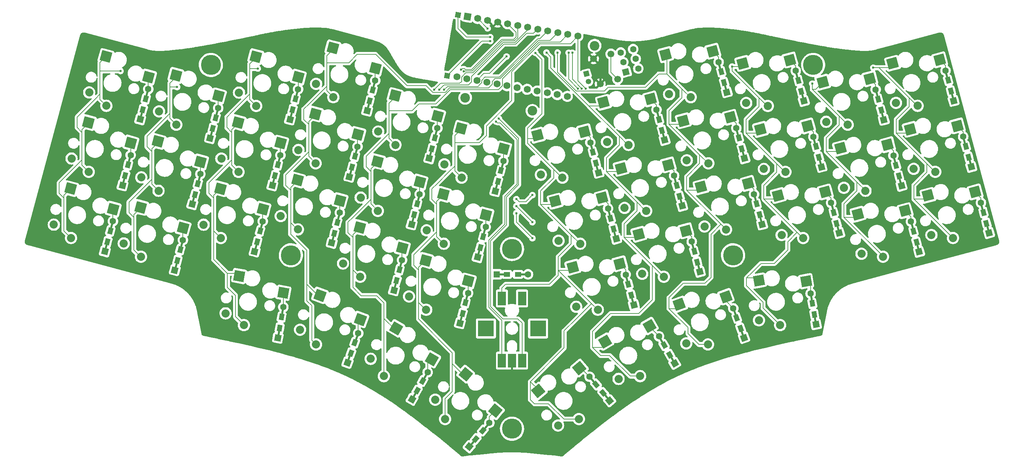
<source format=gbl>
G04 #@! TF.GenerationSoftware,KiCad,Pcbnew,(6.0.0)*
G04 #@! TF.CreationDate,2023-08-21T19:05:23+03:00*
G04 #@! TF.ProjectId,choctopus44,63686f63-746f-4707-9573-34342e6b6963,1.0 Prototype*
G04 #@! TF.SameCoordinates,Original*
G04 #@! TF.FileFunction,Copper,L2,Bot*
G04 #@! TF.FilePolarity,Positive*
%FSLAX46Y46*%
G04 Gerber Fmt 4.6, Leading zero omitted, Abs format (unit mm)*
G04 Created by KiCad (PCBNEW (6.0.0)) date 2023-08-21 19:05:23*
%MOMM*%
%LPD*%
G01*
G04 APERTURE LIST*
G04 Aperture macros list*
%AMHorizOval*
0 Thick line with rounded ends*
0 $1 width*
0 $2 $3 position (X,Y) of the first rounded end (center of the circle)*
0 $4 $5 position (X,Y) of the second rounded end (center of the circle)*
0 Add line between two ends*
20,1,$1,$2,$3,$4,$5,0*
0 Add two circle primitives to create the rounded ends*
1,1,$1,$2,$3*
1,1,$1,$4,$5*%
%AMRotRect*
0 Rectangle, with rotation*
0 The origin of the aperture is its center*
0 $1 length*
0 $2 width*
0 $3 Rotation angle, in degrees counterclockwise*
0 Add horizontal line*
21,1,$1,$2,0,0,$3*%
G04 Aperture macros list end*
G04 #@! TA.AperFunction,WasherPad*
%ADD10C,5.000000*%
G04 #@! TD*
G04 #@! TA.AperFunction,ComponentPad*
%ADD11C,1.700000*%
G04 #@! TD*
G04 #@! TA.AperFunction,ComponentPad*
%ADD12C,2.032000*%
G04 #@! TD*
G04 #@! TA.AperFunction,SMDPad,CuDef*
%ADD13RotRect,2.600000X2.600000X345.000000*%
G04 #@! TD*
G04 #@! TA.AperFunction,SMDPad,CuDef*
%ADD14RotRect,2.600000X2.600000X350.000000*%
G04 #@! TD*
G04 #@! TA.AperFunction,SMDPad,CuDef*
%ADD15RotRect,2.600000X2.600000X340.000000*%
G04 #@! TD*
G04 #@! TA.AperFunction,SMDPad,CuDef*
%ADD16RotRect,2.600000X2.600000X330.000000*%
G04 #@! TD*
G04 #@! TA.AperFunction,SMDPad,CuDef*
%ADD17RotRect,2.600000X2.600000X30.000000*%
G04 #@! TD*
G04 #@! TA.AperFunction,SMDPad,CuDef*
%ADD18RotRect,2.600000X2.600000X20.000000*%
G04 #@! TD*
G04 #@! TA.AperFunction,SMDPad,CuDef*
%ADD19RotRect,2.600000X2.600000X40.000000*%
G04 #@! TD*
G04 #@! TA.AperFunction,SMDPad,CuDef*
%ADD20RotRect,2.900000X0.500000X255.000000*%
G04 #@! TD*
G04 #@! TA.AperFunction,SMDPad,CuDef*
%ADD21RotRect,1.600000X1.200000X255.000000*%
G04 #@! TD*
G04 #@! TA.AperFunction,ComponentPad*
%ADD22RotRect,1.600000X1.600000X255.000000*%
G04 #@! TD*
G04 #@! TA.AperFunction,ComponentPad*
%ADD23C,1.600000*%
G04 #@! TD*
G04 #@! TA.AperFunction,SMDPad,CuDef*
%ADD24RotRect,2.900000X0.500000X285.000000*%
G04 #@! TD*
G04 #@! TA.AperFunction,SMDPad,CuDef*
%ADD25RotRect,1.600000X1.200000X285.000000*%
G04 #@! TD*
G04 #@! TA.AperFunction,ComponentPad*
%ADD26RotRect,1.600000X1.600000X285.000000*%
G04 #@! TD*
G04 #@! TA.AperFunction,ComponentPad*
%ADD27RotRect,1.600000X1.600000X260.000000*%
G04 #@! TD*
G04 #@! TA.AperFunction,SMDPad,CuDef*
%ADD28RotRect,1.600000X1.200000X260.000000*%
G04 #@! TD*
G04 #@! TA.AperFunction,SMDPad,CuDef*
%ADD29RotRect,2.900000X0.500000X260.000000*%
G04 #@! TD*
G04 #@! TA.AperFunction,SMDPad,CuDef*
%ADD30RotRect,2.900000X0.500000X250.000000*%
G04 #@! TD*
G04 #@! TA.AperFunction,SMDPad,CuDef*
%ADD31RotRect,1.600000X1.200000X250.000000*%
G04 #@! TD*
G04 #@! TA.AperFunction,ComponentPad*
%ADD32RotRect,1.600000X1.600000X250.000000*%
G04 #@! TD*
G04 #@! TA.AperFunction,SMDPad,CuDef*
%ADD33RotRect,1.600000X1.200000X240.000000*%
G04 #@! TD*
G04 #@! TA.AperFunction,ComponentPad*
%ADD34RotRect,1.600000X1.600000X240.000000*%
G04 #@! TD*
G04 #@! TA.AperFunction,SMDPad,CuDef*
%ADD35RotRect,2.900000X0.500000X240.000000*%
G04 #@! TD*
G04 #@! TA.AperFunction,SMDPad,CuDef*
%ADD36RotRect,1.600000X1.200000X310.000000*%
G04 #@! TD*
G04 #@! TA.AperFunction,ComponentPad*
%ADD37RotRect,1.600000X1.600000X310.000000*%
G04 #@! TD*
G04 #@! TA.AperFunction,SMDPad,CuDef*
%ADD38RotRect,2.900000X0.500000X310.000000*%
G04 #@! TD*
G04 #@! TA.AperFunction,SMDPad,CuDef*
%ADD39RotRect,1.600000X1.200000X300.000000*%
G04 #@! TD*
G04 #@! TA.AperFunction,SMDPad,CuDef*
%ADD40RotRect,2.900000X0.500000X300.000000*%
G04 #@! TD*
G04 #@! TA.AperFunction,ComponentPad*
%ADD41RotRect,1.600000X1.600000X300.000000*%
G04 #@! TD*
G04 #@! TA.AperFunction,SMDPad,CuDef*
%ADD42RotRect,2.600000X2.600000X15.000000*%
G04 #@! TD*
G04 #@! TA.AperFunction,SMDPad,CuDef*
%ADD43RotRect,2.600000X2.600000X10.000000*%
G04 #@! TD*
G04 #@! TA.AperFunction,ComponentPad*
%ADD44R,2.000000X3.500000*%
G04 #@! TD*
G04 #@! TA.AperFunction,ComponentPad*
%ADD45R,4.000000X4.000000*%
G04 #@! TD*
G04 #@! TA.AperFunction,ComponentPad*
%ADD46RotRect,1.600000X1.600000X290.000000*%
G04 #@! TD*
G04 #@! TA.AperFunction,SMDPad,CuDef*
%ADD47RotRect,2.900000X0.500000X290.000000*%
G04 #@! TD*
G04 #@! TA.AperFunction,SMDPad,CuDef*
%ADD48RotRect,1.600000X1.200000X290.000000*%
G04 #@! TD*
G04 #@! TA.AperFunction,SMDPad,CuDef*
%ADD49RotRect,2.900000X0.500000X280.000000*%
G04 #@! TD*
G04 #@! TA.AperFunction,SMDPad,CuDef*
%ADD50RotRect,1.600000X1.200000X280.000000*%
G04 #@! TD*
G04 #@! TA.AperFunction,ComponentPad*
%ADD51RotRect,1.600000X1.600000X280.000000*%
G04 #@! TD*
G04 #@! TA.AperFunction,SMDPad,CuDef*
%ADD52R,2.900000X0.500000*%
G04 #@! TD*
G04 #@! TA.AperFunction,SMDPad,CuDef*
%ADD53R,1.600000X1.200000*%
G04 #@! TD*
G04 #@! TA.AperFunction,ComponentPad*
%ADD54R,1.600000X1.600000*%
G04 #@! TD*
G04 #@! TA.AperFunction,SMDPad,CuDef*
%ADD55RotRect,2.600000X2.600000X320.000000*%
G04 #@! TD*
G04 #@! TA.AperFunction,ComponentPad*
%ADD56RotRect,1.600000X1.600000X230.000000*%
G04 #@! TD*
G04 #@! TA.AperFunction,SMDPad,CuDef*
%ADD57RotRect,2.900000X0.500000X230.000000*%
G04 #@! TD*
G04 #@! TA.AperFunction,SMDPad,CuDef*
%ADD58RotRect,1.600000X1.200000X230.000000*%
G04 #@! TD*
G04 #@! TA.AperFunction,WasherPad*
%ADD59C,2.400000*%
G04 #@! TD*
G04 #@! TA.AperFunction,ComponentPad*
%ADD60RotRect,1.350000X1.350000X350.000000*%
G04 #@! TD*
G04 #@! TA.AperFunction,ComponentPad*
%ADD61RotRect,1.350000X1.350000X15.000000*%
G04 #@! TD*
G04 #@! TA.AperFunction,ComponentPad*
%ADD62HorizOval,1.350000X0.000000X0.000000X0.000000X0.000000X0*%
G04 #@! TD*
G04 #@! TA.AperFunction,ComponentPad*
%ADD63RotRect,1.600000X1.600000X105.000000*%
G04 #@! TD*
G04 #@! TA.AperFunction,ComponentPad*
%ADD64RotRect,1.350000X1.350000X80.000000*%
G04 #@! TD*
G04 #@! TA.AperFunction,ComponentPad*
%ADD65RotRect,1.752600X1.752600X350.000000*%
G04 #@! TD*
G04 #@! TA.AperFunction,ComponentPad*
%ADD66C,1.752600*%
G04 #@! TD*
G04 #@! TA.AperFunction,ViaPad*
%ADD67C,0.600000*%
G04 #@! TD*
G04 #@! TA.AperFunction,Conductor*
%ADD68C,0.200000*%
G04 #@! TD*
G04 #@! TA.AperFunction,Conductor*
%ADD69C,0.600000*%
G04 #@! TD*
G04 APERTURE END LIST*
D10*
X144660000Y-154500000D03*
D11*
X170982324Y-67353518D03*
X169300000Y-61075000D03*
X164953334Y-62239686D03*
X166635658Y-68518204D03*
D12*
X34772022Y-106932541D03*
D13*
X34675620Y-94638688D03*
D12*
X30485912Y-103610002D03*
D13*
X45262662Y-99753085D03*
X52104330Y-99315497D03*
D12*
X52200732Y-111609350D03*
X47914622Y-108286811D03*
D13*
X62691372Y-104429894D03*
D12*
X72102887Y-106946193D03*
D13*
X72006485Y-94652340D03*
X82593527Y-99766737D03*
D12*
X67816777Y-103623654D03*
D13*
X91213893Y-92510224D03*
D12*
X91310295Y-104804077D03*
X87024185Y-101481538D03*
D13*
X101800935Y-97624621D03*
X123182154Y-112540664D03*
D12*
X123278556Y-124834517D03*
D13*
X133769196Y-117655061D03*
D12*
X118992446Y-121511978D03*
X77849385Y-128660366D03*
D14*
X76681870Y-116421696D03*
D12*
X73290007Y-125724029D03*
D14*
X87674374Y-120593910D03*
D15*
X96809240Y-121236073D03*
D12*
X95833794Y-133491546D03*
X91853573Y-129808091D03*
D15*
X106910245Y-127253729D03*
D16*
X115810129Y-129478844D03*
D12*
X112721362Y-141378745D03*
X109441235Y-137060092D03*
D16*
X124712722Y-137159100D03*
D12*
X176593092Y-141378745D03*
D17*
X167831859Y-132753844D03*
X178934452Y-128884100D03*
D12*
X171212965Y-142060092D03*
D18*
X186356321Y-123476305D03*
D12*
X193486753Y-133491546D03*
X188070047Y-133228293D03*
D18*
X197962215Y-121593296D03*
D19*
X151192515Y-145101098D03*
D12*
X161318344Y-152073595D03*
X156138268Y-153678840D03*
D19*
X161454461Y-139362199D03*
D20*
X52367078Y-76001305D03*
D21*
X52651779Y-74938786D03*
D22*
X52004732Y-77353601D03*
D21*
X53376473Y-72234194D03*
D20*
X53661174Y-71171675D03*
D23*
X54023520Y-69819379D03*
D20*
X69782340Y-80717090D03*
D21*
X70067041Y-79654571D03*
D22*
X69419994Y-82069386D03*
D21*
X70791735Y-76949979D03*
D23*
X71438782Y-74535164D03*
D20*
X71076436Y-75887460D03*
X89696200Y-76034880D03*
D21*
X89980901Y-74972361D03*
D22*
X89333854Y-77387176D03*
D23*
X91352642Y-69852954D03*
D21*
X90705595Y-72267769D03*
D20*
X90990296Y-71205250D03*
X108912453Y-73853386D03*
D21*
X109197154Y-72790867D03*
D22*
X108550107Y-75205682D03*
D23*
X110568895Y-67671460D03*
D20*
X110206549Y-69023756D03*
D21*
X109921848Y-70086275D03*
X141156570Y-92860685D03*
D20*
X140871869Y-93923204D03*
D22*
X140509523Y-95275500D03*
D23*
X142528311Y-87741278D03*
D21*
X141881264Y-90156093D03*
D20*
X142165965Y-89093574D03*
X47965830Y-92460343D03*
D22*
X47603484Y-93812639D03*
D21*
X48250531Y-91397824D03*
X48975225Y-88693232D03*
D20*
X49259926Y-87630713D03*
D23*
X49622272Y-86278417D03*
D22*
X64988861Y-98525809D03*
D20*
X65351207Y-97173513D03*
D21*
X65635908Y-96110994D03*
D20*
X66645303Y-92343883D03*
D21*
X66360602Y-93406402D03*
D23*
X67007649Y-90991587D03*
D20*
X85295824Y-92483956D03*
D21*
X85580525Y-91421437D03*
D22*
X84933478Y-93836252D03*
D20*
X86589920Y-87654326D03*
D23*
X86952266Y-86302030D03*
D21*
X86305219Y-88716845D03*
X104794163Y-89269828D03*
D20*
X104509462Y-90332347D03*
D22*
X104147116Y-91684643D03*
D21*
X105518857Y-86565236D03*
D20*
X105803558Y-85502717D03*
D23*
X106165904Y-84150421D03*
D21*
X136745360Y-109318851D03*
D20*
X136460659Y-110381370D03*
D22*
X136098313Y-111733666D03*
D23*
X138117101Y-104199444D03*
D20*
X137754755Y-105551740D03*
D21*
X137470054Y-106614259D03*
D20*
X43552006Y-108948394D03*
D21*
X43836707Y-107885875D03*
D22*
X43189660Y-110300690D03*
D20*
X44846102Y-104118764D03*
D21*
X44561401Y-105181283D03*
D23*
X45208448Y-102766468D03*
D20*
X60980716Y-113625203D03*
D22*
X60618370Y-114977499D03*
D21*
X61265417Y-112562684D03*
D23*
X62637158Y-107443277D03*
D21*
X61990111Y-109858092D03*
D20*
X62274812Y-108795573D03*
X80882871Y-108962046D03*
D22*
X80520525Y-110314342D03*
D21*
X81167572Y-107899527D03*
D20*
X82176967Y-104132416D03*
D23*
X82539313Y-102780120D03*
D21*
X81892266Y-105194935D03*
D20*
X100090279Y-106819930D03*
D22*
X99727933Y-108172226D03*
D21*
X100374980Y-105757411D03*
D20*
X101384375Y-101990300D03*
D23*
X101746721Y-100638004D03*
D21*
X101099674Y-103052819D03*
X132343241Y-125787851D03*
D22*
X131696194Y-128202666D03*
D20*
X132058540Y-126850370D03*
D21*
X133067935Y-123083259D03*
D20*
X133352636Y-122020740D03*
D23*
X133714982Y-120668444D03*
D24*
X165850010Y-89323122D03*
D25*
X165565309Y-88260603D03*
D26*
X166212356Y-90675418D03*
D25*
X164840615Y-85556011D03*
D23*
X164193568Y-83141196D03*
D24*
X164555914Y-84493492D03*
X182320048Y-81146549D03*
D25*
X182035347Y-80084030D03*
D26*
X182682394Y-82498845D03*
D24*
X181025952Y-76316919D03*
D23*
X180663606Y-74964623D03*
D25*
X181310653Y-77379438D03*
X216740978Y-70372279D03*
D24*
X217025679Y-71434798D03*
D26*
X217388025Y-72787094D03*
D25*
X216016284Y-67667687D03*
D24*
X215731583Y-66605168D03*
D23*
X215369237Y-65252872D03*
D24*
X236939538Y-76117008D03*
D26*
X237301884Y-77469304D03*
D25*
X236654837Y-75054489D03*
D24*
X235645442Y-71287378D03*
D25*
X235930143Y-72349897D03*
D23*
X235283096Y-69935082D03*
D26*
X254717147Y-72753519D03*
D24*
X254354801Y-71401223D03*
D25*
X254070100Y-70338704D03*
D23*
X252698359Y-65219297D03*
D24*
X253060705Y-66571593D03*
D25*
X253345406Y-67634112D03*
D26*
X170623565Y-107133584D03*
D25*
X169976518Y-104718769D03*
D24*
X170261219Y-105781288D03*
X168967123Y-100951658D03*
D23*
X168604777Y-99599362D03*
D25*
X169251824Y-102014177D03*
X186425761Y-96533977D03*
D24*
X186710462Y-97596496D03*
D26*
X187072808Y-98948792D03*
D23*
X185054020Y-91414570D03*
D24*
X185416366Y-92766866D03*
D25*
X185701067Y-93829385D03*
D24*
X221426055Y-87883874D03*
D26*
X221788401Y-89236170D03*
D25*
X221141354Y-86821355D03*
D23*
X219769613Y-81701948D03*
D25*
X220416660Y-84116763D03*
D24*
X220131959Y-83054244D03*
X241370672Y-92573431D03*
D26*
X241733018Y-93925727D03*
D25*
X241085971Y-91510912D03*
X240361277Y-88806320D03*
D24*
X240076576Y-87743801D03*
D23*
X239714230Y-86391505D03*
D24*
X258756049Y-87860261D03*
D25*
X258471348Y-86797742D03*
D26*
X259118395Y-89212557D03*
D24*
X257461953Y-83030631D03*
D23*
X257099607Y-81678335D03*
D25*
X257746654Y-84093150D03*
X174382347Y-121192296D03*
D26*
X175029394Y-123607111D03*
D24*
X174667048Y-122254815D03*
D25*
X173657653Y-118487704D03*
D23*
X173010606Y-116072889D03*
D24*
X173372952Y-117425185D03*
X191109095Y-114025648D03*
D25*
X190824394Y-112963129D03*
D26*
X191471441Y-115377944D03*
D23*
X189452653Y-107843722D03*
D25*
X190099700Y-110258537D03*
D24*
X189814999Y-109196018D03*
X225839007Y-104361964D03*
D25*
X225554306Y-103299445D03*
D26*
X226201353Y-105714260D03*
D23*
X224182565Y-98180038D03*
D24*
X224544911Y-99532334D03*
D25*
X224829612Y-100594853D03*
D26*
X246103508Y-110377417D03*
D25*
X245456461Y-107962602D03*
D24*
X245741162Y-109025121D03*
X244447066Y-104195491D03*
D25*
X244731767Y-105258010D03*
D23*
X244084720Y-102843195D03*
D25*
X262885172Y-103285793D03*
D26*
X263532219Y-105700608D03*
D24*
X263169873Y-104348312D03*
X261875777Y-99518682D03*
D23*
X261513431Y-98166386D03*
D25*
X262160478Y-100581201D03*
D27*
X86322772Y-131840750D03*
D28*
X86756893Y-129378731D03*
D29*
X86565880Y-130462019D03*
D28*
X87243107Y-126621269D03*
D29*
X87434120Y-125537981D03*
D23*
X87677228Y-124159250D03*
D30*
X104144950Y-136698464D03*
D31*
X104521172Y-135664802D03*
D32*
X103666121Y-138014033D03*
D31*
X105478828Y-133033662D03*
D30*
X105855050Y-132000000D03*
D23*
X106333879Y-130684431D03*
D33*
X121000000Y-145000000D03*
D34*
X119750000Y-147165063D03*
D35*
X120450000Y-145952628D03*
X122950000Y-141622500D03*
D23*
X123650000Y-140410065D03*
D33*
X122400000Y-142575128D03*
D36*
X167393031Y-145584889D03*
D37*
X169000000Y-147500000D03*
D38*
X168100097Y-146427538D03*
D36*
X165593225Y-143439965D03*
D38*
X164886159Y-142597316D03*
D23*
X163986256Y-141524854D03*
D39*
X183950000Y-136047372D03*
D40*
X184500000Y-137000000D03*
D41*
X185200000Y-138212435D03*
D23*
X181300000Y-131457437D03*
D40*
X182000000Y-132669872D03*
D39*
X182550000Y-133622500D03*
D20*
X115612783Y-118625730D03*
D21*
X115897484Y-117563211D03*
D22*
X115250437Y-119978026D03*
D21*
X116622178Y-114858619D03*
D23*
X117269225Y-112443804D03*
D20*
X116906879Y-113796100D03*
D21*
X124686531Y-84684112D03*
D20*
X124401830Y-85746631D03*
D22*
X124039484Y-87098927D03*
D21*
X125411225Y-81979520D03*
D20*
X125695926Y-80917001D03*
D23*
X126058272Y-79564705D03*
D12*
X106832799Y-116609877D03*
D13*
X106736397Y-104316024D03*
D12*
X102546689Y-113287338D03*
D13*
X117323439Y-109430421D03*
D21*
X120296117Y-101134059D03*
D20*
X120011416Y-102196578D03*
D22*
X119649070Y-103548874D03*
D21*
X121020811Y-98429467D03*
D23*
X121667858Y-96014652D03*
D20*
X121305512Y-97366948D03*
D12*
X56571223Y-95157660D03*
D13*
X56474821Y-82863807D03*
D12*
X52285113Y-91835121D03*
D13*
X67061863Y-87978204D03*
X39089444Y-78150637D03*
D12*
X39185846Y-90444490D03*
D13*
X49676486Y-83265034D03*
D12*
X34899736Y-87121951D03*
D13*
X95633076Y-76022641D03*
D12*
X95729478Y-88316494D03*
D13*
X106220118Y-81137038D03*
D12*
X91443368Y-84993955D03*
X127680675Y-108365517D03*
D13*
X127584273Y-96071664D03*
D12*
X123394565Y-105042978D03*
D13*
X138171315Y-101186061D03*
X111135030Y-87886872D03*
D12*
X111231432Y-100180725D03*
D13*
X121722072Y-93001269D03*
D12*
X106945322Y-96858186D03*
D13*
X76419438Y-78174250D03*
D12*
X76515840Y-90468103D03*
D13*
X87006480Y-83288647D03*
D12*
X72229730Y-87145564D03*
X132091885Y-91907351D03*
D13*
X131995483Y-79613498D03*
D12*
X127805775Y-88584812D03*
D13*
X142582525Y-84727895D03*
D12*
X115621846Y-83730778D03*
D13*
X115525444Y-71436925D03*
D12*
X111335736Y-80408239D03*
D13*
X126112486Y-76551322D03*
X80819814Y-61725174D03*
D12*
X80916216Y-74019027D03*
D13*
X91406856Y-66839571D03*
D12*
X76630106Y-70696488D03*
X43587094Y-73985452D03*
D13*
X43490692Y-61691599D03*
X54077734Y-66805996D03*
D12*
X39300984Y-70662913D03*
X61002356Y-78701237D03*
D13*
X60905954Y-66407384D03*
X71492996Y-71521781D03*
D12*
X56716246Y-75378698D03*
D13*
X100036067Y-59543680D03*
D12*
X100132469Y-71837533D03*
X95846359Y-68514994D03*
D13*
X110623109Y-64658077D03*
D12*
X173700032Y-83730696D03*
D42*
X167469620Y-73132108D03*
X179195465Y-72267785D03*
D12*
X168326883Y-82996347D03*
X245734785Y-73985370D03*
D42*
X239504373Y-63386782D03*
X251230218Y-62522459D03*
D12*
X240361636Y-73251021D03*
D42*
X222089110Y-68102567D03*
D12*
X228319522Y-78701155D03*
X222946373Y-77966806D03*
D42*
X233814955Y-67238244D03*
X202175251Y-63420357D03*
D12*
X208405663Y-74018945D03*
X203032514Y-73284596D03*
D42*
X213901096Y-62556034D03*
X150999582Y-81308681D03*
D12*
X157229994Y-91907269D03*
D42*
X162725427Y-80444358D03*
D12*
X151856845Y-91172920D03*
D42*
X206575627Y-79869433D03*
D12*
X212806039Y-90468021D03*
D42*
X218301472Y-79005110D03*
D12*
X207432890Y-89733672D03*
X161641203Y-108365435D03*
D42*
X155410791Y-97766847D03*
X167136636Y-96902524D03*
D12*
X156268054Y-107631086D03*
D42*
X176258667Y-106011207D03*
D12*
X182489079Y-116609795D03*
X177115930Y-115875446D03*
D42*
X187984512Y-105146884D03*
X230890734Y-101010680D03*
D12*
X237121146Y-111609268D03*
X231747997Y-110874919D03*
D42*
X242616579Y-100146357D03*
X243905621Y-79845820D03*
D12*
X250136033Y-90444408D03*
D42*
X255631466Y-78981497D03*
D12*
X244762884Y-89710059D03*
D42*
X171860034Y-89582055D03*
D12*
X178090446Y-100180643D03*
X172717297Y-99446294D03*
D42*
X183585879Y-88717732D03*
X226520244Y-84558990D03*
D12*
X232750656Y-95157578D03*
D42*
X238246089Y-83694667D03*
D12*
X227377507Y-94423229D03*
X254549857Y-106932459D03*
D42*
X248319445Y-96333871D03*
D12*
X249176708Y-106198110D03*
D42*
X260045290Y-95469548D03*
X210988579Y-96347523D03*
D12*
X217218991Y-106946111D03*
D42*
X222714424Y-95483200D03*
D12*
X211845842Y-106211762D03*
D10*
X144660000Y-109680000D03*
D12*
X189189409Y-71837451D03*
D42*
X182958997Y-61238863D03*
D12*
X183816260Y-71103102D03*
D42*
X194684842Y-60374540D03*
D26*
X206988586Y-103572613D03*
D25*
X206341539Y-101157798D03*
D24*
X206626240Y-102220317D03*
D25*
X205616845Y-98453206D03*
D24*
X205332144Y-97390687D03*
D23*
X204969798Y-96038391D03*
D25*
X201927715Y-84669746D03*
D24*
X202212416Y-85732265D03*
D26*
X202574762Y-87084561D03*
D25*
X201203021Y-81965154D03*
D23*
X200555974Y-79550339D03*
D24*
X200918320Y-80902635D03*
X197809425Y-69253304D03*
D25*
X197524724Y-68190785D03*
D26*
X198171771Y-70605600D03*
D24*
X196515329Y-64423674D03*
D23*
X196152983Y-63071378D03*
D25*
X196800030Y-65486193D03*
D12*
X193592400Y-88316412D03*
D42*
X187361988Y-77717824D03*
D12*
X188219251Y-87582063D03*
D42*
X199087833Y-76853501D03*
D12*
X198006224Y-104804464D03*
D42*
X191775812Y-94205876D03*
D12*
X192633075Y-104070115D03*
D42*
X203501657Y-93341553D03*
D12*
X166043323Y-124834435D03*
D42*
X159812911Y-114235847D03*
D12*
X160670174Y-124100086D03*
D42*
X171538756Y-113371524D03*
D12*
X211474524Y-128660366D03*
D43*
X206191548Y-117559092D03*
D12*
X206185824Y-127460510D03*
D43*
X217948103Y-117720032D03*
D44*
X142160000Y-137500000D03*
X147160000Y-137500000D03*
X144660000Y-137500000D03*
D45*
X138160000Y-129500000D03*
X151160000Y-129500000D03*
D44*
X147160000Y-122000000D03*
X142160000Y-122000000D03*
D46*
X202478829Y-131815569D03*
D47*
X202000000Y-130500000D03*
D48*
X201623778Y-129466338D03*
D23*
X199811071Y-124485967D03*
D47*
X200289900Y-125801536D03*
D48*
X200666122Y-126835198D03*
D49*
X220191013Y-127083288D03*
D50*
X220000000Y-126000000D03*
D51*
X220434121Y-128462019D03*
D49*
X219322773Y-122159250D03*
D23*
X219079665Y-120780519D03*
D50*
X219513786Y-123242538D03*
D52*
X142250000Y-116000000D03*
D53*
X143350000Y-116000000D03*
D54*
X140850000Y-116000000D03*
D23*
X148650000Y-116000000D03*
D52*
X147250000Y-116000000D03*
D53*
X146150000Y-116000000D03*
D12*
X128002554Y-152073595D03*
D55*
X133110792Y-140890839D03*
D12*
X125522186Y-147250964D03*
D55*
X140544472Y-150000334D03*
D56*
X133993128Y-158987573D03*
D57*
X134893031Y-157915111D03*
D58*
X135600097Y-157072462D03*
D57*
X138106969Y-154084889D03*
D23*
X139006872Y-153012427D03*
D58*
X137399903Y-154927538D03*
D10*
X89570000Y-111250000D03*
D59*
X133000000Y-72000000D03*
X165250000Y-59000000D03*
X149750000Y-75250000D03*
D60*
X128500000Y-66500000D03*
D10*
X219710000Y-63810000D03*
X69610000Y-63810000D03*
D61*
X163190000Y-66020000D03*
D62*
X163707638Y-67951852D03*
D23*
X174846867Y-59867150D03*
X175493915Y-62281964D03*
X171755905Y-60695371D03*
X172402952Y-63110184D03*
D63*
X173050000Y-65525000D03*
D23*
X176140963Y-64696779D03*
D64*
X131200000Y-51300000D03*
D10*
X199750000Y-111250000D03*
D65*
X133565435Y-51769900D03*
D66*
X136066846Y-52210966D03*
X138568258Y-52652033D03*
X141069670Y-53093099D03*
X143571082Y-53534165D03*
X146072493Y-53975232D03*
X148573905Y-54416298D03*
X151075317Y-54857364D03*
X153576728Y-55298431D03*
X156078140Y-55739497D03*
X158579552Y-56180564D03*
X161080963Y-56621630D03*
X158434565Y-71630100D03*
X155933154Y-71189034D03*
X153431742Y-70747967D03*
X150930330Y-70306901D03*
X148428918Y-69865835D03*
X145927507Y-69424768D03*
X143426095Y-68983702D03*
X140924683Y-68542636D03*
X138423272Y-68101569D03*
X135921860Y-67660503D03*
X133420448Y-67219436D03*
X130919037Y-66778370D03*
D67*
X149750000Y-96250000D03*
X145750000Y-97250000D03*
X149750000Y-103000000D03*
X145750000Y-99000000D03*
X149750000Y-107000000D03*
X145750000Y-100750000D03*
X201700000Y-59000000D03*
X120210000Y-82120000D03*
X129800000Y-132900000D03*
X196250000Y-115750000D03*
X260880000Y-108340000D03*
X58400000Y-66100000D03*
X92200000Y-59500000D03*
X38520000Y-57850000D03*
X213250000Y-112750000D03*
X167500000Y-143000000D03*
X154700000Y-68000000D03*
X182230000Y-101440000D03*
X94750000Y-114750000D03*
X145050000Y-60250000D03*
X160200000Y-132100000D03*
X108170000Y-101250000D03*
X234540000Y-79310000D03*
X214880000Y-86200000D03*
X144650000Y-142070000D03*
X176290000Y-79600000D03*
X66900000Y-114200000D03*
X250630000Y-57850000D03*
X82090000Y-88270000D03*
X77510000Y-110830000D03*
X126000000Y-154250000D03*
X51550000Y-79880000D03*
X144720000Y-131730000D03*
X194620000Y-69660000D03*
X129510000Y-74410000D03*
X144780000Y-113870000D03*
X163500000Y-154250000D03*
X103300000Y-70800000D03*
X147550000Y-67750000D03*
X226500000Y-62600000D03*
X227000000Y-114750000D03*
X132550000Y-58700000D03*
X160290000Y-75570000D03*
X144740000Y-121020000D03*
X25780000Y-107190000D03*
X150500000Y-60780000D03*
X47100000Y-65300000D03*
X125250000Y-70000000D03*
X61200000Y-69300000D03*
X153260000Y-60700000D03*
X126500000Y-70000000D03*
X156020000Y-60720000D03*
X81300000Y-64700000D03*
X127750000Y-70000000D03*
X199500000Y-64200000D03*
X158780000Y-60760000D03*
X161100000Y-69675000D03*
X162050000Y-69675000D03*
X159700000Y-60750000D03*
X219480000Y-68460000D03*
X234700000Y-64500000D03*
X163000000Y-69675000D03*
X143300000Y-61700000D03*
X140700000Y-77900000D03*
X131968924Y-64980873D03*
X141400000Y-77200000D03*
X132650214Y-65400214D03*
X138600000Y-54700000D03*
X139250000Y-57850000D03*
X139250000Y-56850000D03*
D68*
X54023520Y-69819379D02*
X54023520Y-66860210D01*
X54023520Y-66860210D02*
X54077734Y-66805996D01*
X71438782Y-74535164D02*
X71438782Y-71575995D01*
X71438782Y-71575995D02*
X71492996Y-71521781D01*
X91406856Y-69798740D02*
X91352642Y-69852954D01*
X91406856Y-66839571D02*
X91406856Y-69798740D01*
X110568895Y-64712291D02*
X110623109Y-64658077D01*
X110568895Y-67671460D02*
X110568895Y-64712291D01*
X126058272Y-76605536D02*
X126112486Y-76551322D01*
X126058272Y-79564705D02*
X126058272Y-76605536D01*
X142528311Y-84782109D02*
X142582525Y-84727895D01*
X142528311Y-87741278D02*
X142528311Y-84782109D01*
X49622272Y-83319248D02*
X49676486Y-83265034D01*
X49622272Y-86278417D02*
X49622272Y-83319248D01*
X67007649Y-90991587D02*
X67007649Y-88032418D01*
X67007649Y-88032418D02*
X67061863Y-87978204D01*
X86952266Y-86302030D02*
X86952266Y-83342861D01*
X86952266Y-83342861D02*
X87006480Y-83288647D01*
X106165904Y-81191252D02*
X106220118Y-81137038D01*
X106165904Y-84150421D02*
X106165904Y-81191252D01*
X121667858Y-96014652D02*
X121667858Y-93055483D01*
X121667858Y-93055483D02*
X121722072Y-93001269D01*
X138117101Y-104199444D02*
X138117101Y-101240275D01*
X138117101Y-101240275D02*
X138171315Y-101186061D01*
X45208448Y-102766468D02*
X45208448Y-99807299D01*
X45208448Y-99807299D02*
X45262662Y-99753085D01*
X62637158Y-107443277D02*
X62637158Y-104484108D01*
X62637158Y-104484108D02*
X62691372Y-104429894D01*
X82539313Y-102780120D02*
X82539313Y-99820951D01*
X82539313Y-99820951D02*
X82593527Y-99766737D01*
X101746721Y-97678835D02*
X101800935Y-97624621D01*
X101746721Y-100638004D02*
X101746721Y-97678835D01*
X117269225Y-109484635D02*
X117323439Y-109430421D01*
X117269225Y-112443804D02*
X117269225Y-109484635D01*
X133714982Y-117709275D02*
X133769196Y-117655061D01*
X133714982Y-120668444D02*
X133714982Y-117709275D01*
X148100000Y-97900000D02*
X149750000Y-96250000D01*
X145750000Y-97250000D02*
X146400000Y-97900000D01*
X146400000Y-97900000D02*
X148100000Y-97900000D01*
X164193568Y-81912499D02*
X162725427Y-80444358D01*
X164193568Y-83141196D02*
X164193568Y-81912499D01*
X180663606Y-74964623D02*
X180663606Y-73735926D01*
X180663606Y-73735926D02*
X179195465Y-72267785D01*
X196152983Y-61842681D02*
X194684842Y-60374540D01*
X196152983Y-63071378D02*
X196152983Y-61842681D01*
X215369237Y-65252872D02*
X215369237Y-64024175D01*
X215369237Y-64024175D02*
X213901096Y-62556034D01*
X235283096Y-68706385D02*
X233814955Y-67238244D01*
X235283096Y-69935082D02*
X235283096Y-68706385D01*
X252698359Y-63990600D02*
X251230218Y-62522459D01*
X252698359Y-65219297D02*
X252698359Y-63990600D01*
X145750000Y-99000000D02*
X148750000Y-102000000D01*
X148750000Y-102000000D02*
X149750000Y-103000000D01*
X168604777Y-98370665D02*
X167136636Y-96902524D01*
X168604777Y-99599362D02*
X168604777Y-98370665D01*
X185054020Y-91414570D02*
X185054020Y-90185873D01*
X185054020Y-90185873D02*
X183585879Y-88717732D01*
X200555974Y-78321642D02*
X199087833Y-76853501D01*
X200555974Y-79550339D02*
X200555974Y-78321642D01*
X219769613Y-81701948D02*
X219769613Y-80473251D01*
X219769613Y-80473251D02*
X218301472Y-79005110D01*
X239714230Y-86391505D02*
X239714230Y-85162808D01*
X239714230Y-85162808D02*
X238246089Y-83694667D01*
X257099607Y-80449638D02*
X255631466Y-78981497D01*
X257099607Y-81678335D02*
X257099607Y-80449638D01*
X145750000Y-103000000D02*
X149750000Y-107000000D01*
X145750000Y-100750000D02*
X145750000Y-103000000D01*
X173010606Y-116072889D02*
X173010606Y-114843374D01*
X173010606Y-114843374D02*
X171538756Y-113371524D01*
X189452653Y-107843722D02*
X189452653Y-106615025D01*
X189452653Y-106615025D02*
X187984512Y-105146884D01*
X204969798Y-96038391D02*
X204969798Y-94809694D01*
X204969798Y-94809694D02*
X203501657Y-93341553D01*
X224182565Y-98180038D02*
X224182565Y-96951341D01*
X224182565Y-96951341D02*
X222714424Y-95483200D01*
X244084720Y-102843195D02*
X244084720Y-101614498D01*
X244084720Y-101614498D02*
X242616579Y-100146357D01*
X261513431Y-96937689D02*
X260045290Y-95469548D01*
X261513431Y-98166386D02*
X261513431Y-96937689D01*
X87677228Y-120596764D02*
X87674374Y-120593910D01*
X87677228Y-124159250D02*
X87677228Y-120596764D01*
X106333879Y-127830095D02*
X106910245Y-127253729D01*
X106333879Y-130684431D02*
X106333879Y-127830095D01*
X123650000Y-140410065D02*
X123650000Y-138221822D01*
X123650000Y-138221822D02*
X124712722Y-137159100D01*
X139006872Y-153012427D02*
X139006872Y-151537934D01*
X139006872Y-151537934D02*
X140544472Y-150000334D01*
X163986256Y-141524854D02*
X161823601Y-139362199D01*
X161823601Y-139362199D02*
X161454461Y-139362199D01*
X144660000Y-137000000D02*
X144660000Y-142000000D01*
D69*
X166635658Y-63922010D02*
X164953334Y-62239686D01*
X166635658Y-68518205D02*
X166635658Y-63922010D01*
D68*
X144660000Y-137000000D02*
X144660000Y-137360000D01*
X151800000Y-98591112D02*
X151800000Y-95200000D01*
X151800000Y-95200000D02*
X155034565Y-91965435D01*
X151800000Y-98591112D02*
X154657646Y-98591112D01*
X150257646Y-82191112D02*
X151012911Y-81435847D01*
X36300000Y-79400000D02*
X36300000Y-76800000D01*
X36300000Y-76800000D02*
X37600000Y-75500000D01*
X37500000Y-80600000D02*
X36300000Y-79400000D01*
X40741356Y-72358644D02*
X37600000Y-75500000D01*
X37500000Y-80600000D02*
X37500000Y-79914308D01*
X37500000Y-79914308D02*
X39175620Y-78238688D01*
X149250000Y-142750000D02*
X157650000Y-134350000D01*
X152106631Y-75993369D02*
X148591112Y-79508888D01*
X33000000Y-97000000D02*
X31800000Y-95800000D01*
X156200000Y-114991112D02*
X156200000Y-116300000D01*
X155004444Y-89795556D02*
X148654444Y-83445556D01*
X155034565Y-89825677D02*
X155004444Y-89795556D01*
X31800000Y-95800000D02*
X31800000Y-93200000D01*
X37500000Y-80600000D02*
X37500000Y-82000000D01*
X164479444Y-123270556D02*
X156200000Y-114991112D01*
X42000000Y-65300000D02*
X42000000Y-63182291D01*
X157650000Y-130100000D02*
X160650000Y-127100000D01*
X152106631Y-64493369D02*
X152106631Y-62386631D01*
X154000000Y-118500000D02*
X143060000Y-118500000D01*
X161643323Y-108434435D02*
X159404444Y-106195556D01*
X37500000Y-87500000D02*
X37500000Y-88758644D01*
X37500000Y-88758644D02*
X39185846Y-90444490D01*
X148591112Y-82191112D02*
X150257646Y-82191112D01*
X156200000Y-116300000D02*
X154000000Y-118500000D01*
X37500000Y-86950000D02*
X37500000Y-87500000D01*
X132095338Y-67904662D02*
X131638395Y-68361605D01*
X126888395Y-68361605D02*
X125250000Y-70000000D01*
X37500000Y-86950000D02*
X37500000Y-82000000D01*
X42000000Y-71100000D02*
X40741356Y-72358644D01*
X152106631Y-62386631D02*
X150500000Y-60780000D01*
X145418622Y-58199980D02*
X142485881Y-58199980D01*
X148573905Y-54416298D02*
X148573905Y-55044697D01*
X152106631Y-64493369D02*
X152106631Y-75993369D01*
X156200000Y-114991112D02*
X156200000Y-111600000D01*
X156200000Y-114991112D02*
X159057646Y-114991112D01*
X37500000Y-87500000D02*
X36241356Y-88758644D01*
X33000000Y-98400000D02*
X33000000Y-97200000D01*
X42000000Y-72398358D02*
X43587094Y-73985452D01*
X33000000Y-105160519D02*
X33000000Y-98400000D01*
X47100000Y-65300000D02*
X42000000Y-65300000D01*
X159434565Y-108365435D02*
X159434565Y-106225677D01*
X166043323Y-124834435D02*
X164479444Y-123270556D01*
X159434565Y-106225677D02*
X159404444Y-106195556D01*
X150250000Y-148250000D02*
X149250000Y-147250000D01*
X36241356Y-88758644D02*
X33100000Y-91900000D01*
X33000000Y-97200000D02*
X33000000Y-97000000D01*
X143060000Y-118500000D02*
X142160000Y-119400000D01*
X149250000Y-142750000D02*
X151750000Y-145250000D01*
X134936383Y-65749479D02*
X133149479Y-65749479D01*
X42000000Y-70275000D02*
X42000000Y-65300000D01*
X154657646Y-98591112D02*
X155412911Y-97835847D01*
X159057646Y-114991112D02*
X159812911Y-114235847D01*
X148591112Y-79508888D02*
X148591112Y-82191112D01*
X42000000Y-63182291D02*
X43490692Y-61691599D01*
X159404444Y-106195556D02*
X151800000Y-98591112D01*
X160725000Y-127025000D02*
X164479444Y-123270556D01*
X156200000Y-111600000D02*
X159434565Y-108365435D01*
X33000000Y-96314308D02*
X34675620Y-94638688D01*
X42000000Y-70275000D02*
X42000000Y-71100000D01*
X157573595Y-152073595D02*
X153750000Y-148250000D01*
X155034565Y-91965435D02*
X155034565Y-89825677D01*
X142160000Y-119400000D02*
X142160000Y-122500000D01*
X42000000Y-71100000D02*
X42000000Y-72398358D01*
X148573905Y-55044697D02*
X145418622Y-58199980D01*
X157650000Y-134350000D02*
X157650000Y-130100000D01*
X132095338Y-66803620D02*
X132095338Y-67904662D01*
X133149479Y-65749479D02*
X132095338Y-66803620D01*
X157243323Y-92034435D02*
X155004444Y-89795556D01*
X33000000Y-105160519D02*
X34772022Y-106932541D01*
X153750000Y-148250000D02*
X150250000Y-148250000D01*
X142485881Y-58199980D02*
X134936383Y-65749479D01*
X131638395Y-68361605D02*
X127611605Y-68361605D01*
X160650000Y-127100000D02*
X160725000Y-127025000D01*
X149250000Y-147250000D02*
X149250000Y-142750000D01*
X31800000Y-93200000D02*
X33100000Y-91900000D01*
X148591112Y-83382224D02*
X148654444Y-83445556D01*
X127611605Y-68361605D02*
X126888395Y-68361605D01*
X161318344Y-152073595D02*
X157573595Y-152073595D01*
X33000000Y-97000000D02*
X33000000Y-96314308D01*
X148591112Y-82191112D02*
X148591112Y-83382224D01*
X168200000Y-90391112D02*
X168200000Y-87000000D01*
X172600000Y-106791112D02*
X172600000Y-103400000D01*
X172600000Y-103400000D02*
X175834565Y-100165435D01*
X171057646Y-90391112D02*
X171812911Y-89635847D01*
X163800000Y-73991112D02*
X166657646Y-73991112D01*
X168200000Y-87000000D02*
X171434565Y-83765435D01*
X166657646Y-73991112D02*
X167412911Y-73235847D01*
X168200000Y-90391112D02*
X171057646Y-90391112D01*
X171434565Y-83765435D02*
X171434565Y-81625677D01*
X173643323Y-83834435D02*
X171404444Y-81595556D01*
X171404444Y-81595556D02*
X163800000Y-73991112D01*
X171434565Y-81625677D02*
X171404444Y-81595556D01*
X172600000Y-106791112D02*
X175457646Y-106791112D01*
X175457646Y-106791112D02*
X176212911Y-106035847D01*
X175804444Y-97995556D02*
X168200000Y-90391112D01*
X175834565Y-100165435D02*
X175834565Y-98025677D01*
X178043323Y-100234435D02*
X175804444Y-97995556D01*
X175834565Y-98025677D02*
X175804444Y-97995556D01*
X50400000Y-109960519D02*
X52172022Y-111732541D01*
X54900000Y-85400000D02*
X54900000Y-86800000D01*
X54900000Y-85400000D02*
X53700000Y-84200000D01*
X58141356Y-77158644D02*
X55000000Y-80300000D01*
X53700000Y-84200000D02*
X53700000Y-81600000D01*
X53700000Y-81600000D02*
X55000000Y-80300000D01*
X50400000Y-102000000D02*
X50400000Y-101800000D01*
X49200000Y-100600000D02*
X49200000Y-98000000D01*
X49200000Y-98000000D02*
X50500000Y-96700000D01*
X50400000Y-101800000D02*
X49200000Y-100600000D01*
X53641356Y-93558644D02*
X50500000Y-96700000D01*
X61075620Y-66638688D02*
X61075620Y-66624380D01*
X59400000Y-68314308D02*
X61075620Y-66638688D01*
X54900000Y-85400000D02*
X54900000Y-84714308D01*
X50400000Y-101800000D02*
X50400000Y-101114308D01*
X50400000Y-101114308D02*
X52075620Y-99438688D01*
X50400000Y-103200000D02*
X50400000Y-102000000D01*
X50400000Y-109960519D02*
X50400000Y-103200000D01*
X54900000Y-84714308D02*
X56575620Y-83038688D01*
X169000000Y-136250000D02*
X166750000Y-136250000D01*
X134596749Y-68003251D02*
X133838385Y-68761615D01*
X169250000Y-125750000D02*
X176250000Y-125750000D01*
X176250000Y-125750000D02*
X179654444Y-122345556D01*
X134596749Y-66654811D02*
X134596749Y-68003251D01*
X54900000Y-91250000D02*
X54900000Y-86800000D01*
X142651570Y-58599990D02*
X134596749Y-66654811D01*
X164750000Y-130250000D02*
X169250000Y-125750000D01*
X154354444Y-61794444D02*
X153260000Y-60700000D01*
X128988385Y-68761615D02*
X127738385Y-68761615D01*
X167000000Y-134250000D02*
X168250000Y-133000000D01*
X174128745Y-141378745D02*
X169000000Y-136250000D01*
X133838385Y-68761615D02*
X128988385Y-68761615D01*
X154354444Y-64545556D02*
X163800000Y-73991112D01*
X54900000Y-92300000D02*
X54900000Y-93486437D01*
X166750000Y-136250000D02*
X164750000Y-134250000D01*
X59400000Y-75200000D02*
X59400000Y-75900000D01*
X179654444Y-122345556D02*
X179654444Y-113845556D01*
X182443323Y-116634435D02*
X179654444Y-113845556D01*
X145584311Y-58599990D02*
X142651570Y-58599990D01*
X154354444Y-64545556D02*
X154354444Y-61794444D01*
X59400000Y-75200000D02*
X59400000Y-69300000D01*
X176593092Y-141378745D02*
X174128745Y-141378745D01*
X54900000Y-92300000D02*
X53641356Y-93558644D01*
X150025871Y-55906810D02*
X148277491Y-55906810D01*
X61200000Y-69300000D02*
X59400000Y-69300000D01*
X179654444Y-113845556D02*
X172600000Y-106791112D01*
X54900000Y-91250000D02*
X54900000Y-92300000D01*
X164750000Y-134250000D02*
X167000000Y-134250000D01*
X148277491Y-55906810D02*
X145584311Y-58599990D01*
X151075317Y-54857364D02*
X150025871Y-55906810D01*
X164750000Y-134250000D02*
X164750000Y-130250000D01*
X127738385Y-68761615D02*
X126500000Y-70000000D01*
X59400000Y-75900000D02*
X59400000Y-77098881D01*
X59400000Y-77098881D02*
X61002356Y-78701237D01*
X59400000Y-75900000D02*
X58141356Y-77158644D01*
X59400000Y-69300000D02*
X59400000Y-68314308D01*
X54900000Y-93486437D02*
X56571223Y-95157660D01*
X70300000Y-97200000D02*
X70300000Y-97000000D01*
X79300000Y-64700000D02*
X79300000Y-63514308D01*
X74800000Y-80600000D02*
X74800000Y-79914308D01*
X74800000Y-86600000D02*
X74800000Y-87500000D01*
X75750000Y-126560981D02*
X77849385Y-128660366D01*
X137098161Y-67651838D02*
X137975000Y-66775000D01*
X156020000Y-60720000D02*
X156020000Y-65645414D01*
X74800000Y-86600000D02*
X74800000Y-82000000D01*
X183800000Y-124550000D02*
X185282626Y-124550000D01*
X74800000Y-87500000D02*
X73541356Y-88758644D01*
X194250000Y-116750000D02*
X192750000Y-118250000D01*
X79300000Y-72402811D02*
X80916216Y-74019027D01*
X194250000Y-106000000D02*
X194250000Y-116750000D01*
X188500000Y-129250000D02*
X188500000Y-130750000D01*
X183800000Y-121800000D02*
X183800000Y-124550000D01*
X81300000Y-64700000D02*
X79300000Y-64700000D01*
X70300000Y-98400000D02*
X70300000Y-97200000D01*
X136511644Y-68811644D02*
X137098161Y-68225128D01*
X188200000Y-94991112D02*
X188200000Y-91600000D01*
X73750000Y-119250000D02*
X75750000Y-121250000D01*
X156020000Y-65645414D02*
X160662293Y-70287707D01*
X191241546Y-133491546D02*
X193486753Y-133491546D01*
X183800000Y-78591112D02*
X183800000Y-75200000D01*
X73750000Y-115750000D02*
X75750000Y-115750000D01*
X187034565Y-71965435D02*
X187034565Y-69825677D01*
X70300000Y-112300000D02*
X73750000Y-115750000D01*
X167712293Y-70287707D02*
X168604444Y-69395556D01*
X151575189Y-57299970D02*
X151068612Y-57299970D01*
X137098161Y-68225128D02*
X137098161Y-67651838D01*
X186657646Y-78591112D02*
X187412911Y-77835847D01*
X70300000Y-105160519D02*
X70300000Y-98400000D01*
X136511606Y-68811644D02*
X136511644Y-68811644D01*
X188200000Y-94991112D02*
X191057646Y-94991112D01*
X129161625Y-69161625D02*
X136161625Y-69161625D01*
X196729444Y-103520556D02*
X194250000Y-106000000D01*
X183254444Y-66045556D02*
X187154444Y-69945556D01*
X79300000Y-71100000D02*
X78041356Y-72358644D01*
X141568594Y-66799990D02*
X137999990Y-66799990D01*
X193643323Y-88434435D02*
X191404444Y-86195556D01*
X79300000Y-69900000D02*
X79300000Y-71100000D01*
X78041356Y-72358644D02*
X74900000Y-75500000D01*
X183800000Y-78591112D02*
X186657646Y-78591112D01*
X153576728Y-55298431D02*
X151575189Y-57299970D01*
X187350000Y-118250000D02*
X183800000Y-121800000D01*
X188500000Y-130750000D02*
X191241546Y-133491546D01*
X160662293Y-70287707D02*
X167712293Y-70287707D01*
X74800000Y-80600000D02*
X74800000Y-82000000D01*
X185282626Y-124550000D02*
X186356321Y-123476305D01*
X191057646Y-94991112D02*
X191812911Y-94235847D01*
X136161625Y-69161625D02*
X136511606Y-68811644D01*
X70300000Y-105160519D02*
X72072022Y-106932541D01*
X69100000Y-93200000D02*
X70400000Y-91900000D01*
X70300000Y-97000000D02*
X70300000Y-96314308D01*
X181245556Y-66045556D02*
X183254444Y-66045556D01*
X196729444Y-103520556D02*
X188200000Y-94991112D01*
X73600000Y-79400000D02*
X73600000Y-76800000D01*
X192750000Y-118250000D02*
X187350000Y-118250000D01*
X187154444Y-69945556D02*
X187004444Y-69795556D01*
X183800000Y-124550000D02*
X188500000Y-129250000D01*
X74800000Y-88752263D02*
X76515840Y-90468103D01*
X168604444Y-69395556D02*
X177895556Y-69395556D01*
X177895556Y-69395556D02*
X181245556Y-66045556D01*
X198043323Y-104834435D02*
X196729444Y-103520556D01*
X75750000Y-115750000D02*
X77000000Y-117000000D01*
X129161625Y-69161625D02*
X128588375Y-69161625D01*
X191434565Y-86225677D02*
X191404444Y-86195556D01*
X79300000Y-63514308D02*
X80975620Y-61838688D01*
X75750000Y-121250000D02*
X75750000Y-126560981D01*
X187034565Y-69825677D02*
X187004444Y-69795556D01*
X183254444Y-61534310D02*
X182958997Y-61238863D01*
X188200000Y-91600000D02*
X191434565Y-88365435D01*
X74800000Y-87500000D02*
X74800000Y-88752263D01*
X128588375Y-69161625D02*
X127750000Y-70000000D01*
X183254444Y-66045556D02*
X183254444Y-61534310D01*
X151068612Y-57299970D02*
X141568594Y-66799990D01*
X191434565Y-88365435D02*
X191434565Y-86225677D01*
X69100000Y-95800000D02*
X69100000Y-93200000D01*
X80975620Y-61838688D02*
X80975620Y-61824380D01*
X74800000Y-79914308D02*
X76475620Y-78238688D01*
X74800000Y-80600000D02*
X73600000Y-79400000D01*
X79300000Y-69900000D02*
X79300000Y-64700000D01*
X73750000Y-115750000D02*
X73750000Y-119250000D01*
X73541356Y-88758644D02*
X70400000Y-91900000D01*
X191404444Y-86195556D02*
X183800000Y-78591112D01*
X73600000Y-76800000D02*
X74900000Y-75500000D01*
X183800000Y-75200000D02*
X187034565Y-71965435D01*
X70300000Y-96314308D02*
X71975620Y-94638688D01*
X70300000Y-105160519D02*
X70300000Y-112300000D01*
X137999990Y-66799990D02*
X137975000Y-66775000D01*
X70300000Y-97000000D02*
X69100000Y-95800000D01*
X189243323Y-72034435D02*
X187154444Y-69945556D01*
X79300000Y-71100000D02*
X79300000Y-72402811D01*
X94000000Y-85500000D02*
X94000000Y-86587016D01*
X88300000Y-93800000D02*
X88300000Y-91200000D01*
X98500000Y-69100000D02*
X97241356Y-70358644D01*
X207400000Y-97191112D02*
X207400000Y-93800000D01*
X104000000Y-63250000D02*
X98500000Y-63250000D01*
X94750000Y-125250000D02*
X94750000Y-132407752D01*
X110675000Y-61175000D02*
X106075000Y-61175000D01*
X141000000Y-67200000D02*
X140456116Y-67200000D01*
X93500000Y-110000000D02*
X93500000Y-118500000D01*
X207400000Y-97191112D02*
X210257646Y-97191112D01*
X141734282Y-67200000D02*
X141000000Y-67200000D01*
X213375000Y-107875000D02*
X213375000Y-109925000D01*
X139748382Y-68651618D02*
X138838365Y-69561635D01*
X211474524Y-128660366D02*
X207250000Y-124435842D01*
X207250000Y-124435842D02*
X207250000Y-123000000D01*
X203000000Y-80791112D02*
X203000000Y-77400000D01*
X203100000Y-116900000D02*
X205532456Y-116900000D01*
X203100000Y-116900000D02*
X203100000Y-118850000D01*
X89500000Y-95000000D02*
X88300000Y-93800000D01*
X88300000Y-91200000D02*
X89600000Y-89900000D01*
X213375000Y-107875000D02*
X215729444Y-105520556D01*
X213375000Y-109925000D02*
X210000000Y-113300000D01*
X204600000Y-115400000D02*
X203100000Y-116900000D01*
X98500000Y-69100000D02*
X98500000Y-70205064D01*
X94750000Y-119750000D02*
X93500000Y-118500000D01*
X150300000Y-58634282D02*
X141734282Y-67200000D01*
X98500000Y-63250000D02*
X98500000Y-61514308D01*
X89500000Y-95000000D02*
X89500000Y-94314308D01*
X215729444Y-105520556D02*
X207400000Y-97191112D01*
X206700000Y-113300000D02*
X204600000Y-115400000D01*
X94000000Y-77914308D02*
X95675620Y-76238688D01*
X93500000Y-122600000D02*
X94750000Y-123850000D01*
X158780000Y-60760000D02*
X158780000Y-67355000D01*
X205532456Y-116900000D02*
X206191548Y-117559092D01*
X210634565Y-88425677D02*
X210604444Y-88395556D01*
X217243323Y-107034435D02*
X215729444Y-105520556D01*
X97241356Y-70358644D02*
X94100000Y-73500000D01*
X206234565Y-74165435D02*
X206234565Y-72025677D01*
X203100000Y-118850000D02*
X204000000Y-119750000D01*
X94000000Y-78600000D02*
X94000000Y-80000000D01*
X199500000Y-64200000D02*
X201395608Y-64200000D01*
X98500000Y-68000000D02*
X98500000Y-69100000D01*
X92741356Y-86758644D02*
X89600000Y-89900000D01*
X203000000Y-80791112D02*
X205857646Y-80791112D01*
X212843323Y-90634435D02*
X210604444Y-88395556D01*
X89500000Y-103160519D02*
X91272022Y-104932541D01*
X210257646Y-97191112D02*
X211012911Y-96435847D01*
X92800000Y-74800000D02*
X94100000Y-73500000D01*
X94000000Y-86587016D02*
X95729478Y-88316494D01*
X140456116Y-67200000D02*
X139748382Y-67907734D01*
X94750000Y-119750000D02*
X97000000Y-122000000D01*
X89500000Y-103160519D02*
X89500000Y-106000000D01*
X106075000Y-61175000D02*
X104000000Y-63250000D01*
X94000000Y-84350000D02*
X94000000Y-80000000D01*
X199500000Y-65291112D02*
X199500000Y-64200000D01*
X128038001Y-70600001D02*
X124899999Y-70600001D01*
X89500000Y-96400000D02*
X89500000Y-95200000D01*
X138838365Y-69561635D02*
X129076367Y-69561635D01*
X94000000Y-84350000D02*
X94000000Y-85500000D01*
X205857646Y-80791112D02*
X206612911Y-80035847D01*
X94750000Y-132407752D02*
X95833794Y-133491546D01*
X158780000Y-67355000D02*
X161100000Y-69675000D01*
X139748382Y-67907734D02*
X139748382Y-68651618D01*
X156078140Y-55739497D02*
X154117657Y-57699980D01*
X94750000Y-125250000D02*
X94750000Y-123850000D01*
X94000000Y-78600000D02*
X94000000Y-77914308D01*
X207250000Y-123000000D02*
X204000000Y-119750000D01*
X118475000Y-68975000D02*
X110675000Y-61175000D01*
X89500000Y-103160519D02*
X89500000Y-96400000D01*
X210000000Y-113300000D02*
X206700000Y-113300000D01*
X210604444Y-88395556D02*
X203000000Y-80791112D01*
X98500000Y-61514308D02*
X100175620Y-59838688D01*
X210634565Y-90565435D02*
X210634565Y-88425677D01*
X94000000Y-85500000D02*
X92741356Y-86758644D01*
X98500000Y-70205064D02*
X100132469Y-71837533D01*
X93500000Y-118500000D02*
X93500000Y-122600000D01*
X203000000Y-77400000D02*
X206234565Y-74165435D01*
X208443323Y-74234435D02*
X206204444Y-71995556D01*
X207400000Y-93800000D02*
X210634565Y-90565435D01*
X124899999Y-70600001D02*
X123274998Y-68975000D01*
X94000000Y-78600000D02*
X92800000Y-77400000D01*
X100175620Y-59838688D02*
X100175620Y-59824380D01*
X98500000Y-68000000D02*
X98500000Y-63250000D01*
X89500000Y-94314308D02*
X91175620Y-92638688D01*
X154117657Y-57699980D02*
X151234301Y-57699980D01*
X206204444Y-71995556D02*
X199500000Y-65291112D01*
X129076367Y-69561635D02*
X128038001Y-70600001D01*
X206234565Y-72025677D02*
X206204444Y-71995556D01*
X92800000Y-77400000D02*
X92800000Y-74800000D01*
X151234301Y-57699980D02*
X150300000Y-58634282D01*
X201395608Y-64200000D02*
X202175251Y-63420357D01*
X123274998Y-68975000D02*
X118475000Y-68975000D01*
X89500000Y-95200000D02*
X89500000Y-95000000D01*
X89500000Y-106000000D02*
X93500000Y-110000000D01*
X237243323Y-111634435D02*
X227400000Y-101791112D01*
X109500000Y-98449293D02*
X111231432Y-100180725D01*
X114000000Y-75250000D02*
X114000000Y-73314308D01*
X114000000Y-73314308D02*
X115675620Y-71638688D01*
X112721362Y-141378745D02*
X112721362Y-127121362D01*
X121500000Y-73500000D02*
X119750000Y-75250000D01*
X141246600Y-69961645D02*
X129242055Y-69961645D01*
X114000000Y-80525000D02*
X114000000Y-75250000D01*
X112741356Y-82158644D02*
X109600000Y-85300000D01*
X107075000Y-121325000D02*
X110925000Y-121325000D01*
X105000000Y-114960519D02*
X105000000Y-119250000D01*
X103800000Y-105600000D02*
X103800000Y-103000000D01*
X219480000Y-69871112D02*
X220320565Y-69871112D01*
X105000000Y-106800000D02*
X103800000Y-105600000D01*
X103800000Y-103000000D02*
X105100000Y-101700000D01*
X114000000Y-80900000D02*
X114000000Y-82108932D01*
X129242055Y-69961645D02*
X125703700Y-73500000D01*
X114000000Y-82108932D02*
X115621846Y-83730778D01*
X223000000Y-85391112D02*
X225857646Y-85391112D01*
X151399990Y-58099990D02*
X142249794Y-67250186D01*
X125703700Y-73500000D02*
X121500000Y-73500000D01*
X230634565Y-95165435D02*
X230634565Y-93025677D01*
X226234565Y-78765435D02*
X226234565Y-76625677D01*
X109500000Y-97300000D02*
X108241356Y-98558644D01*
X112721362Y-127028638D02*
X112750000Y-127000000D01*
X219480000Y-69871112D02*
X226204444Y-76595556D01*
X110925000Y-121325000D02*
X112721362Y-123121362D01*
X105000000Y-119250000D02*
X107075000Y-121325000D01*
X142249794Y-67250186D02*
X142249794Y-68958451D01*
X112750000Y-127000000D02*
X115750000Y-130000000D01*
X220320565Y-69871112D02*
X222089110Y-68102567D01*
X119750000Y-75250000D02*
X114000000Y-75250000D01*
X114000000Y-80525000D02*
X114000000Y-80900000D01*
X109500000Y-90400000D02*
X108300000Y-89200000D01*
X230634565Y-93025677D02*
X230604444Y-92995556D01*
X105000000Y-106114308D02*
X106675620Y-104438688D01*
X109500000Y-89714308D02*
X111175620Y-88038688D01*
X223000000Y-82000000D02*
X226234565Y-78765435D01*
X219480000Y-68460000D02*
X219480000Y-69871112D01*
X230257646Y-101791112D02*
X231012911Y-101035847D01*
X109500000Y-90400000D02*
X109500000Y-89714308D01*
X159700000Y-60750000D02*
X159700000Y-67350000D01*
X115675620Y-71638688D02*
X115675620Y-71624380D01*
X158579552Y-56180564D02*
X156660126Y-58099990D01*
X228443323Y-78834435D02*
X226204444Y-76595556D01*
X142249794Y-68958451D02*
X141246600Y-69961645D01*
X108300000Y-86600000D02*
X109600000Y-85300000D01*
X109500000Y-97300000D02*
X109500000Y-98449293D01*
X105000000Y-106800000D02*
X105000000Y-106114308D01*
X159700000Y-67350000D02*
X159725000Y-67350000D01*
X227400000Y-101791112D02*
X230257646Y-101791112D01*
X156660126Y-58099990D02*
X151399990Y-58099990D01*
X226234565Y-76625677D02*
X226204444Y-76595556D01*
X223000000Y-85391112D02*
X223000000Y-82000000D01*
X227400000Y-98400000D02*
X230634565Y-95165435D01*
X112721362Y-123121362D02*
X112721362Y-127121362D01*
X114000000Y-80900000D02*
X112741356Y-82158644D01*
X225857646Y-85391112D02*
X226612911Y-84635847D01*
X227400000Y-101791112D02*
X227400000Y-98400000D01*
X105000000Y-114960519D02*
X106772022Y-116732541D01*
X105000000Y-107000000D02*
X105000000Y-106800000D01*
X108300000Y-89200000D02*
X108300000Y-86600000D01*
X108241356Y-98558644D02*
X105100000Y-101700000D01*
X105000000Y-114960519D02*
X105000000Y-108200000D01*
X105000000Y-108200000D02*
X105000000Y-107000000D01*
X109500000Y-90400000D02*
X109500000Y-91800000D01*
X112721362Y-127121362D02*
X112721362Y-127028638D01*
X230604444Y-92995556D02*
X223000000Y-85391112D01*
X109500000Y-95475000D02*
X109500000Y-91800000D01*
X232843323Y-95234435D02*
X230604444Y-92995556D01*
X159725000Y-67350000D02*
X162050000Y-69675000D01*
X109500000Y-95475000D02*
X109500000Y-97300000D01*
X121400000Y-123060519D02*
X121400000Y-116300000D01*
X240400000Y-77400000D02*
X243634565Y-74165435D01*
X161080963Y-56621630D02*
X159202593Y-58500000D01*
X234700000Y-64500000D02*
X236108888Y-64500000D01*
X243257646Y-80791112D02*
X244012911Y-80035847D01*
X238391155Y-64500000D02*
X239504373Y-63386782D01*
X138300000Y-79000000D02*
X138300000Y-81400000D01*
X124700000Y-94700000D02*
X126000000Y-93400000D01*
X129795000Y-135705000D02*
X129795000Y-145205000D01*
X240400000Y-80791112D02*
X243257646Y-80791112D01*
X120200000Y-111100000D02*
X121500000Y-109800000D01*
X130400000Y-83200000D02*
X130400000Y-81414308D01*
X120200000Y-113700000D02*
X120200000Y-111100000D01*
X130400000Y-81414308D02*
X132075620Y-79738688D01*
X125900000Y-105400000D02*
X124641356Y-106658644D01*
X124700000Y-97300000D02*
X124700000Y-94700000D01*
X121400000Y-114900000D02*
X121400000Y-114214308D01*
X125900000Y-104125000D02*
X125900000Y-105400000D01*
X248004444Y-88395556D02*
X240400000Y-80791112D01*
X121400000Y-116300000D02*
X121400000Y-115100000D01*
X245843323Y-74234435D02*
X243604444Y-71995556D01*
X240400000Y-80791112D02*
X240400000Y-77400000D01*
X121400000Y-127150000D02*
X129795000Y-135545000D01*
X121400000Y-123060519D02*
X121400000Y-127150000D01*
X124641356Y-106658644D02*
X121500000Y-109800000D01*
X129795000Y-138295000D02*
X133000000Y-141500000D01*
X125900000Y-105400000D02*
X125900000Y-106584842D01*
X129025000Y-90375000D02*
X126000000Y-93400000D01*
X144602396Y-72697604D02*
X138300000Y-79000000D01*
X236108888Y-64500000D02*
X238391155Y-64500000D01*
X138300000Y-81400000D02*
X136500000Y-83200000D01*
X128002554Y-146997446D02*
X128002554Y-152073595D01*
X161080963Y-67755963D02*
X163000000Y-69675000D01*
X125900000Y-104125000D02*
X125900000Y-99900000D01*
X248034565Y-88425677D02*
X248004444Y-88395556D01*
X125900000Y-98500000D02*
X125900000Y-97814308D01*
X243634565Y-74165435D02*
X243634565Y-72025677D01*
X130400000Y-89000000D02*
X130400000Y-90215466D01*
X248034565Y-90565435D02*
X248034565Y-88425677D01*
X151600000Y-58500000D02*
X144602396Y-65497604D01*
X130400000Y-88825000D02*
X130400000Y-83200000D01*
X243634565Y-72025677D02*
X243604444Y-71995556D01*
X244800000Y-93800000D02*
X248034565Y-90565435D01*
X247657646Y-97191112D02*
X248412911Y-96435847D01*
X243634565Y-72025677D02*
X236108888Y-64500000D01*
X129795000Y-135545000D02*
X129795000Y-135705000D01*
X159202593Y-58500000D02*
X151600000Y-58500000D01*
X125900000Y-98500000D02*
X124700000Y-97300000D01*
X144602396Y-65497604D02*
X144602396Y-72697604D01*
X250243323Y-90634435D02*
X248004444Y-88395556D01*
X125900000Y-98500000D02*
X125900000Y-99900000D01*
X121400000Y-114900000D02*
X120200000Y-113700000D01*
X244800000Y-97191112D02*
X247657646Y-97191112D01*
X121400000Y-114214308D02*
X123075620Y-112538688D01*
X130400000Y-88825000D02*
X130400000Y-89000000D01*
X130400000Y-89000000D02*
X129025000Y-90375000D01*
X129795000Y-145205000D02*
X128002554Y-146997446D01*
X244800000Y-97191112D02*
X244800000Y-93800000D01*
X132075620Y-79738688D02*
X132075620Y-79724380D01*
X254643323Y-107034435D02*
X244800000Y-97191112D01*
X130400000Y-90215466D02*
X132091885Y-91907351D01*
X136500000Y-83200000D02*
X130400000Y-83200000D01*
X161080963Y-56621630D02*
X161080963Y-67755963D01*
X121400000Y-115100000D02*
X121400000Y-114900000D01*
X125900000Y-97814308D02*
X127575620Y-96138688D01*
X125900000Y-106584842D02*
X127680675Y-108365517D01*
X121400000Y-123060519D02*
X123172022Y-124832541D01*
X169300000Y-65671194D02*
X170982324Y-67353518D01*
X135921860Y-67660503D02*
X137666182Y-65916182D01*
X169300000Y-61075000D02*
X169300000Y-65671194D01*
X137666182Y-65916182D02*
X139083818Y-65916182D01*
X139083818Y-65916182D02*
X143300000Y-61700000D01*
X181300000Y-131457437D02*
X178934452Y-129091889D01*
X178934452Y-129091889D02*
X178934452Y-128884100D01*
X145672483Y-55635566D02*
X143571082Y-53534165D01*
X142915989Y-103464310D02*
X142915989Y-96518313D01*
X138915989Y-107464310D02*
X142915989Y-103464310D01*
X133087461Y-64949459D02*
X134605005Y-64949459D01*
X132268923Y-64680874D02*
X132818876Y-64680874D01*
X141725000Y-78225000D02*
X145900000Y-82400000D01*
X142915989Y-96518313D02*
X142967151Y-96467151D01*
X145900000Y-82400000D02*
X145900000Y-93534302D01*
X138915989Y-123584011D02*
X138915989Y-124231688D01*
X138915989Y-124231688D02*
X142160000Y-127475699D01*
X142160000Y-127475699D02*
X142160000Y-137000000D01*
X145087246Y-57399960D02*
X145672483Y-56814723D01*
X145672483Y-56814723D02*
X145672483Y-55635566D01*
X145900000Y-93534302D02*
X142967151Y-96467151D01*
X132818876Y-64680874D02*
X133087461Y-64949459D01*
X140700000Y-77900000D02*
X141025000Y-78225000D01*
X141025000Y-78225000D02*
X141725000Y-78225000D01*
X142154503Y-57399960D02*
X145087246Y-57399960D01*
X131968924Y-64980873D02*
X132268923Y-64680874D01*
X134605005Y-64949459D02*
X142154503Y-57399960D01*
X138915989Y-123584011D02*
X138915989Y-107464310D01*
X146300010Y-82100010D02*
X146300010Y-93699991D01*
X139315999Y-113815999D02*
X139315999Y-124065999D01*
X147160000Y-128160000D02*
X147160000Y-137000000D01*
X142374999Y-127125000D02*
X146125000Y-127125000D01*
X141400000Y-77200000D02*
X146300010Y-82100010D01*
X145252934Y-57799970D02*
X142549970Y-57799970D01*
X142320192Y-57799970D02*
X134770693Y-65349469D01*
X146072493Y-53975232D02*
X146072493Y-56980411D01*
X132700959Y-65349469D02*
X132650214Y-65400214D01*
X134770693Y-65349469D02*
X132700959Y-65349469D01*
X146300010Y-93699991D02*
X143315999Y-96684001D01*
X139315999Y-124065999D02*
X142374999Y-127125000D01*
X143315999Y-103629999D02*
X139315999Y-107629999D01*
X146125000Y-127125000D02*
X147160000Y-128160000D01*
X146072493Y-56980411D02*
X145252934Y-57799970D01*
X142549970Y-57799970D02*
X142320192Y-57799970D01*
X139315999Y-107629999D02*
X139315999Y-113815999D01*
X143315999Y-96684001D02*
X143315999Y-103629999D01*
X138555880Y-54700000D02*
X138600000Y-54700000D01*
X136066846Y-52210966D02*
X138555880Y-54700000D01*
X197962215Y-122637111D02*
X197962215Y-121593296D01*
X199811071Y-124485967D02*
X197962215Y-122637111D01*
X219079665Y-118851594D02*
X217948103Y-117720032D01*
X219079665Y-120780519D02*
X219079665Y-118851594D01*
X139250000Y-57850000D02*
X137150000Y-57850000D01*
X137150000Y-57850000D02*
X128500000Y-66500000D01*
X133350000Y-56850000D02*
X131200000Y-54700000D01*
X131200000Y-54700000D02*
X131200000Y-51300000D01*
X139250000Y-56850000D02*
X133350000Y-56850000D01*
G04 #@! TA.AperFunction,Conductor*
G36*
X193959250Y-54469628D02*
G01*
X194047837Y-54471339D01*
X194725171Y-54484422D01*
X194727735Y-54484498D01*
X195507690Y-54515453D01*
X195509991Y-54515566D01*
X196300657Y-54561439D01*
X196302732Y-54561576D01*
X197100840Y-54621112D01*
X197102718Y-54621266D01*
X197905055Y-54693197D01*
X197906761Y-54693362D01*
X198179540Y-54721562D01*
X198709870Y-54776388D01*
X198711318Y-54776546D01*
X199512220Y-54869408D01*
X199513591Y-54869575D01*
X199770600Y-54902338D01*
X200308829Y-54970951D01*
X200309993Y-54971105D01*
X201096424Y-55079708D01*
X201097413Y-55079850D01*
X201871694Y-55194357D01*
X201872750Y-55194518D01*
X202203189Y-55246377D01*
X202631649Y-55313620D01*
X202632665Y-55313783D01*
X203373209Y-55436210D01*
X203374147Y-55436369D01*
X204093005Y-55560790D01*
X204093871Y-55560943D01*
X204467722Y-55628340D01*
X204787911Y-55686063D01*
X204787966Y-55686073D01*
X204788746Y-55686217D01*
X205454501Y-55810673D01*
X205455070Y-55810780D01*
X206090256Y-55933432D01*
X206090747Y-55933529D01*
X206691198Y-56052879D01*
X206691620Y-56052964D01*
X207062423Y-56128592D01*
X207254610Y-56167790D01*
X207255167Y-56167905D01*
X207309635Y-56179270D01*
X207777884Y-56276975D01*
X208072256Y-56339627D01*
X208256329Y-56378804D01*
X208256750Y-56378895D01*
X208620624Y-56457643D01*
X208637529Y-56461301D01*
X208688112Y-56472248D01*
X208688449Y-56472321D01*
X209070612Y-56556120D01*
X209070833Y-56556169D01*
X209398589Y-56628656D01*
X209398636Y-56628666D01*
X209633854Y-56680782D01*
X209634222Y-56680878D01*
X209634644Y-56681042D01*
X209635916Y-56681321D01*
X209635920Y-56681322D01*
X209656753Y-56685891D01*
X209669065Y-56688591D01*
X209672211Y-56689281D01*
X209672475Y-56689339D01*
X209706567Y-56696893D01*
X209706580Y-56696895D01*
X209707851Y-56697177D01*
X209708304Y-56697211D01*
X209708701Y-56697284D01*
X209848367Y-56727915D01*
X209850133Y-56728366D01*
X209851879Y-56729026D01*
X209887119Y-56736425D01*
X209887793Y-56736567D01*
X209888812Y-56736785D01*
X209910042Y-56741441D01*
X209917427Y-56743061D01*
X209917429Y-56743061D01*
X209921805Y-56744021D01*
X209923668Y-56744158D01*
X209925487Y-56744481D01*
X211710436Y-57119268D01*
X211852932Y-57149188D01*
X211853773Y-57149397D01*
X211854686Y-57149737D01*
X211857323Y-57150278D01*
X211857335Y-57150281D01*
X211882743Y-57155493D01*
X211892081Y-57157409D01*
X211892400Y-57157475D01*
X211926862Y-57164711D01*
X211927835Y-57164774D01*
X211928690Y-57164920D01*
X213742658Y-57537079D01*
X213743567Y-57537300D01*
X213744544Y-57537659D01*
X213781896Y-57545130D01*
X213782357Y-57545224D01*
X213816632Y-57552256D01*
X213817671Y-57552318D01*
X213818598Y-57552472D01*
X214638182Y-57716416D01*
X215522959Y-57893401D01*
X215523942Y-57893635D01*
X215524988Y-57894012D01*
X215562512Y-57901312D01*
X215596975Y-57908206D01*
X215598083Y-57908267D01*
X215599090Y-57908429D01*
X217197372Y-58219373D01*
X217198433Y-58219619D01*
X217199559Y-58220019D01*
X217232541Y-58226242D01*
X217236659Y-58227019D01*
X217237356Y-58227153D01*
X217268256Y-58233164D01*
X217268264Y-58233165D01*
X217271429Y-58233781D01*
X217272615Y-58233841D01*
X217273714Y-58234011D01*
X218061942Y-58382730D01*
X218769431Y-58516216D01*
X218770586Y-58516477D01*
X218771798Y-58516899D01*
X218775205Y-58517520D01*
X218775221Y-58517524D01*
X218804481Y-58522860D01*
X218808846Y-58523656D01*
X218809568Y-58523790D01*
X218840142Y-58529559D01*
X218840171Y-58529563D01*
X218843535Y-58530198D01*
X218844808Y-58530254D01*
X218846001Y-58530432D01*
X219314680Y-58615908D01*
X220242690Y-58785156D01*
X220243935Y-58785428D01*
X220245248Y-58785876D01*
X220276070Y-58791288D01*
X220282270Y-58792377D01*
X220283084Y-58792523D01*
X220313229Y-58798021D01*
X220313237Y-58798022D01*
X220316833Y-58798678D01*
X220318208Y-58798730D01*
X220319483Y-58798912D01*
X221620393Y-59027361D01*
X221620672Y-59027410D01*
X221622043Y-59027701D01*
X221623457Y-59028171D01*
X221660591Y-59034421D01*
X221660953Y-59034483D01*
X221694867Y-59040439D01*
X221696348Y-59040485D01*
X221697754Y-59040676D01*
X222906944Y-59244199D01*
X222908450Y-59244506D01*
X222909977Y-59245002D01*
X222933496Y-59248776D01*
X222946692Y-59250893D01*
X222947596Y-59251041D01*
X222981185Y-59256695D01*
X222982794Y-59256734D01*
X222984313Y-59256928D01*
X223605520Y-59356599D01*
X224105065Y-59436749D01*
X224106704Y-59437070D01*
X224108361Y-59437592D01*
X224144823Y-59443132D01*
X224145742Y-59443275D01*
X224167425Y-59446754D01*
X224174916Y-59447956D01*
X224174919Y-59447956D01*
X224179336Y-59448665D01*
X224181078Y-59448694D01*
X224182762Y-59448896D01*
X224778302Y-59539380D01*
X225218532Y-59606268D01*
X225220365Y-59606611D01*
X225222169Y-59607161D01*
X225226971Y-59607846D01*
X225226974Y-59607847D01*
X225251323Y-59611322D01*
X225258662Y-59612369D01*
X225259721Y-59612525D01*
X225292877Y-59617563D01*
X225294760Y-59617579D01*
X225296609Y-59617785D01*
X226250984Y-59753990D01*
X226253004Y-59754348D01*
X226254967Y-59754926D01*
X226259780Y-59755565D01*
X226259781Y-59755565D01*
X226291178Y-59759732D01*
X226292307Y-59759887D01*
X226325366Y-59764605D01*
X226327412Y-59764604D01*
X226329474Y-59764814D01*
X226732953Y-59818357D01*
X227205958Y-59881127D01*
X227208173Y-59881496D01*
X227210323Y-59882104D01*
X227215150Y-59882692D01*
X227215155Y-59882693D01*
X227246165Y-59886470D01*
X227247504Y-59886640D01*
X227280368Y-59891001D01*
X227282596Y-59890978D01*
X227284891Y-59891188D01*
X228086970Y-59988888D01*
X228089461Y-59989275D01*
X228091812Y-59989910D01*
X228096654Y-59990442D01*
X228096663Y-59990444D01*
X228127561Y-59993841D01*
X228128943Y-59994000D01*
X228161448Y-59997960D01*
X228163874Y-59997909D01*
X228166434Y-59998114D01*
X228288626Y-60011547D01*
X228897649Y-60078499D01*
X228900440Y-60078898D01*
X228903020Y-60079559D01*
X228927262Y-60081910D01*
X228938360Y-60082986D01*
X228939964Y-60083152D01*
X228967733Y-60086204D01*
X228967735Y-60086204D01*
X228972183Y-60086693D01*
X228974833Y-60086606D01*
X228977704Y-60086800D01*
X229380016Y-60125807D01*
X229641565Y-60151166D01*
X229644706Y-60151571D01*
X229647534Y-60152254D01*
X229670711Y-60154172D01*
X229682560Y-60155153D01*
X229684324Y-60155312D01*
X229711692Y-60157965D01*
X229716158Y-60158398D01*
X229719057Y-60158266D01*
X229722266Y-60158439D01*
X229993097Y-60180854D01*
X230322306Y-60208101D01*
X230325846Y-60208504D01*
X230328949Y-60209203D01*
X230333800Y-60209529D01*
X230363473Y-60211523D01*
X230365420Y-60211668D01*
X230396952Y-60214278D01*
X230400123Y-60214088D01*
X230403798Y-60214233D01*
X230677311Y-60232614D01*
X230943424Y-60250498D01*
X230947450Y-60250891D01*
X230950863Y-60251599D01*
X230955726Y-60251843D01*
X230955728Y-60251843D01*
X230966327Y-60252374D01*
X230985044Y-60253312D01*
X230987123Y-60253435D01*
X231018162Y-60255521D01*
X231021626Y-60255260D01*
X231025793Y-60255356D01*
X231310408Y-60269627D01*
X231508553Y-60279563D01*
X231513131Y-60279927D01*
X231516878Y-60280631D01*
X231521731Y-60280784D01*
X231521735Y-60280784D01*
X231539058Y-60281328D01*
X231550539Y-60281689D01*
X231552835Y-60281783D01*
X231567406Y-60282513D01*
X231578908Y-60283090D01*
X231578911Y-60283090D01*
X231583381Y-60283314D01*
X231587161Y-60282965D01*
X231591919Y-60282989D01*
X232021242Y-60296480D01*
X232026480Y-60296794D01*
X232030589Y-60297479D01*
X232063710Y-60297840D01*
X232066262Y-60297895D01*
X232096202Y-60298835D01*
X232100324Y-60298376D01*
X232105751Y-60298298D01*
X232194299Y-60299262D01*
X232485142Y-60302431D01*
X232491086Y-60302659D01*
X232495577Y-60303306D01*
X232500437Y-60303250D01*
X232500440Y-60303250D01*
X232510762Y-60303130D01*
X232528087Y-60302930D01*
X232530847Y-60302929D01*
X232560217Y-60303249D01*
X232564654Y-60302663D01*
X232564765Y-60302656D01*
X232570896Y-60302435D01*
X232903729Y-60298586D01*
X232910368Y-60298685D01*
X232910574Y-60298693D01*
X232915395Y-60299267D01*
X232920253Y-60299092D01*
X232920255Y-60299092D01*
X232947179Y-60298122D01*
X232950255Y-60298048D01*
X232974510Y-60297767D01*
X232974511Y-60297767D01*
X232978996Y-60297715D01*
X232983438Y-60297026D01*
X232985045Y-60296893D01*
X232990907Y-60296545D01*
X233159169Y-60290480D01*
X233280613Y-60286103D01*
X233287003Y-60286035D01*
X233288705Y-60286060D01*
X233293542Y-60286506D01*
X233313875Y-60285234D01*
X233324700Y-60284557D01*
X233328028Y-60284393D01*
X233351593Y-60283544D01*
X233351597Y-60283544D01*
X233356082Y-60283382D01*
X233360498Y-60282586D01*
X233363669Y-60282245D01*
X233369276Y-60281769D01*
X233619327Y-60266129D01*
X233625494Y-60265894D01*
X233628567Y-60265852D01*
X233633428Y-60266163D01*
X233663972Y-60263386D01*
X233667474Y-60263117D01*
X233694964Y-60261398D01*
X233699361Y-60260485D01*
X233703798Y-60259889D01*
X233703825Y-60260093D01*
X233709233Y-60259271D01*
X233923367Y-60239803D01*
X233929352Y-60239402D01*
X233933468Y-60239225D01*
X233938339Y-60239392D01*
X233943174Y-60238808D01*
X233943176Y-60238808D01*
X233968323Y-60235771D01*
X233972020Y-60235380D01*
X233994577Y-60233329D01*
X233994578Y-60233329D01*
X233999041Y-60232923D01*
X234003401Y-60231889D01*
X234007828Y-60231166D01*
X234007853Y-60231320D01*
X234013503Y-60230314D01*
X234057243Y-60225031D01*
X234196050Y-60208266D01*
X234201948Y-60207695D01*
X234206486Y-60207363D01*
X234211363Y-60207384D01*
X234228907Y-60204729D01*
X234241083Y-60202886D01*
X234244827Y-60202376D01*
X234248738Y-60201904D01*
X234271592Y-60199143D01*
X234275919Y-60197981D01*
X234280318Y-60197129D01*
X234280346Y-60197274D01*
X234286054Y-60196079D01*
X234358124Y-60185169D01*
X234440610Y-60172683D01*
X234446606Y-60171922D01*
X234450488Y-60171524D01*
X234455354Y-60171402D01*
X234463622Y-60169902D01*
X234485164Y-60165994D01*
X234488797Y-60165389D01*
X234494815Y-60164478D01*
X234515705Y-60161316D01*
X234519998Y-60160023D01*
X234524371Y-60159039D01*
X234524407Y-60159199D01*
X234529933Y-60157871D01*
X234659929Y-60134286D01*
X234666240Y-60133305D01*
X234667987Y-60133079D01*
X234672849Y-60132828D01*
X234677617Y-60131832D01*
X234677622Y-60131831D01*
X234703388Y-60126447D01*
X234706664Y-60125807D01*
X234708433Y-60125486D01*
X234734249Y-60120802D01*
X234738500Y-60119385D01*
X234741681Y-60118571D01*
X234747150Y-60117301D01*
X234856335Y-60094483D01*
X234861786Y-60093502D01*
X234866082Y-60093189D01*
X234898098Y-60085785D01*
X234900704Y-60085211D01*
X234925416Y-60080047D01*
X234925422Y-60080045D01*
X234929797Y-60079131D01*
X234933822Y-60077670D01*
X234939376Y-60076238D01*
X235031603Y-60054909D01*
X235034365Y-60054363D01*
X235037015Y-60054135D01*
X235041741Y-60052978D01*
X235041746Y-60052977D01*
X235071504Y-60045691D01*
X235073076Y-60045317D01*
X235100259Y-60039030D01*
X235100260Y-60039030D01*
X235104643Y-60038016D01*
X235107129Y-60037053D01*
X235109899Y-60036289D01*
X235132295Y-60030805D01*
X235187076Y-60017392D01*
X235187257Y-60017355D01*
X235187474Y-60017336D01*
X235188100Y-60017182D01*
X235188105Y-60017181D01*
X235225790Y-60007913D01*
X235225914Y-60007882D01*
X235260217Y-59999483D01*
X235260227Y-59999480D01*
X235260832Y-59999332D01*
X235261035Y-59999250D01*
X235261197Y-59999204D01*
X235360636Y-59974748D01*
X235362202Y-59974374D01*
X235451962Y-59953611D01*
X235458493Y-59952509D01*
X235458468Y-59952374D01*
X235463249Y-59951483D01*
X235468091Y-59950963D01*
X235478360Y-59948215D01*
X235495858Y-59943532D01*
X235500038Y-59942490D01*
X235520657Y-59937721D01*
X235520659Y-59937720D01*
X235525023Y-59936711D01*
X235529202Y-59935092D01*
X235533487Y-59933774D01*
X235533504Y-59933829D01*
X235539819Y-59931768D01*
X235545156Y-59930340D01*
X239176855Y-58958477D01*
X251115529Y-55763622D01*
X251119831Y-55762551D01*
X251188370Y-55746771D01*
X251197310Y-55745051D01*
X251264136Y-55734676D01*
X251272656Y-55733649D01*
X251348090Y-55727153D01*
X251356533Y-55726710D01*
X251437276Y-55725193D01*
X251445907Y-55725327D01*
X251528914Y-55729459D01*
X251537926Y-55730233D01*
X251620507Y-55740334D01*
X251630087Y-55741883D01*
X251690886Y-55754139D01*
X251709646Y-55757921D01*
X251719939Y-55760451D01*
X251794261Y-55782071D01*
X251805289Y-55785840D01*
X251872638Y-55812405D01*
X251884354Y-55817734D01*
X251943564Y-55848407D01*
X251955753Y-55855618D01*
X252006633Y-55889717D01*
X252018888Y-55899065D01*
X252062244Y-55936545D01*
X252073964Y-55948097D01*
X252111339Y-55990092D01*
X252121831Y-56003633D01*
X252154889Y-56052878D01*
X252163514Y-56067852D01*
X252193151Y-56128601D01*
X252199518Y-56144231D01*
X252232036Y-56242430D01*
X252234104Y-56249330D01*
X266042036Y-107654400D01*
X266044464Y-107665379D01*
X266067190Y-107795429D01*
X266068799Y-107808853D01*
X266074186Y-107890838D01*
X266075813Y-107915597D01*
X266075923Y-107930221D01*
X266071463Y-108018420D01*
X266069739Y-108033770D01*
X266064946Y-108061165D01*
X266057516Y-108103639D01*
X266056963Y-108106798D01*
X266053250Y-108122224D01*
X266034392Y-108183353D01*
X266034188Y-108184015D01*
X266028589Y-108198797D01*
X266004755Y-108251477D01*
X266003965Y-108253223D01*
X265996811Y-108266774D01*
X265966332Y-108316871D01*
X265958123Y-108328769D01*
X265921020Y-108376442D01*
X265912269Y-108386533D01*
X265867962Y-108432463D01*
X265859112Y-108440793D01*
X265807525Y-108484855D01*
X265798889Y-108491604D01*
X265740612Y-108533197D01*
X265732376Y-108538602D01*
X265668626Y-108576960D01*
X265660872Y-108581262D01*
X265593282Y-108615704D01*
X265586011Y-108619121D01*
X265516640Y-108649066D01*
X265509801Y-108651784D01*
X265440849Y-108676882D01*
X265434336Y-108679054D01*
X265362452Y-108700865D01*
X265358487Y-108701998D01*
X241057912Y-115214990D01*
X229853294Y-118218029D01*
X229851405Y-118218519D01*
X229743157Y-118245696D01*
X229623290Y-118275790D01*
X229617293Y-118276909D01*
X229617333Y-118277107D01*
X229612565Y-118278075D01*
X229607732Y-118278672D01*
X229579234Y-118286787D01*
X229575435Y-118287804D01*
X229554076Y-118293166D01*
X229554061Y-118293171D01*
X229549715Y-118294262D01*
X229545565Y-118295959D01*
X229541306Y-118297357D01*
X229541269Y-118297246D01*
X229535505Y-118299239D01*
X229495379Y-118310665D01*
X229337813Y-118355532D01*
X229331816Y-118356850D01*
X229331861Y-118357040D01*
X229327131Y-118358157D01*
X229322319Y-118358907D01*
X229317680Y-118360388D01*
X229317677Y-118360389D01*
X229294169Y-118367895D01*
X229290347Y-118369049D01*
X229269247Y-118375057D01*
X229269245Y-118375058D01*
X229264928Y-118376287D01*
X229260829Y-118378116D01*
X229256619Y-118379646D01*
X229256580Y-118379539D01*
X229250841Y-118381730D01*
X229212410Y-118394001D01*
X229054190Y-118444519D01*
X229048194Y-118446038D01*
X229048243Y-118446221D01*
X229043545Y-118447490D01*
X229038760Y-118448393D01*
X229034169Y-118450022D01*
X229034166Y-118450023D01*
X229011001Y-118458243D01*
X229007200Y-118459524D01*
X228982078Y-118467545D01*
X228978053Y-118469496D01*
X228973877Y-118471164D01*
X228973838Y-118471067D01*
X228968121Y-118473457D01*
X228772740Y-118542788D01*
X228766734Y-118544514D01*
X228766788Y-118544691D01*
X228762139Y-118546108D01*
X228757380Y-118547166D01*
X228752843Y-118548942D01*
X228752838Y-118548944D01*
X228730024Y-118557877D01*
X228726217Y-118559297D01*
X228705717Y-118566571D01*
X228705714Y-118566572D01*
X228701482Y-118568074D01*
X228697508Y-118570159D01*
X228693404Y-118571953D01*
X228693364Y-118571861D01*
X228687675Y-118574459D01*
X228666290Y-118582832D01*
X228493771Y-118650381D01*
X228487767Y-118652322D01*
X228487823Y-118652487D01*
X228483227Y-118654053D01*
X228478503Y-118655266D01*
X228451607Y-118666820D01*
X228447839Y-118668366D01*
X228427632Y-118676278D01*
X228427630Y-118676279D01*
X228423462Y-118677911D01*
X228419563Y-118680120D01*
X228415516Y-118682047D01*
X228415476Y-118681964D01*
X228409808Y-118684775D01*
X228217619Y-118767333D01*
X228211624Y-118769486D01*
X228211684Y-118769644D01*
X228207135Y-118771363D01*
X228202455Y-118772730D01*
X228176021Y-118785129D01*
X228172308Y-118786797D01*
X228152462Y-118795322D01*
X228152454Y-118795326D01*
X228148348Y-118797090D01*
X228144528Y-118799421D01*
X228140545Y-118801479D01*
X228140506Y-118801404D01*
X228134875Y-118804431D01*
X228110693Y-118815775D01*
X227944624Y-118893678D01*
X227938626Y-118896059D01*
X227938687Y-118896206D01*
X227934186Y-118898081D01*
X227929564Y-118899599D01*
X227925229Y-118901811D01*
X227925220Y-118901815D01*
X227903705Y-118912795D01*
X227899944Y-118914637D01*
X227899571Y-118914812D01*
X227876466Y-118925651D01*
X227872715Y-118928113D01*
X227868809Y-118930297D01*
X227868771Y-118930229D01*
X227863187Y-118933474D01*
X227765571Y-118983292D01*
X227679067Y-119027439D01*
X227675087Y-119029470D01*
X227669106Y-119032080D01*
X227669168Y-119032215D01*
X227664745Y-119034235D01*
X227660171Y-119035910D01*
X227647426Y-119042965D01*
X227634878Y-119049910D01*
X227631136Y-119051900D01*
X227612927Y-119061193D01*
X227608150Y-119063631D01*
X227604485Y-119066215D01*
X227600651Y-119068529D01*
X227600615Y-119068470D01*
X227595078Y-119071939D01*
X227409377Y-119174730D01*
X227403415Y-119177576D01*
X227403478Y-119177701D01*
X227399120Y-119179873D01*
X227394609Y-119181702D01*
X227390433Y-119184203D01*
X227369925Y-119196485D01*
X227366211Y-119198624D01*
X227360358Y-119201864D01*
X227343738Y-119211064D01*
X227340164Y-119213768D01*
X227336404Y-119216214D01*
X227336371Y-119216163D01*
X227330888Y-119219865D01*
X227245869Y-119270783D01*
X227147810Y-119329510D01*
X227141883Y-119332594D01*
X227141944Y-119332707D01*
X227137666Y-119335027D01*
X227133221Y-119337010D01*
X227129138Y-119339651D01*
X227129134Y-119339653D01*
X227109182Y-119352558D01*
X227105493Y-119354854D01*
X227087427Y-119365674D01*
X227083567Y-119367986D01*
X227080077Y-119370819D01*
X227076413Y-119373384D01*
X227076383Y-119373341D01*
X227070962Y-119377277D01*
X226890746Y-119493835D01*
X226884854Y-119497164D01*
X226884915Y-119497267D01*
X226880718Y-119499736D01*
X226876346Y-119501873D01*
X226872354Y-119504657D01*
X226872346Y-119504662D01*
X226852979Y-119518170D01*
X226849327Y-119520624D01*
X226827981Y-119534430D01*
X226824600Y-119537373D01*
X226821020Y-119540068D01*
X226820995Y-119540034D01*
X226815643Y-119544211D01*
X226651669Y-119658579D01*
X226638534Y-119667740D01*
X226632680Y-119671324D01*
X226632739Y-119671417D01*
X226628641Y-119674027D01*
X226624337Y-119676322D01*
X226620440Y-119679250D01*
X226620437Y-119679252D01*
X226601629Y-119693384D01*
X226598030Y-119695990D01*
X226577322Y-119710433D01*
X226574049Y-119713490D01*
X226570555Y-119716316D01*
X226570534Y-119716290D01*
X226565278Y-119720697D01*
X226552893Y-119730003D01*
X226391493Y-119851273D01*
X226385712Y-119855103D01*
X226385768Y-119855185D01*
X226381757Y-119857946D01*
X226377545Y-119860390D01*
X226373759Y-119863453D01*
X226355605Y-119878138D01*
X226352069Y-119880896D01*
X226331943Y-119896017D01*
X226328778Y-119899190D01*
X226325390Y-119902134D01*
X226325374Y-119902116D01*
X226320207Y-119906771D01*
X226266770Y-119949997D01*
X226153439Y-120041672D01*
X226150008Y-120044447D01*
X226144292Y-120048536D01*
X226144346Y-120048608D01*
X226140443Y-120051508D01*
X226136322Y-120054103D01*
X226132654Y-120057297D01*
X226132644Y-120057304D01*
X226115117Y-120072564D01*
X226111623Y-120075496D01*
X226095689Y-120088385D01*
X226095678Y-120088395D01*
X226092197Y-120091211D01*
X226089147Y-120094495D01*
X226085875Y-120097551D01*
X226085864Y-120097539D01*
X226080812Y-120102431D01*
X226046522Y-120132285D01*
X225914422Y-120247295D01*
X225908801Y-120251635D01*
X225908851Y-120251698D01*
X225905052Y-120254743D01*
X225901031Y-120257485D01*
X225880599Y-120276631D01*
X225877217Y-120279686D01*
X225858435Y-120296039D01*
X225855509Y-120299428D01*
X225852339Y-120302611D01*
X225852334Y-120302606D01*
X225847416Y-120307728D01*
X225685099Y-120459837D01*
X225679589Y-120464423D01*
X225679636Y-120464477D01*
X225675944Y-120467668D01*
X225672031Y-120470553D01*
X225668609Y-120474007D01*
X225668608Y-120474007D01*
X225652419Y-120490343D01*
X225649079Y-120493591D01*
X225642109Y-120500123D01*
X225631019Y-120510515D01*
X225628222Y-120514004D01*
X225625172Y-120517300D01*
X225620398Y-120522654D01*
X225463567Y-120680906D01*
X225462394Y-120682090D01*
X225457005Y-120686925D01*
X225457049Y-120686972D01*
X225453485Y-120690292D01*
X225449680Y-120693324D01*
X225430903Y-120713742D01*
X225427661Y-120717138D01*
X225410306Y-120734650D01*
X225407630Y-120738255D01*
X225404913Y-120741417D01*
X225400091Y-120747246D01*
X225358708Y-120792245D01*
X225246674Y-120914068D01*
X225241429Y-120919141D01*
X225241470Y-120919182D01*
X225238040Y-120922627D01*
X225234346Y-120925805D01*
X225218432Y-120944474D01*
X225216408Y-120946848D01*
X225213263Y-120950399D01*
X225196656Y-120968457D01*
X225194122Y-120972151D01*
X225191757Y-120975121D01*
X225186891Y-120981474D01*
X225038307Y-121155777D01*
X225033228Y-121161075D01*
X225033265Y-121161109D01*
X225029964Y-121164686D01*
X225026395Y-121168000D01*
X225023377Y-121171824D01*
X225023376Y-121171826D01*
X225009324Y-121189635D01*
X225006298Y-121193325D01*
X224990431Y-121211939D01*
X224988040Y-121215721D01*
X224985950Y-121218559D01*
X224981138Y-121225358D01*
X224837670Y-121407193D01*
X224832755Y-121412727D01*
X224832790Y-121412757D01*
X224829629Y-121416456D01*
X224826189Y-121419904D01*
X224813532Y-121437268D01*
X224809996Y-121442119D01*
X224807097Y-121445941D01*
X224791993Y-121465085D01*
X224789740Y-121468967D01*
X224787869Y-121471721D01*
X224783199Y-121478883D01*
X224656915Y-121652139D01*
X224645107Y-121668339D01*
X224640382Y-121674089D01*
X224640414Y-121674114D01*
X224637390Y-121677941D01*
X224634090Y-121681512D01*
X224618795Y-121704281D01*
X224616051Y-121708203D01*
X224601700Y-121727891D01*
X224599602Y-121731847D01*
X224597920Y-121734537D01*
X224593422Y-121742050D01*
X224460977Y-121939209D01*
X224456466Y-121945150D01*
X224456497Y-121945173D01*
X224453625Y-121949109D01*
X224450464Y-121952805D01*
X224447911Y-121956940D01*
X224447909Y-121956943D01*
X224436071Y-121976118D01*
X224433452Y-121980183D01*
X224423755Y-121994619D01*
X224419911Y-122000342D01*
X224417963Y-122004381D01*
X224416454Y-122007014D01*
X224412173Y-122014829D01*
X224323818Y-122157951D01*
X224285653Y-122219772D01*
X224281369Y-122225887D01*
X224281400Y-122225908D01*
X224278680Y-122229955D01*
X224275666Y-122233767D01*
X224273275Y-122237995D01*
X224273275Y-122237996D01*
X224262217Y-122257556D01*
X224259749Y-122261731D01*
X224249335Y-122278600D01*
X224249330Y-122278609D01*
X224246982Y-122282413D01*
X224245195Y-122286516D01*
X224243846Y-122289094D01*
X224239796Y-122297213D01*
X224234253Y-122307017D01*
X224119500Y-122509993D01*
X224115452Y-122516273D01*
X224115484Y-122516293D01*
X224112925Y-122520436D01*
X224110054Y-122524370D01*
X224097519Y-122548683D01*
X224095216Y-122552948D01*
X224083265Y-122574086D01*
X224081639Y-122578250D01*
X224080379Y-122580902D01*
X224076661Y-122589137D01*
X223962855Y-122809871D01*
X223959061Y-122816285D01*
X223959095Y-122816304D01*
X223956699Y-122820539D01*
X223953979Y-122824584D01*
X223946229Y-122841150D01*
X223942378Y-122849381D01*
X223940243Y-122853725D01*
X223931163Y-122871337D01*
X223931160Y-122871345D01*
X223929108Y-122875324D01*
X223927641Y-122879553D01*
X223926443Y-122882349D01*
X223923088Y-122890612D01*
X223816079Y-123119348D01*
X223812541Y-123125892D01*
X223812578Y-123125911D01*
X223810345Y-123130237D01*
X223807784Y-123134379D01*
X223804060Y-123143206D01*
X223797118Y-123159657D01*
X223795158Y-123164065D01*
X223784852Y-123186095D01*
X223783544Y-123190394D01*
X223782408Y-123193354D01*
X223779437Y-123201564D01*
X223696805Y-123397407D01*
X223679499Y-123438424D01*
X223676233Y-123445059D01*
X223676275Y-123445079D01*
X223674211Y-123449482D01*
X223671812Y-123453715D01*
X223670095Y-123458260D01*
X223670091Y-123458269D01*
X223662100Y-123479425D01*
X223660321Y-123483877D01*
X223650834Y-123506364D01*
X223649695Y-123510698D01*
X223648629Y-123513829D01*
X223646016Y-123522011D01*
X223557563Y-123756199D01*
X223553476Y-123767019D01*
X223550483Y-123773732D01*
X223550531Y-123773752D01*
X223548633Y-123778234D01*
X223546395Y-123782557D01*
X223544850Y-123787169D01*
X223544846Y-123787178D01*
X223537633Y-123808709D01*
X223536037Y-123813188D01*
X223527387Y-123836091D01*
X223526416Y-123840457D01*
X223525393Y-123843884D01*
X223523179Y-123851852D01*
X223467706Y-124017427D01*
X223438324Y-124105126D01*
X223435610Y-124111888D01*
X223435665Y-124111909D01*
X223433935Y-124116463D01*
X223431862Y-124120864D01*
X223424047Y-124147467D01*
X223422640Y-124151941D01*
X223418531Y-124164206D01*
X223414834Y-124175239D01*
X223414026Y-124179652D01*
X223413032Y-124183512D01*
X223411234Y-124191077D01*
X223336918Y-124444031D01*
X223334366Y-124452716D01*
X223331936Y-124459488D01*
X223332001Y-124459510D01*
X223330441Y-124464126D01*
X223328534Y-124468599D01*
X223327338Y-124473309D01*
X223327338Y-124473310D01*
X223321696Y-124495535D01*
X223320467Y-124500025D01*
X223313493Y-124523763D01*
X223312851Y-124528204D01*
X223311926Y-124532447D01*
X223310493Y-124539660D01*
X223244768Y-124798558D01*
X223241939Y-124809700D01*
X223239781Y-124816494D01*
X223239856Y-124816516D01*
X223238466Y-124821187D01*
X223236725Y-124825725D01*
X223235703Y-124830473D01*
X223235701Y-124830481D01*
X223230838Y-124853084D01*
X223229790Y-124857554D01*
X223223678Y-124881630D01*
X223223202Y-124886084D01*
X223222410Y-124890501D01*
X223222403Y-124890500D01*
X223221276Y-124897527D01*
X223163400Y-125166512D01*
X223161450Y-125175574D01*
X223160561Y-125179167D01*
X223159437Y-125182240D01*
X223158489Y-125187013D01*
X223158487Y-125187021D01*
X223152719Y-125216072D01*
X223152323Y-125217986D01*
X223145693Y-125248802D01*
X223145466Y-125252057D01*
X223144825Y-125255824D01*
X222791046Y-127037466D01*
X222044926Y-130794958D01*
X222044922Y-130794976D01*
X222043491Y-130801316D01*
X222016535Y-130907877D01*
X222013526Y-130917974D01*
X221987344Y-130994000D01*
X221982745Y-131005487D01*
X221958048Y-131059350D01*
X221951475Y-131071798D01*
X221929765Y-131107877D01*
X221921055Y-131120535D01*
X221902199Y-131144645D01*
X221891628Y-131156532D01*
X221873055Y-131174932D01*
X221861375Y-131185157D01*
X221838503Y-131202811D01*
X221838497Y-131202816D01*
X221826723Y-131210882D01*
X221794377Y-131230448D01*
X221783500Y-131236319D01*
X221737473Y-131258312D01*
X221728133Y-131262320D01*
X221666011Y-131286062D01*
X221658517Y-131288659D01*
X221579490Y-131313287D01*
X221573884Y-131314893D01*
X221478194Y-131339920D01*
X221474350Y-131340861D01*
X221362783Y-131366326D01*
X221360526Y-131366819D01*
X221314019Y-131376540D01*
X221233918Y-131393283D01*
X221233267Y-131393417D01*
X221132218Y-131413792D01*
X221131753Y-131413867D01*
X221131205Y-131413893D01*
X221129667Y-131414207D01*
X221129650Y-131414210D01*
X221093125Y-131421673D01*
X221092820Y-131421735D01*
X221057958Y-131428764D01*
X221057444Y-131428946D01*
X221056984Y-131429057D01*
X220981688Y-131444441D01*
X220981012Y-131444554D01*
X220980235Y-131444593D01*
X220957164Y-131449395D01*
X220942564Y-131452433D01*
X220942115Y-131452525D01*
X220909710Y-131459146D01*
X220909686Y-131459152D01*
X220907571Y-131459584D01*
X220906846Y-131459844D01*
X220906181Y-131460006D01*
X219476696Y-131757525D01*
X218053243Y-132053788D01*
X218052516Y-132053912D01*
X218051667Y-132053958D01*
X218049357Y-132054448D01*
X218049342Y-132054451D01*
X218014074Y-132061939D01*
X218013583Y-132062042D01*
X217979236Y-132069191D01*
X217978439Y-132069479D01*
X217977698Y-132069663D01*
X215261849Y-132646295D01*
X215260863Y-132646467D01*
X215259783Y-132646532D01*
X215253862Y-132647821D01*
X215222588Y-132654629D01*
X215221957Y-132654764D01*
X215217813Y-132655644D01*
X215187983Y-132661978D01*
X215186968Y-132662350D01*
X215186006Y-132662593D01*
X214080709Y-132903218D01*
X212599623Y-133225652D01*
X212598388Y-133225876D01*
X212597042Y-133225965D01*
X212593493Y-133226761D01*
X212593495Y-133226761D01*
X212560234Y-133234224D01*
X212559452Y-133234397D01*
X212549594Y-133236543D01*
X212525954Y-133241690D01*
X212524700Y-133242157D01*
X212523480Y-133242473D01*
X210726992Y-133645613D01*
X210059078Y-133795496D01*
X210057535Y-133795787D01*
X210055914Y-133795907D01*
X210051734Y-133796879D01*
X210051719Y-133796882D01*
X210019724Y-133804323D01*
X210018795Y-133804536D01*
X210012824Y-133805876D01*
X209989738Y-133811056D01*
X209989727Y-133811059D01*
X209985618Y-133811981D01*
X209984100Y-133812557D01*
X209982581Y-133812962D01*
X207632644Y-134359490D01*
X207630792Y-134359855D01*
X207628865Y-134360016D01*
X207624128Y-134361164D01*
X207593299Y-134368635D01*
X207592198Y-134368897D01*
X207559442Y-134376515D01*
X207557646Y-134377213D01*
X207555773Y-134377729D01*
X205312879Y-134921271D01*
X205310618Y-134921740D01*
X205308370Y-134921952D01*
X205273230Y-134930872D01*
X205271966Y-134931185D01*
X205239901Y-134938956D01*
X205237812Y-134939791D01*
X205235586Y-134940428D01*
X203205585Y-135455727D01*
X203092160Y-135484519D01*
X203089496Y-135485104D01*
X203086914Y-135485381D01*
X203082214Y-135486637D01*
X203082203Y-135486639D01*
X203052481Y-135494581D01*
X203050956Y-135494979D01*
X203019474Y-135502970D01*
X203017077Y-135503958D01*
X203014415Y-135504753D01*
X201833327Y-135820343D01*
X200963058Y-136052881D01*
X200959922Y-136053614D01*
X200957000Y-136053969D01*
X200952313Y-136055293D01*
X200952309Y-136055294D01*
X200923301Y-136063490D01*
X200921569Y-136063966D01*
X200894992Y-136071067D01*
X200894974Y-136071073D01*
X200890652Y-136072228D01*
X200887953Y-136073379D01*
X200884826Y-136074360D01*
X198918013Y-136630039D01*
X198914405Y-136630940D01*
X198911143Y-136631389D01*
X198903887Y-136633565D01*
X198878075Y-136641305D01*
X198876188Y-136641855D01*
X198845941Y-136650401D01*
X198842939Y-136651733D01*
X198839305Y-136652933D01*
X198657722Y-136707389D01*
X196949620Y-137219642D01*
X196945482Y-137220750D01*
X196941891Y-137221310D01*
X196937259Y-137222789D01*
X196937247Y-137222792D01*
X196909505Y-137231651D01*
X196907375Y-137232310D01*
X196882166Y-137239871D01*
X196882161Y-137239873D01*
X196877866Y-137241161D01*
X196874581Y-137242682D01*
X196870402Y-137244140D01*
X196691993Y-137301116D01*
X195050362Y-137825378D01*
X195045709Y-137826717D01*
X195041813Y-137827402D01*
X195010100Y-137838213D01*
X195007973Y-137838915D01*
X194978977Y-137848175D01*
X194975425Y-137849897D01*
X194970740Y-137851630D01*
X193212837Y-138450903D01*
X193207685Y-138452499D01*
X193203511Y-138453323D01*
X193198935Y-138454991D01*
X193198931Y-138454992D01*
X193172554Y-138464606D01*
X193170119Y-138465465D01*
X193141851Y-138475102D01*
X193138075Y-138477024D01*
X193132866Y-138479073D01*
X191429633Y-139099880D01*
X191424031Y-139101749D01*
X191419621Y-139102723D01*
X191389329Y-139114537D01*
X191386716Y-139115522D01*
X191363310Y-139124053D01*
X191363298Y-139124058D01*
X191359093Y-139125591D01*
X191355144Y-139127706D01*
X191355102Y-139127725D01*
X191349438Y-139130094D01*
X189693373Y-139775962D01*
X189687390Y-139778112D01*
X189682802Y-139779239D01*
X189678301Y-139781117D01*
X189678298Y-139781118D01*
X189653140Y-139791614D01*
X189650409Y-139792717D01*
X189631837Y-139799961D01*
X189623337Y-139803276D01*
X189619431Y-139805482D01*
X189618653Y-139805851D01*
X189613165Y-139808296D01*
X189590434Y-139817781D01*
X187996677Y-140482800D01*
X187990461Y-140485202D01*
X187990446Y-140485208D01*
X187985744Y-140486484D01*
X187981296Y-140488468D01*
X187956620Y-140499474D01*
X187953814Y-140500685D01*
X187931389Y-140510042D01*
X187931385Y-140510044D01*
X187927246Y-140511771D01*
X187923390Y-140514070D01*
X187922071Y-140514734D01*
X187916744Y-140517261D01*
X187400008Y-140747744D01*
X186332275Y-141223991D01*
X186326170Y-141226525D01*
X186325815Y-141226662D01*
X186321146Y-141228054D01*
X186316749Y-141230147D01*
X186316744Y-141230149D01*
X186292470Y-141241704D01*
X186289664Y-141242998D01*
X186263502Y-141254667D01*
X186259708Y-141257055D01*
X186258089Y-141257920D01*
X186252884Y-141260547D01*
X184692776Y-142003173D01*
X184686755Y-142005848D01*
X184686354Y-142006014D01*
X184681720Y-142007522D01*
X184653459Y-142021845D01*
X184650658Y-142023221D01*
X184628842Y-142033606D01*
X184628837Y-142033609D01*
X184624799Y-142035531D01*
X184621067Y-142038011D01*
X184619397Y-142038957D01*
X184614266Y-142041709D01*
X183080859Y-142818876D01*
X183070992Y-142823877D01*
X183064994Y-142826721D01*
X183064765Y-142826822D01*
X183060171Y-142828443D01*
X183032160Y-142843515D01*
X183029454Y-142844929D01*
X183003836Y-142857913D01*
X183000168Y-142860484D01*
X182998709Y-142861359D01*
X182993609Y-142864258D01*
X181459558Y-143689690D01*
X181453690Y-143692649D01*
X181449191Y-143694358D01*
X181444964Y-143696765D01*
X181444963Y-143696765D01*
X181421367Y-143710199D01*
X181418730Y-143711658D01*
X181397262Y-143723209D01*
X181397253Y-143723215D01*
X181393307Y-143725338D01*
X181389699Y-143728001D01*
X181388658Y-143728661D01*
X181383566Y-143731720D01*
X179851186Y-144604150D01*
X179845740Y-144607058D01*
X179841447Y-144608803D01*
X179837279Y-144611305D01*
X179837278Y-144611305D01*
X179813760Y-144625420D01*
X179811286Y-144626866D01*
X179785886Y-144641327D01*
X179782345Y-144644074D01*
X179781926Y-144644354D01*
X179776802Y-144647600D01*
X178238579Y-145570769D01*
X178233616Y-145573563D01*
X178229579Y-145575307D01*
X178225464Y-145577900D01*
X178225462Y-145577901D01*
X178201915Y-145592739D01*
X178199577Y-145594177D01*
X178178069Y-145607084D01*
X178178063Y-145607088D01*
X178174226Y-145609391D01*
X178170830Y-145612152D01*
X178165899Y-145615433D01*
X176614378Y-146593080D01*
X176609947Y-146595699D01*
X176606197Y-146597410D01*
X176602133Y-146600087D01*
X176602125Y-146600092D01*
X176578575Y-146615609D01*
X176576422Y-146616997D01*
X176554742Y-146630657D01*
X176554733Y-146630663D01*
X176550952Y-146633046D01*
X176547823Y-146635705D01*
X176543423Y-146638767D01*
X174971227Y-147674594D01*
X174967319Y-147677008D01*
X174963876Y-147678658D01*
X174959869Y-147681407D01*
X174959860Y-147681412D01*
X174936103Y-147697710D01*
X174934145Y-147699026D01*
X174916042Y-147710953D01*
X174908656Y-147715819D01*
X174905817Y-147718333D01*
X174901968Y-147721125D01*
X173351524Y-148784684D01*
X173301672Y-148818881D01*
X173298277Y-148821062D01*
X173295166Y-148822618D01*
X173291205Y-148825435D01*
X173291202Y-148825437D01*
X173267285Y-148842448D01*
X173265572Y-148843645D01*
X173239902Y-148861253D01*
X173237347Y-148863603D01*
X173234029Y-148866100D01*
X171598269Y-150029491D01*
X171595366Y-150031423D01*
X171592587Y-150032866D01*
X171564926Y-150053180D01*
X171564577Y-150053436D01*
X171563064Y-150054530D01*
X171537228Y-150072905D01*
X171534962Y-150075061D01*
X171532133Y-150077263D01*
X169853560Y-151309992D01*
X169851097Y-151311682D01*
X169848644Y-151312999D01*
X169820414Y-151334321D01*
X169819142Y-151335268D01*
X169796773Y-151351695D01*
X169796760Y-151351706D01*
X169793149Y-151354358D01*
X169791165Y-151356305D01*
X169788771Y-151358223D01*
X168137974Y-152605119D01*
X168060042Y-152663983D01*
X168057960Y-152665451D01*
X168055823Y-152666630D01*
X168051985Y-152669600D01*
X168051978Y-152669605D01*
X168027453Y-152688587D01*
X168026277Y-152689486D01*
X168003734Y-152706513D01*
X168003728Y-152706518D01*
X168000163Y-152709211D01*
X167998449Y-152710938D01*
X167996444Y-152712587D01*
X167803632Y-152861816D01*
X166260409Y-154056214D01*
X166210171Y-154095096D01*
X166208438Y-154096347D01*
X166206601Y-154097385D01*
X166202785Y-154100401D01*
X166202783Y-154100402D01*
X166177990Y-154119994D01*
X166176989Y-154120777D01*
X166150755Y-154141082D01*
X166149292Y-154142591D01*
X166147649Y-154143973D01*
X164812041Y-155199475D01*
X164307021Y-155598582D01*
X164296404Y-155606972D01*
X164295005Y-155608002D01*
X164293449Y-155608899D01*
X164289817Y-155611820D01*
X164289816Y-155611821D01*
X164264771Y-155631965D01*
X164263925Y-155632639D01*
X164240929Y-155650812D01*
X164240921Y-155650820D01*
X164237400Y-155653602D01*
X164236162Y-155654906D01*
X164234828Y-155656050D01*
X163301523Y-156406725D01*
X162311267Y-157203206D01*
X162310126Y-157204060D01*
X162308832Y-157204818D01*
X162305737Y-157207344D01*
X162279859Y-157228464D01*
X162279163Y-157229027D01*
X162255665Y-157247928D01*
X162252572Y-157250416D01*
X162251545Y-157251516D01*
X162250477Y-157252446D01*
X161312327Y-158018138D01*
X160247175Y-158887486D01*
X160246275Y-158888169D01*
X160245217Y-158888797D01*
X160242644Y-158890923D01*
X160242643Y-158890923D01*
X160216126Y-158912825D01*
X160215624Y-158913238D01*
X160188738Y-158935181D01*
X160187904Y-158936087D01*
X160187057Y-158936835D01*
X159893921Y-159178952D01*
X158096275Y-160663729D01*
X158094582Y-160665034D01*
X158092761Y-160666141D01*
X158086966Y-160671028D01*
X158065014Y-160689540D01*
X158064026Y-160690365D01*
X158041827Y-160708700D01*
X158041822Y-160708705D01*
X158038370Y-160711556D01*
X158036940Y-160713129D01*
X158035320Y-160714581D01*
X157982649Y-160758998D01*
X157981124Y-160760198D01*
X157979454Y-160761235D01*
X157973699Y-160766182D01*
X157951714Y-160785080D01*
X157950809Y-160785850D01*
X157928640Y-160804545D01*
X157928635Y-160804550D01*
X157925209Y-160807439D01*
X157923900Y-160808908D01*
X157922442Y-160810242D01*
X157875463Y-160850624D01*
X157874643Y-160851279D01*
X157873667Y-160851893D01*
X157860854Y-160863030D01*
X157845143Y-160876685D01*
X157844775Y-160877003D01*
X157818241Y-160899812D01*
X157817477Y-160900686D01*
X157816702Y-160901406D01*
X157814380Y-160903424D01*
X157775466Y-160937246D01*
X157775354Y-160937336D01*
X157775199Y-160937434D01*
X157774792Y-160937788D01*
X157774785Y-160937794D01*
X157745978Y-160962876D01*
X157745898Y-160962946D01*
X157718559Y-160986708D01*
X157718547Y-160986719D01*
X157718148Y-160987066D01*
X157718027Y-160987205D01*
X157717916Y-160987309D01*
X157653229Y-161043631D01*
X157652799Y-161044003D01*
X157567905Y-161117248D01*
X157566868Y-161118133D01*
X157489297Y-161183609D01*
X157487524Y-161185078D01*
X157419871Y-161240097D01*
X157416323Y-161242879D01*
X157326235Y-161310937D01*
X157319487Y-161315695D01*
X157252435Y-161359764D01*
X157241913Y-161365971D01*
X157200927Y-161387541D01*
X157185383Y-161394426D01*
X157182323Y-161395541D01*
X157135552Y-161403103D01*
X157130415Y-161402954D01*
X157120215Y-161402244D01*
X156052072Y-161284092D01*
X156052004Y-161284081D01*
X156051914Y-161284057D01*
X156051650Y-161284028D01*
X156051644Y-161284027D01*
X156012681Y-161279734D01*
X156012630Y-161279728D01*
X155976809Y-161275766D01*
X155976801Y-161275765D01*
X155976535Y-161275736D01*
X155976443Y-161275739D01*
X155976372Y-161275734D01*
X154987674Y-161166799D01*
X154987500Y-161166773D01*
X154987298Y-161166718D01*
X154948259Y-161162456D01*
X154948134Y-161162442D01*
X154912815Y-161158550D01*
X154912806Y-161158549D01*
X154912195Y-161158482D01*
X154911985Y-161158489D01*
X154911815Y-161158476D01*
X154234759Y-161084553D01*
X153987323Y-161057537D01*
X153987037Y-161057495D01*
X153986696Y-161057403D01*
X153957151Y-161054226D01*
X153947802Y-161053221D01*
X153947596Y-161053199D01*
X153912915Y-161049412D01*
X153912907Y-161049411D01*
X153911914Y-161049303D01*
X153911567Y-161049315D01*
X153911271Y-161049293D01*
X153781814Y-161035374D01*
X153046389Y-160956299D01*
X153045951Y-160956235D01*
X153045458Y-160956105D01*
X153023523Y-160953800D01*
X153006739Y-160952036D01*
X153006440Y-160952004D01*
X152972499Y-160948355D01*
X152972496Y-160948355D01*
X152971047Y-160948199D01*
X152970541Y-160948217D01*
X152970100Y-160948186D01*
X152160212Y-160863078D01*
X152159602Y-160862991D01*
X152158932Y-160862816D01*
X152156972Y-160862617D01*
X152156968Y-160862616D01*
X152147532Y-160861656D01*
X152120330Y-160858888D01*
X152093745Y-160856094D01*
X152086885Y-160855373D01*
X152086880Y-160855373D01*
X152084942Y-160855169D01*
X152084245Y-160855195D01*
X152083650Y-160855155D01*
X151324113Y-160777862D01*
X151323338Y-160777755D01*
X151322459Y-160777529D01*
X151304915Y-160775820D01*
X151284485Y-160773829D01*
X151284066Y-160773788D01*
X151248943Y-160770213D01*
X151248037Y-160770250D01*
X151247226Y-160770198D01*
X150533514Y-160700656D01*
X150532489Y-160700519D01*
X150531392Y-160700243D01*
X150528323Y-160699961D01*
X150528311Y-160699959D01*
X150504327Y-160697753D01*
X150493594Y-160696765D01*
X150493187Y-160696727D01*
X150458398Y-160693337D01*
X150457265Y-160693389D01*
X150456223Y-160693327D01*
X149783713Y-160631451D01*
X149782434Y-160631288D01*
X149781090Y-160630959D01*
X149765140Y-160629597D01*
X149743688Y-160627765D01*
X149742866Y-160627692D01*
X149712303Y-160624880D01*
X149712292Y-160624879D01*
X149708657Y-160624545D01*
X149707280Y-160624614D01*
X149705994Y-160624546D01*
X149460060Y-160603547D01*
X149070064Y-160570245D01*
X149068514Y-160570059D01*
X149066921Y-160569683D01*
X149037838Y-160567429D01*
X149030046Y-160566825D01*
X149029062Y-160566745D01*
X148999343Y-160564207D01*
X148999337Y-160564207D01*
X148995078Y-160563843D01*
X148993436Y-160563937D01*
X148991858Y-160563864D01*
X148387972Y-160517055D01*
X148386128Y-160516849D01*
X148384275Y-160516429D01*
X148356046Y-160514499D01*
X148347760Y-160513932D01*
X148346620Y-160513849D01*
X148329606Y-160512531D01*
X148313032Y-160511246D01*
X148311131Y-160511369D01*
X148309244Y-160511299D01*
X148127179Y-160498852D01*
X147732827Y-160471891D01*
X147730681Y-160471672D01*
X147728573Y-160471217D01*
X147723712Y-160470935D01*
X147723711Y-160470935D01*
X147692345Y-160469116D01*
X147691047Y-160469034D01*
X147684164Y-160468564D01*
X147657913Y-160466769D01*
X147655767Y-160466928D01*
X147653573Y-160466868D01*
X147100031Y-160434770D01*
X147097604Y-160434549D01*
X147095259Y-160434071D01*
X147074796Y-160433120D01*
X147059420Y-160432406D01*
X147057973Y-160432331D01*
X147029614Y-160430686D01*
X147029607Y-160430686D01*
X147025140Y-160430427D01*
X147022762Y-160430628D01*
X147020260Y-160430586D01*
X146657726Y-160413742D01*
X146485061Y-160405720D01*
X146482360Y-160405507D01*
X146479819Y-160405022D01*
X146474948Y-160404857D01*
X146474942Y-160404856D01*
X146444304Y-160403816D01*
X146442732Y-160403753D01*
X146414645Y-160402448D01*
X146414642Y-160402448D01*
X146410165Y-160402240D01*
X146407592Y-160402487D01*
X146404794Y-160402474D01*
X145883402Y-160384770D01*
X145880464Y-160384576D01*
X145877768Y-160384099D01*
X145872911Y-160383998D01*
X145872906Y-160383998D01*
X145857869Y-160383687D01*
X145842327Y-160383365D01*
X145840785Y-160383323D01*
X145808474Y-160382226D01*
X145805749Y-160382522D01*
X145802760Y-160382547D01*
X145666859Y-160379734D01*
X145290531Y-160371946D01*
X145287455Y-160371785D01*
X145284654Y-160371329D01*
X145279800Y-160371295D01*
X145279797Y-160371295D01*
X145251943Y-160371102D01*
X145249406Y-160371084D01*
X145247681Y-160371060D01*
X145215588Y-160370396D01*
X145212775Y-160370740D01*
X145209637Y-160370808D01*
X145141147Y-160370332D01*
X144701999Y-160367280D01*
X144698889Y-160367160D01*
X144696045Y-160366737D01*
X144660833Y-160366982D01*
X144659109Y-160366982D01*
X144649226Y-160366913D01*
X144631537Y-160366790D01*
X144631534Y-160366790D01*
X144627055Y-160366759D01*
X144624219Y-160367145D01*
X144621039Y-160367258D01*
X144113393Y-160370787D01*
X144110324Y-160370711D01*
X144107510Y-160370332D01*
X144072338Y-160371060D01*
X144072290Y-160371061D01*
X144070560Y-160371085D01*
X144038445Y-160371308D01*
X144035643Y-160371729D01*
X144032520Y-160371883D01*
X143691172Y-160378947D01*
X143520264Y-160382483D01*
X143517342Y-160382450D01*
X143514624Y-160382121D01*
X143509765Y-160382286D01*
X143509764Y-160382286D01*
X143506644Y-160382392D01*
X143479318Y-160383320D01*
X143477716Y-160383364D01*
X143465002Y-160383627D01*
X143449813Y-160383941D01*
X143449809Y-160383941D01*
X143445330Y-160384034D01*
X143442622Y-160384479D01*
X143439632Y-160384667D01*
X142918210Y-160402372D01*
X142915505Y-160402376D01*
X142912931Y-160402097D01*
X142908065Y-160402323D01*
X142908061Y-160402323D01*
X142896011Y-160402883D01*
X142877310Y-160403752D01*
X142876019Y-160403805D01*
X142843278Y-160404916D01*
X142840732Y-160405369D01*
X142837948Y-160405580D01*
X142485103Y-160421974D01*
X142302786Y-160430445D01*
X142300329Y-160430478D01*
X142297954Y-160430248D01*
X142281361Y-160431210D01*
X142262090Y-160432327D01*
X142260648Y-160432402D01*
X142252249Y-160432792D01*
X142227836Y-160433927D01*
X142225491Y-160434375D01*
X142222992Y-160434595D01*
X141669482Y-160466691D01*
X141667328Y-160466744D01*
X141665179Y-160466558D01*
X141660323Y-160466890D01*
X141660321Y-160466890D01*
X141653234Y-160467375D01*
X141628915Y-160469038D01*
X141627785Y-160469109D01*
X141594520Y-160471038D01*
X141592415Y-160471465D01*
X141590226Y-160471682D01*
X141013804Y-160511090D01*
X141011953Y-160511153D01*
X141010058Y-160511007D01*
X141002714Y-160511576D01*
X140973565Y-160513836D01*
X140972419Y-160513920D01*
X140965075Y-160514422D01*
X140938816Y-160516217D01*
X140936960Y-160516614D01*
X140935063Y-160516820D01*
X140727279Y-160532926D01*
X140331196Y-160563627D01*
X140329647Y-160563694D01*
X140328010Y-160563580D01*
X140308764Y-160565224D01*
X140291083Y-160566733D01*
X140290100Y-160566813D01*
X140260423Y-160569113D01*
X140260415Y-160569114D01*
X140256169Y-160569443D01*
X140254570Y-160569800D01*
X140252991Y-160569985D01*
X139898300Y-160600272D01*
X139617080Y-160624284D01*
X139615807Y-160624348D01*
X139614429Y-160624261D01*
X139610748Y-160624600D01*
X139610741Y-160624600D01*
X139577166Y-160627689D01*
X139576344Y-160627762D01*
X139545663Y-160630382D01*
X139545662Y-160630382D01*
X139541998Y-160630695D01*
X139540653Y-160631006D01*
X139539354Y-160631168D01*
X139164382Y-160665669D01*
X138866852Y-160693044D01*
X138865824Y-160693102D01*
X138864687Y-160693036D01*
X138861594Y-160693337D01*
X138861583Y-160693338D01*
X138826899Y-160696718D01*
X138826224Y-160696782D01*
X138794756Y-160699677D01*
X138794749Y-160699678D01*
X138791694Y-160699959D01*
X138790591Y-160700222D01*
X138789577Y-160700354D01*
X138075857Y-160769898D01*
X138075044Y-160769947D01*
X138074140Y-160769899D01*
X138071640Y-160770153D01*
X138071630Y-160770154D01*
X138035923Y-160773788D01*
X138035387Y-160773841D01*
X138000626Y-160777228D01*
X137999750Y-160777442D01*
X137998955Y-160777550D01*
X137239433Y-160854841D01*
X137238835Y-160854880D01*
X137238140Y-160854845D01*
X137236179Y-160855051D01*
X137236180Y-160855051D01*
X137199795Y-160858874D01*
X137199386Y-160858916D01*
X137166113Y-160862302D01*
X137166102Y-160862304D01*
X137164152Y-160862502D01*
X137163476Y-160862670D01*
X137162870Y-160862754D01*
X136352988Y-160947861D01*
X136352545Y-160947891D01*
X136352034Y-160947867D01*
X136350580Y-160948023D01*
X136350570Y-160948024D01*
X136313321Y-160952029D01*
X136313022Y-160952061D01*
X136279070Y-160955629D01*
X136277624Y-160955781D01*
X136277131Y-160955905D01*
X136276696Y-160955967D01*
X135968557Y-160989099D01*
X135411801Y-161048963D01*
X135411523Y-161048982D01*
X135411167Y-161048966D01*
X135371897Y-161053254D01*
X135337389Y-161056964D01*
X135337387Y-161056964D01*
X135336385Y-161057072D01*
X135336047Y-161057158D01*
X135335768Y-161057198D01*
X134411264Y-161158139D01*
X134411094Y-161158151D01*
X134410886Y-161158142D01*
X134410274Y-161158209D01*
X134410266Y-161158210D01*
X134371970Y-161162430D01*
X134371863Y-161162442D01*
X134371845Y-161162444D01*
X134335783Y-161166381D01*
X134335581Y-161166433D01*
X134335400Y-161166459D01*
X133346719Y-161275393D01*
X133346637Y-161275399D01*
X133346546Y-161275395D01*
X133346267Y-161275426D01*
X133346265Y-161275426D01*
X133305924Y-161279888D01*
X133305872Y-161279894D01*
X133271167Y-161283718D01*
X133271082Y-161283740D01*
X133271012Y-161283750D01*
X132199778Y-161402245D01*
X132189549Y-161402956D01*
X132184428Y-161403103D01*
X132137694Y-161395547D01*
X132136346Y-161395056D01*
X132134632Y-161394431D01*
X132119088Y-161387549D01*
X132078077Y-161365967D01*
X132067582Y-161359776D01*
X132000501Y-161315688D01*
X131993767Y-161310939D01*
X131903670Y-161242874D01*
X131900146Y-161240112D01*
X131832405Y-161185021D01*
X131830693Y-161183602D01*
X131810365Y-161166444D01*
X131753052Y-161118068D01*
X131752197Y-161117337D01*
X131667121Y-161043937D01*
X131666724Y-161043592D01*
X131604432Y-160989355D01*
X131604311Y-160989241D01*
X131604191Y-160989099D01*
X131573709Y-160962604D01*
X131547138Y-160939470D01*
X131546988Y-160939373D01*
X131546875Y-160939282D01*
X131505621Y-160903424D01*
X131504854Y-160902708D01*
X131504108Y-160901833D01*
X131501733Y-160899791D01*
X131501724Y-160899783D01*
X131475429Y-160877180D01*
X131475068Y-160876868D01*
X131448672Y-160853926D01*
X131447698Y-160853297D01*
X131446872Y-160852633D01*
X131399890Y-160812247D01*
X131398458Y-160810930D01*
X131397162Y-160809439D01*
X131369190Y-160785850D01*
X131368302Y-160785094D01*
X131346301Y-160766182D01*
X131346302Y-160766182D01*
X131342896Y-160763255D01*
X131341237Y-160762197D01*
X131339684Y-160760967D01*
X131316447Y-160741371D01*
X131287009Y-160716546D01*
X131285435Y-160715125D01*
X131284019Y-160713530D01*
X131256052Y-160690431D01*
X131255060Y-160689603D01*
X131233035Y-160671028D01*
X131233030Y-160671024D01*
X131229611Y-160668141D01*
X131227803Y-160667011D01*
X131226074Y-160665669D01*
X129367965Y-159130953D01*
X132354289Y-159130953D01*
X132387426Y-159272791D01*
X132459040Y-159399628D01*
X132502332Y-159444772D01*
X133801749Y-160535112D01*
X133853725Y-160569907D01*
X133861174Y-160572538D01*
X133861175Y-160572538D01*
X133925680Y-160595317D01*
X133991071Y-160618409D01*
X134136508Y-160626412D01*
X134145243Y-160624371D01*
X134145246Y-160624371D01*
X134212666Y-160608619D01*
X134278346Y-160593275D01*
X134405183Y-160521661D01*
X134450327Y-160478369D01*
X134456479Y-160471038D01*
X134922584Y-159915554D01*
X135540667Y-159178952D01*
X135575462Y-159126976D01*
X135623964Y-158989630D01*
X135631967Y-158844193D01*
X135620754Y-158796194D01*
X135600554Y-158709734D01*
X135604534Y-158638849D01*
X135646206Y-158581369D01*
X135694585Y-158558373D01*
X135702315Y-158556567D01*
X135732106Y-158549607D01*
X135858943Y-158477993D01*
X135904087Y-158434700D01*
X136994427Y-157135284D01*
X137029222Y-157083308D01*
X137034252Y-157069066D01*
X137074734Y-156954429D01*
X137077724Y-156945962D01*
X137085727Y-156800525D01*
X137052590Y-156658687D01*
X137008606Y-156580786D01*
X136992531Y-156511633D01*
X137016395Y-156444767D01*
X137072621Y-156401418D01*
X137143358Y-156395349D01*
X137160280Y-156400027D01*
X137244637Y-156429816D01*
X137390074Y-156437820D01*
X137398809Y-156435779D01*
X137398812Y-156435779D01*
X137466232Y-156420027D01*
X137531912Y-156404683D01*
X137540159Y-156400027D01*
X137573300Y-156381315D01*
X137658749Y-156333069D01*
X137703893Y-156289776D01*
X138794233Y-154990360D01*
X138829028Y-154938384D01*
X138834058Y-154924142D01*
X138874540Y-154809505D01*
X138877530Y-154801038D01*
X138885533Y-154655601D01*
X138852396Y-154513763D01*
X138847981Y-154505944D01*
X138844722Y-154497584D01*
X138847245Y-154496600D01*
X138834347Y-154441117D01*
X138847114Y-154405341D01*
X141647888Y-154405341D01*
X141647983Y-154408971D01*
X141647983Y-154408972D01*
X141650303Y-154497584D01*
X141656970Y-154752171D01*
X141705856Y-155095660D01*
X141793897Y-155431253D01*
X141919927Y-155754503D01*
X141921624Y-155757708D01*
X142055113Y-156009825D01*
X142082275Y-156061126D01*
X142084325Y-156064109D01*
X142084327Y-156064112D01*
X142276733Y-156344064D01*
X142276739Y-156344071D01*
X142278790Y-156347056D01*
X142506866Y-156608505D01*
X142571623Y-156667429D01*
X142727739Y-156809483D01*
X142763481Y-156842006D01*
X143045233Y-157044466D01*
X143348388Y-157213200D01*
X143668928Y-157345972D01*
X143672422Y-157346967D01*
X143672424Y-157346968D01*
X143999103Y-157440025D01*
X143999108Y-157440026D01*
X144002604Y-157441022D01*
X144199304Y-157473233D01*
X144341412Y-157496504D01*
X144341419Y-157496505D01*
X144344993Y-157497090D01*
X144518276Y-157505262D01*
X144687931Y-157513263D01*
X144687932Y-157513263D01*
X144691558Y-157513434D01*
X144700415Y-157512830D01*
X145034073Y-157490084D01*
X145034081Y-157490083D01*
X145037704Y-157489836D01*
X145041279Y-157489173D01*
X145041282Y-157489173D01*
X145375279Y-157427270D01*
X145375283Y-157427269D01*
X145378844Y-157426609D01*
X145710456Y-157324592D01*
X146028145Y-157185136D01*
X146272511Y-157042341D01*
X146324560Y-157011926D01*
X146324562Y-157011925D01*
X146327700Y-157010091D01*
X146413112Y-156945962D01*
X146602244Y-156803958D01*
X146602248Y-156803955D01*
X146605151Y-156801775D01*
X146856819Y-156562950D01*
X147079370Y-156296783D01*
X147269853Y-156006799D01*
X147398446Y-155751121D01*
X147424117Y-155700080D01*
X147424120Y-155700072D01*
X147425744Y-155696844D01*
X147449464Y-155632027D01*
X147543729Y-155374437D01*
X147543730Y-155374433D01*
X147544977Y-155371026D01*
X147545822Y-155367504D01*
X147545825Y-155367496D01*
X147625124Y-155037191D01*
X147625125Y-155037187D01*
X147625971Y-155033662D01*
X147631211Y-154990360D01*
X147667316Y-154692004D01*
X147667316Y-154691997D01*
X147667652Y-154689225D01*
X147668984Y-154646863D01*
X147673511Y-154502797D01*
X147673599Y-154500000D01*
X147669663Y-154431735D01*
X147653836Y-154157246D01*
X147653835Y-154157241D01*
X147653627Y-154153626D01*
X147630617Y-154021784D01*
X147594600Y-153815415D01*
X147594598Y-153815408D01*
X147593976Y-153811842D01*
X147495437Y-153479180D01*
X147494013Y-153475841D01*
X147360740Y-153163386D01*
X147360738Y-153163383D01*
X147359316Y-153160048D01*
X147354242Y-153151151D01*
X147189208Y-152861816D01*
X147187417Y-152858676D01*
X146982018Y-152579060D01*
X146972200Y-152568494D01*
X146762747Y-152343096D01*
X146745842Y-152324904D01*
X146482019Y-152099578D01*
X146194047Y-151906069D01*
X145885741Y-151746940D01*
X145561189Y-151624302D01*
X145557668Y-151623418D01*
X145557663Y-151623416D01*
X145343506Y-151569624D01*
X145224692Y-151539780D01*
X145148469Y-151529745D01*
X144884315Y-151494968D01*
X144884307Y-151494967D01*
X144880711Y-151494494D01*
X144736045Y-151492221D01*
X144537446Y-151489101D01*
X144537442Y-151489101D01*
X144533804Y-151489044D01*
X144530190Y-151489405D01*
X144530184Y-151489405D01*
X144286843Y-151513694D01*
X144188569Y-151523503D01*
X143849583Y-151597414D01*
X143846156Y-151598587D01*
X143846150Y-151598589D01*
X143561967Y-151695887D01*
X143521339Y-151709797D01*
X143208188Y-151859163D01*
X143205109Y-151861094D01*
X143205108Y-151861095D01*
X143147641Y-151897144D01*
X142914279Y-152043532D01*
X142911443Y-152045804D01*
X142911436Y-152045809D01*
X142667384Y-152241332D01*
X142643509Y-152260459D01*
X142569165Y-152335586D01*
X142457264Y-152448665D01*
X142399466Y-152507071D01*
X142397225Y-152509929D01*
X142257140Y-152688587D01*
X142185386Y-152780098D01*
X142183493Y-152783187D01*
X142183491Y-152783190D01*
X142137233Y-152858676D01*
X142004105Y-153075921D01*
X142002580Y-153079206D01*
X142002578Y-153079210D01*
X141925233Y-153245836D01*
X141858027Y-153390620D01*
X141827586Y-153482666D01*
X141761077Y-153683770D01*
X141749087Y-153720023D01*
X141748351Y-153723578D01*
X141748350Y-153723581D01*
X141687249Y-154018625D01*
X141678730Y-154059764D01*
X141670982Y-154146581D01*
X141650390Y-154377312D01*
X141647888Y-154405341D01*
X138847114Y-154405341D01*
X138858209Y-154374251D01*
X138914434Y-154330900D01*
X138971124Y-154322798D01*
X139001387Y-154325446D01*
X139001397Y-154325446D01*
X139006872Y-154325925D01*
X139234959Y-154305970D01*
X139240272Y-154304546D01*
X139240274Y-154304546D01*
X139450805Y-154248134D01*
X139450807Y-154248133D01*
X139456115Y-154246711D01*
X139461097Y-154244388D01*
X139658634Y-154152276D01*
X139658639Y-154152273D01*
X139663621Y-154149950D01*
X139792420Y-154059764D01*
X139846661Y-154021784D01*
X139846664Y-154021782D01*
X139851172Y-154018625D01*
X140013070Y-153856727D01*
X140144395Y-153669176D01*
X140146718Y-153664194D01*
X140146721Y-153664189D01*
X140238833Y-153466652D01*
X140238833Y-153466651D01*
X140241156Y-153461670D01*
X140272110Y-153346151D01*
X140298991Y-153245829D01*
X140298991Y-153245827D01*
X140300415Y-153240514D01*
X140320370Y-153012427D01*
X140300415Y-152784340D01*
X140298240Y-152776223D01*
X140242579Y-152568494D01*
X140242578Y-152568492D01*
X140241156Y-152563184D01*
X140238833Y-152558202D01*
X140146721Y-152360665D01*
X140146718Y-152360660D01*
X140144395Y-152355678D01*
X140132747Y-152339043D01*
X140110060Y-152271768D01*
X140127346Y-152202908D01*
X140179116Y-152154325D01*
X140248934Y-152141443D01*
X140316952Y-152170251D01*
X140414721Y-152252289D01*
X140466697Y-152287084D01*
X140474146Y-152289715D01*
X140474147Y-152289715D01*
X140544066Y-152314406D01*
X140604043Y-152335586D01*
X140749480Y-152343589D01*
X140758215Y-152341548D01*
X140758218Y-152341548D01*
X140829458Y-152324904D01*
X140891318Y-152310452D01*
X140942833Y-152281366D01*
X141011277Y-152242722D01*
X141011280Y-152242720D01*
X141018155Y-152238838D01*
X141063300Y-152195546D01*
X142045507Y-151024997D01*
X151949853Y-151024997D01*
X151958507Y-151255533D01*
X152005881Y-151481315D01*
X152007839Y-151486274D01*
X152007840Y-151486276D01*
X152022400Y-151523143D01*
X152090620Y-151695887D01*
X152210300Y-151893114D01*
X152213797Y-151897144D01*
X152342802Y-152045809D01*
X152361500Y-152067357D01*
X152398335Y-152097560D01*
X152535768Y-152210249D01*
X152535774Y-152210253D01*
X152539896Y-152213633D01*
X152740388Y-152327759D01*
X152745404Y-152329580D01*
X152745409Y-152329582D01*
X152952228Y-152404654D01*
X152952232Y-152404655D01*
X152957243Y-152406474D01*
X152962492Y-152407423D01*
X152962495Y-152407424D01*
X153180176Y-152446787D01*
X153180183Y-152446788D01*
X153184260Y-152447525D01*
X153201997Y-152448361D01*
X153206945Y-152448595D01*
X153206952Y-152448595D01*
X153208433Y-152448665D01*
X153370578Y-152448665D01*
X153452899Y-152441680D01*
X153537215Y-152434526D01*
X153537219Y-152434525D01*
X153542526Y-152434075D01*
X153547681Y-152432737D01*
X153547687Y-152432736D01*
X153760656Y-152377460D01*
X153760660Y-152377459D01*
X153765825Y-152376118D01*
X153770691Y-152373926D01*
X153770694Y-152373925D01*
X153971302Y-152283558D01*
X153976168Y-152281366D01*
X153980588Y-152278390D01*
X153980592Y-152278388D01*
X154096819Y-152200138D01*
X154167538Y-152152527D01*
X154334465Y-151993287D01*
X154412391Y-151888551D01*
X154468990Y-151812479D01*
X154468992Y-151812476D01*
X154472174Y-151808199D01*
X154526958Y-151700448D01*
X154574311Y-151607311D01*
X154574311Y-151607310D01*
X154576730Y-151602553D01*
X154640098Y-151398477D01*
X154643558Y-151387335D01*
X154643559Y-151387329D01*
X154645142Y-151382232D01*
X154672082Y-151178971D01*
X154674753Y-151158818D01*
X154674753Y-151158813D01*
X154675453Y-151153533D01*
X154666799Y-150922997D01*
X154619425Y-150697215D01*
X154589374Y-150621120D01*
X154571546Y-150575977D01*
X154534686Y-150482643D01*
X154415006Y-150285416D01*
X154353104Y-150214080D01*
X154267306Y-150115206D01*
X154267304Y-150115204D01*
X154263806Y-150111173D01*
X154213968Y-150070308D01*
X154089538Y-149968281D01*
X154089532Y-149968277D01*
X154085410Y-149964897D01*
X153884918Y-149850771D01*
X153879902Y-149848950D01*
X153879897Y-149848948D01*
X153673078Y-149773876D01*
X153673074Y-149773875D01*
X153668063Y-149772056D01*
X153662814Y-149771107D01*
X153662811Y-149771106D01*
X153445130Y-149731743D01*
X153445123Y-149731742D01*
X153441046Y-149731005D01*
X153423309Y-149730169D01*
X153418361Y-149729935D01*
X153418354Y-149729935D01*
X153416873Y-149729865D01*
X153254728Y-149729865D01*
X153187772Y-149735546D01*
X153088091Y-149744004D01*
X153088087Y-149744005D01*
X153082780Y-149744455D01*
X153077625Y-149745793D01*
X153077619Y-149745794D01*
X152864650Y-149801070D01*
X152864646Y-149801071D01*
X152859481Y-149802412D01*
X152854615Y-149804604D01*
X152854612Y-149804605D01*
X152756174Y-149848948D01*
X152649138Y-149897164D01*
X152644718Y-149900140D01*
X152644714Y-149900142D01*
X152571802Y-149949230D01*
X152457768Y-150026003D01*
X152290841Y-150185243D01*
X152287653Y-150189528D01*
X152170357Y-150347180D01*
X152153132Y-150370331D01*
X152150717Y-150375081D01*
X152078713Y-150516703D01*
X152048576Y-150575977D01*
X152021490Y-150663207D01*
X151981748Y-150791195D01*
X151981747Y-150791201D01*
X151980164Y-150796298D01*
X151974418Y-150839653D01*
X151954190Y-150992277D01*
X151949853Y-151024997D01*
X142045507Y-151024997D01*
X142796427Y-150130085D01*
X142831222Y-150078109D01*
X142848325Y-150029679D01*
X142876734Y-149949230D01*
X142879724Y-149940763D01*
X142887727Y-149795326D01*
X142883398Y-149776794D01*
X142866065Y-149702605D01*
X142854590Y-149653488D01*
X142827752Y-149605954D01*
X142786860Y-149533529D01*
X142786858Y-149533526D01*
X142782976Y-149526651D01*
X142739684Y-149481506D01*
X140674223Y-147748379D01*
X140622247Y-147713584D01*
X140582773Y-147699644D01*
X140493368Y-147668072D01*
X140484901Y-147665082D01*
X140339464Y-147657079D01*
X140330729Y-147659120D01*
X140330726Y-147659120D01*
X140264515Y-147674589D01*
X140197626Y-147690216D01*
X140191589Y-147693624D01*
X140121881Y-147699644D01*
X140059074Y-147666541D01*
X140022760Y-147598021D01*
X140019924Y-147581934D01*
X139995995Y-147446229D01*
X139990038Y-147412442D01*
X139990037Y-147412437D01*
X139989275Y-147408117D01*
X139902474Y-147140969D01*
X139855951Y-147045582D01*
X139781411Y-146892755D01*
X139779337Y-146888502D01*
X139776882Y-146884863D01*
X139776879Y-146884857D01*
X139650977Y-146698200D01*
X139622262Y-146655628D01*
X139603418Y-146634699D01*
X139452415Y-146466994D01*
X139434306Y-146446882D01*
X139219127Y-146266325D01*
X138980913Y-146117473D01*
X138755297Y-146017022D01*
X138728316Y-146005009D01*
X138728314Y-146005008D01*
X138724302Y-146003222D01*
X138468279Y-145929809D01*
X138458514Y-145927009D01*
X138458513Y-145927009D01*
X138454287Y-145925797D01*
X138449937Y-145925186D01*
X138449934Y-145925185D01*
X138346987Y-145910717D01*
X138176125Y-145886704D01*
X137965531Y-145886704D01*
X137963345Y-145886857D01*
X137963341Y-145886857D01*
X137759850Y-145901086D01*
X137759845Y-145901087D01*
X137755465Y-145901393D01*
X137480707Y-145959795D01*
X137476578Y-145961298D01*
X137476574Y-145961299D01*
X137220896Y-146054358D01*
X137220892Y-146054360D01*
X137216751Y-146055867D01*
X136968735Y-146187740D01*
X136965176Y-146190326D01*
X136965174Y-146190327D01*
X136753314Y-146344252D01*
X136741485Y-146352846D01*
X136539425Y-146547973D01*
X136366489Y-146769322D01*
X136364293Y-146773126D01*
X136364288Y-146773133D01*
X136295225Y-146892755D01*
X136226041Y-147012585D01*
X136120815Y-147273028D01*
X136119750Y-147277301D01*
X136119749Y-147277303D01*
X136062411Y-147507274D01*
X136052860Y-147545580D01*
X136052401Y-147549948D01*
X136052400Y-147549953D01*
X136025880Y-147802283D01*
X136023499Y-147824937D01*
X136023652Y-147829325D01*
X136023652Y-147829331D01*
X136032997Y-148096916D01*
X136033302Y-148105662D01*
X136034064Y-148109985D01*
X136034065Y-148109992D01*
X136047628Y-148186908D01*
X136082079Y-148382291D01*
X136168880Y-148649439D01*
X136170808Y-148653392D01*
X136170810Y-148653397D01*
X136216739Y-148747565D01*
X136292017Y-148901906D01*
X136294472Y-148905545D01*
X136294475Y-148905551D01*
X136350213Y-148988185D01*
X136449092Y-149134780D01*
X136637048Y-149343526D01*
X136852227Y-149524083D01*
X137090441Y-149672935D01*
X137250064Y-149744004D01*
X137323880Y-149776869D01*
X137347052Y-149787186D01*
X137617067Y-149864611D01*
X137621417Y-149865222D01*
X137621420Y-149865223D01*
X137724367Y-149879691D01*
X137895229Y-149903704D01*
X138088062Y-149903704D01*
X138156183Y-149923706D01*
X138202676Y-149977362D01*
X138211507Y-150053429D01*
X138209220Y-150059905D01*
X138201217Y-150205342D01*
X138234354Y-150347180D01*
X138238768Y-150354997D01*
X138238768Y-150354998D01*
X138302084Y-150467139D01*
X138302086Y-150467142D01*
X138305968Y-150474017D01*
X138349260Y-150519162D01*
X138351870Y-150521352D01*
X138687531Y-150803005D01*
X138726858Y-150862115D01*
X138727984Y-150933103D01*
X138695635Y-150988622D01*
X138610638Y-151073619D01*
X138598247Y-151084486D01*
X138572885Y-151103947D01*
X138548398Y-151135859D01*
X138548395Y-151135862D01*
X138475348Y-151231058D01*
X138414034Y-151379083D01*
X138412956Y-151387270D01*
X138412956Y-151387271D01*
X138411481Y-151398476D01*
X138398372Y-151498048D01*
X138398372Y-151498054D01*
X138393122Y-151537934D01*
X138394200Y-151546122D01*
X138397294Y-151569624D01*
X138398372Y-151586070D01*
X138398372Y-151775528D01*
X138378370Y-151843649D01*
X138344643Y-151878741D01*
X138167083Y-152003070D01*
X138167080Y-152003072D01*
X138162572Y-152006229D01*
X138000674Y-152168127D01*
X137997517Y-152172635D01*
X137997515Y-152172638D01*
X137976320Y-152202908D01*
X137869349Y-152355678D01*
X137867026Y-152360660D01*
X137867023Y-152360665D01*
X137774911Y-152558202D01*
X137772588Y-152563184D01*
X137771166Y-152568492D01*
X137771165Y-152568494D01*
X137715504Y-152776223D01*
X137713329Y-152784340D01*
X137693374Y-153012427D01*
X137713329Y-153240514D01*
X137714752Y-153245825D01*
X137714754Y-153245836D01*
X137722616Y-153275175D01*
X137720927Y-153346151D01*
X137681134Y-153404947D01*
X137615870Y-153432896D01*
X137572809Y-153428130D01*
X137572434Y-153430007D01*
X137563629Y-153428248D01*
X137555169Y-153425260D01*
X137409732Y-153417256D01*
X137400997Y-153419297D01*
X137400994Y-153419297D01*
X137363187Y-153428130D01*
X137267894Y-153450393D01*
X137260077Y-153454807D01*
X137260076Y-153454807D01*
X137247921Y-153461670D01*
X137141057Y-153522007D01*
X137095913Y-153565300D01*
X137093723Y-153567910D01*
X137093722Y-153567911D01*
X136799910Y-153918062D01*
X136005573Y-154864716D01*
X135970778Y-154916692D01*
X135968147Y-154924141D01*
X135968147Y-154924142D01*
X135963118Y-154938384D01*
X135922276Y-155054038D01*
X135914273Y-155199475D01*
X135947410Y-155341313D01*
X135951824Y-155349130D01*
X135951824Y-155349131D01*
X135991394Y-155419214D01*
X136007469Y-155488367D01*
X135983605Y-155555233D01*
X135927379Y-155598582D01*
X135856642Y-155604651D01*
X135839720Y-155599973D01*
X135826535Y-155595317D01*
X135755363Y-155570184D01*
X135609926Y-155562180D01*
X135601191Y-155564221D01*
X135601188Y-155564221D01*
X135562876Y-155573172D01*
X135468088Y-155595317D01*
X135460271Y-155599731D01*
X135460270Y-155599731D01*
X135445984Y-155607797D01*
X135341251Y-155666931D01*
X135335552Y-155672396D01*
X135335551Y-155672397D01*
X135310360Y-155696555D01*
X135296107Y-155710224D01*
X134205767Y-157009640D01*
X134170972Y-157061616D01*
X134168341Y-157069065D01*
X134168341Y-157069066D01*
X134163312Y-157083308D01*
X134122470Y-157198962D01*
X134121977Y-157207925D01*
X134120353Y-157237434D01*
X134096638Y-157304353D01*
X134040509Y-157347827D01*
X133987621Y-157356321D01*
X133849748Y-157348734D01*
X133841013Y-157350775D01*
X133841010Y-157350775D01*
X133773590Y-157366527D01*
X133707910Y-157381871D01*
X133581073Y-157453485D01*
X133535929Y-157496777D01*
X133533739Y-157499387D01*
X133533738Y-157499388D01*
X133521952Y-157513434D01*
X132445589Y-158796194D01*
X132410794Y-158848170D01*
X132408163Y-158855619D01*
X132408163Y-158855620D01*
X132378784Y-158938815D01*
X132362292Y-158985516D01*
X132354289Y-159130953D01*
X129367965Y-159130953D01*
X129135340Y-158938815D01*
X129134484Y-158938056D01*
X129133663Y-158937141D01*
X129123713Y-158929021D01*
X129104400Y-158913257D01*
X129103832Y-158912791D01*
X129079719Y-158892875D01*
X129077172Y-158890771D01*
X129076125Y-158890131D01*
X129075219Y-158889440D01*
X127228097Y-157381871D01*
X127071921Y-157254404D01*
X127070856Y-157253471D01*
X127069843Y-157252359D01*
X127066731Y-157249856D01*
X127066723Y-157249849D01*
X127040722Y-157228936D01*
X127040022Y-157228369D01*
X127016635Y-157209281D01*
X127016631Y-157209278D01*
X127013568Y-157206778D01*
X127012280Y-157206002D01*
X127011151Y-157205152D01*
X125087572Y-155657979D01*
X125086254Y-155656842D01*
X125085031Y-155655523D01*
X125076721Y-155648956D01*
X125056150Y-155632698D01*
X125055308Y-155632027D01*
X125032454Y-155613646D01*
X125032450Y-155613643D01*
X125028966Y-155610841D01*
X125027427Y-155609928D01*
X125026002Y-155608873D01*
X123498496Y-154401720D01*
X123174757Y-154145876D01*
X123173148Y-154144514D01*
X123171696Y-154142979D01*
X123167838Y-154139993D01*
X123142910Y-154120699D01*
X123141907Y-154119914D01*
X123119348Y-154102086D01*
X123119337Y-154102078D01*
X123115830Y-154099307D01*
X123114011Y-154098249D01*
X123112264Y-154096980D01*
X121325974Y-152714459D01*
X121324008Y-152712832D01*
X121322310Y-152711079D01*
X121293723Y-152689486D01*
X121293685Y-152689457D01*
X121292511Y-152688559D01*
X121270175Y-152671272D01*
X121270166Y-152671266D01*
X121266627Y-152668527D01*
X121264510Y-152667325D01*
X121262397Y-152665825D01*
X119533638Y-151360044D01*
X119531314Y-151358168D01*
X119529348Y-151356193D01*
X119523223Y-151351695D01*
X119500866Y-151335275D01*
X119499594Y-151334328D01*
X119473829Y-151314868D01*
X119471392Y-151313522D01*
X119468894Y-151311796D01*
X117790293Y-150079046D01*
X117787543Y-150076891D01*
X117785297Y-150074702D01*
X117756951Y-150054541D01*
X117755400Y-150053420D01*
X117733530Y-150037359D01*
X117733526Y-150037356D01*
X117729910Y-150034701D01*
X117727152Y-150033226D01*
X117724193Y-150031243D01*
X116220919Y-148962078D01*
X116088397Y-148867825D01*
X116085182Y-148865390D01*
X116082653Y-148863006D01*
X116076085Y-148858500D01*
X116065395Y-148851167D01*
X116054448Y-148843658D01*
X116052770Y-148842486D01*
X116027360Y-148824414D01*
X116024280Y-148822826D01*
X116020774Y-148820558D01*
X114420481Y-147722806D01*
X114416755Y-147720086D01*
X114413932Y-147717524D01*
X114385790Y-147698983D01*
X114383836Y-147697669D01*
X114369994Y-147688174D01*
X114358679Y-147680412D01*
X114355278Y-147678731D01*
X114351249Y-147676225D01*
X114002156Y-147446229D01*
X118143583Y-147446229D01*
X118144654Y-147455143D01*
X118158193Y-147567842D01*
X118160956Y-147590846D01*
X118218219Y-147724775D01*
X118223923Y-147731706D01*
X118223923Y-147731707D01*
X118297045Y-147820568D01*
X118310771Y-147837249D01*
X118317145Y-147841914D01*
X118317147Y-147841916D01*
X118358497Y-147872180D01*
X118358503Y-147872184D01*
X118361244Y-147874190D01*
X118364187Y-147875889D01*
X118364196Y-147875895D01*
X119241301Y-148382291D01*
X119830256Y-148722324D01*
X119839972Y-148726610D01*
X119880259Y-148744379D01*
X119880264Y-148744380D01*
X119887484Y-148747565D01*
X119895273Y-148748861D01*
X119895275Y-148748862D01*
X120022308Y-148770006D01*
X120022311Y-148770006D01*
X120031166Y-148771480D01*
X120075421Y-148766164D01*
X120166871Y-148755178D01*
X120166874Y-148755177D01*
X120175783Y-148754107D01*
X120309712Y-148696844D01*
X120319229Y-148689013D01*
X120416082Y-148609315D01*
X120416083Y-148609314D01*
X120422186Y-148604292D01*
X120426853Y-148597916D01*
X120457117Y-148556566D01*
X120457121Y-148556560D01*
X120459127Y-148553819D01*
X120460826Y-148550876D01*
X120460832Y-148550867D01*
X121070437Y-147494999D01*
X121211330Y-147250964D01*
X123992972Y-147250964D01*
X124011799Y-147490186D01*
X124012953Y-147494993D01*
X124012954Y-147494999D01*
X124033826Y-147581934D01*
X124067817Y-147723517D01*
X124069710Y-147728088D01*
X124069711Y-147728090D01*
X124145912Y-147912055D01*
X124159646Y-147945213D01*
X124285026Y-148149813D01*
X124440868Y-148332282D01*
X124444630Y-148335495D01*
X124594889Y-148463827D01*
X124623337Y-148488124D01*
X124827937Y-148613504D01*
X124832507Y-148615397D01*
X124832509Y-148615398D01*
X125037656Y-148700372D01*
X125049633Y-148705333D01*
X125126137Y-148723700D01*
X125278151Y-148760196D01*
X125278157Y-148760197D01*
X125282964Y-148761351D01*
X125522186Y-148780178D01*
X125761408Y-148761351D01*
X125766215Y-148760197D01*
X125766221Y-148760196D01*
X125918235Y-148723700D01*
X125994739Y-148705333D01*
X126006716Y-148700372D01*
X126211863Y-148615398D01*
X126211865Y-148615397D01*
X126216435Y-148613504D01*
X126421035Y-148488124D01*
X126449484Y-148463827D01*
X126599742Y-148335495D01*
X126603504Y-148332282D01*
X126759346Y-148149813D01*
X126884726Y-147945213D01*
X126898461Y-147912055D01*
X126974661Y-147728090D01*
X126974662Y-147728088D01*
X126976555Y-147723517D01*
X127010546Y-147581934D01*
X127031418Y-147494999D01*
X127031419Y-147494993D01*
X127032573Y-147490186D01*
X127051400Y-147250964D01*
X127032573Y-147011742D01*
X127031419Y-147006935D01*
X127031418Y-147006929D01*
X126977710Y-146783223D01*
X126976555Y-146778411D01*
X126964038Y-146748192D01*
X126886620Y-146561287D01*
X126886619Y-146561285D01*
X126884726Y-146556715D01*
X126759346Y-146352115D01*
X126752631Y-146344252D01*
X126606717Y-146173408D01*
X126603504Y-146169646D01*
X126571992Y-146142732D01*
X126424803Y-146017022D01*
X126424802Y-146017021D01*
X126421035Y-146013804D01*
X126216435Y-145888424D01*
X126211865Y-145886531D01*
X126211863Y-145886530D01*
X125999312Y-145798489D01*
X125999310Y-145798488D01*
X125994739Y-145796595D01*
X125898792Y-145773560D01*
X125766221Y-145741732D01*
X125766215Y-145741731D01*
X125761408Y-145740577D01*
X125522186Y-145721750D01*
X125282964Y-145740577D01*
X125278157Y-145741731D01*
X125278151Y-145741732D01*
X125145580Y-145773560D01*
X125049633Y-145796595D01*
X125045062Y-145798488D01*
X125045060Y-145798489D01*
X124832509Y-145886530D01*
X124832507Y-145886531D01*
X124827937Y-145888424D01*
X124623337Y-146013804D01*
X124619570Y-146017021D01*
X124619569Y-146017022D01*
X124472380Y-146142732D01*
X124440868Y-146169646D01*
X124437655Y-146173408D01*
X124291742Y-146344252D01*
X124285026Y-146352115D01*
X124159646Y-146556715D01*
X124157753Y-146561285D01*
X124157752Y-146561287D01*
X124080334Y-146748192D01*
X124067817Y-146778411D01*
X124066662Y-146783223D01*
X124012954Y-147006929D01*
X124012953Y-147006935D01*
X124011799Y-147011742D01*
X123992972Y-147250964D01*
X121211330Y-147250964D01*
X121307261Y-147084807D01*
X121324562Y-147045582D01*
X121329316Y-147034804D01*
X121329317Y-147034799D01*
X121332502Y-147027579D01*
X121336155Y-147005634D01*
X121354943Y-146892755D01*
X121354943Y-146892752D01*
X121356417Y-146883897D01*
X121343745Y-146778411D01*
X121340115Y-146748192D01*
X121340114Y-146748189D01*
X121339044Y-146739280D01*
X121286779Y-146617041D01*
X121284760Y-146612318D01*
X121276371Y-146541819D01*
X121307429Y-146477975D01*
X121351081Y-146446928D01*
X121378253Y-146435310D01*
X121378252Y-146435310D01*
X121386507Y-146431781D01*
X121441528Y-146386506D01*
X121492877Y-146344252D01*
X121492878Y-146344251D01*
X121498981Y-146339229D01*
X121509536Y-146324808D01*
X121533912Y-146291503D01*
X121533916Y-146291497D01*
X121535922Y-146288756D01*
X121537621Y-146285813D01*
X121537627Y-146285804D01*
X122179925Y-145173310D01*
X122384056Y-144819744D01*
X122403577Y-144775485D01*
X122406111Y-144769741D01*
X122406112Y-144769736D01*
X122409297Y-144762516D01*
X122428793Y-144645386D01*
X122431738Y-144627692D01*
X122431738Y-144627689D01*
X122433212Y-144618834D01*
X122415839Y-144474217D01*
X122358576Y-144340288D01*
X122301729Y-144271205D01*
X122273891Y-144205898D01*
X122285781Y-144135904D01*
X122333624Y-144083449D01*
X122402232Y-144065188D01*
X122419712Y-144066857D01*
X122499103Y-144080071D01*
X122499106Y-144080071D01*
X122507961Y-144081545D01*
X122565715Y-144074607D01*
X122643666Y-144065243D01*
X122643669Y-144065242D01*
X122652578Y-144064172D01*
X122786507Y-144006909D01*
X122850400Y-143954333D01*
X122892877Y-143919380D01*
X122892878Y-143919379D01*
X122898981Y-143914357D01*
X122905813Y-143905023D01*
X122933912Y-143866631D01*
X122933916Y-143866625D01*
X122935922Y-143863884D01*
X122937621Y-143860941D01*
X122937627Y-143860932D01*
X123514017Y-142862594D01*
X123784056Y-142394872D01*
X123793353Y-142373793D01*
X123806111Y-142344869D01*
X123806112Y-142344864D01*
X123809297Y-142337644D01*
X123811808Y-142322559D01*
X123831738Y-142202820D01*
X123831738Y-142202817D01*
X123833212Y-142193962D01*
X123821154Y-142093587D01*
X123816910Y-142058257D01*
X123816909Y-142058254D01*
X123815839Y-142049345D01*
X123768098Y-141937687D01*
X123762104Y-141923667D01*
X123762103Y-141923666D01*
X123758576Y-141915416D01*
X123752874Y-141908487D01*
X123748209Y-141900814D01*
X123750526Y-141899405D01*
X123728189Y-141847025D01*
X123740069Y-141777029D01*
X123787906Y-141724568D01*
X123842338Y-141706737D01*
X123872596Y-141704089D01*
X123872603Y-141704088D01*
X123878087Y-141703608D01*
X123883400Y-141702184D01*
X123883402Y-141702184D01*
X124093933Y-141645772D01*
X124093935Y-141645771D01*
X124099243Y-141644349D01*
X124104225Y-141642026D01*
X124301762Y-141549914D01*
X124301767Y-141549911D01*
X124306749Y-141547588D01*
X124411611Y-141474163D01*
X124489789Y-141419422D01*
X124489792Y-141419420D01*
X124494300Y-141416263D01*
X124656198Y-141254365D01*
X124662404Y-141245503D01*
X124714098Y-141171676D01*
X124787523Y-141066814D01*
X124789846Y-141061832D01*
X124789849Y-141061827D01*
X124881961Y-140864290D01*
X124881961Y-140864289D01*
X124884284Y-140859308D01*
X124891798Y-140831268D01*
X124942119Y-140643467D01*
X124942119Y-140643465D01*
X124943543Y-140638152D01*
X124963498Y-140410065D01*
X124943543Y-140181978D01*
X124912394Y-140065729D01*
X124885707Y-139966132D01*
X124885706Y-139966130D01*
X124884284Y-139960822D01*
X124880928Y-139953625D01*
X124789849Y-139758303D01*
X124789846Y-139758298D01*
X124787523Y-139753316D01*
X124656198Y-139565765D01*
X124502414Y-139411981D01*
X124468388Y-139349669D01*
X124473453Y-139278854D01*
X124516000Y-139222018D01*
X124582520Y-139197207D01*
X124654509Y-139213767D01*
X124975990Y-139399374D01*
X125033219Y-139424615D01*
X125041008Y-139425911D01*
X125041010Y-139425912D01*
X125168042Y-139447056D01*
X125168045Y-139447056D01*
X125176900Y-139448530D01*
X125321518Y-139431157D01*
X125395852Y-139399374D01*
X125447192Y-139377423D01*
X125447194Y-139377422D01*
X125455447Y-139373893D01*
X125567921Y-139281342D01*
X125604862Y-139230868D01*
X126952996Y-136895832D01*
X126978237Y-136838603D01*
X126980230Y-136826631D01*
X127000678Y-136703780D01*
X127000678Y-136703777D01*
X127002152Y-136694922D01*
X126984779Y-136550304D01*
X126956019Y-136483041D01*
X126931045Y-136424630D01*
X126931044Y-136424628D01*
X126927515Y-136416375D01*
X126834964Y-136303901D01*
X126784490Y-136266960D01*
X124449454Y-134918826D01*
X124392225Y-134893585D01*
X124384436Y-134892289D01*
X124384434Y-134892288D01*
X124257402Y-134871144D01*
X124257399Y-134871144D01*
X124248544Y-134869670D01*
X124103926Y-134887043D01*
X123969997Y-134944307D01*
X123964361Y-134948945D01*
X123896576Y-134967026D01*
X123828975Y-134945332D01*
X123783834Y-134890534D01*
X123779884Y-134880001D01*
X123749572Y-134786713D01*
X123743286Y-134767365D01*
X123736878Y-134754225D01*
X123678809Y-134635169D01*
X123620149Y-134514898D01*
X123617694Y-134511259D01*
X123617691Y-134511253D01*
X123535827Y-134389885D01*
X123463074Y-134282024D01*
X123434240Y-134250000D01*
X123297179Y-134097779D01*
X123275118Y-134073278D01*
X123243008Y-134046334D01*
X123128225Y-133950020D01*
X123059939Y-133892721D01*
X122821725Y-133743869D01*
X122594885Y-133642873D01*
X122569128Y-133631405D01*
X122569126Y-133631404D01*
X122565114Y-133629618D01*
X122295099Y-133552193D01*
X122290749Y-133551582D01*
X122290746Y-133551581D01*
X122187799Y-133537113D01*
X122016937Y-133513100D01*
X121806343Y-133513100D01*
X121804157Y-133513253D01*
X121804153Y-133513253D01*
X121600662Y-133527482D01*
X121600657Y-133527483D01*
X121596277Y-133527789D01*
X121321519Y-133586191D01*
X121317390Y-133587694D01*
X121317386Y-133587695D01*
X121061708Y-133680754D01*
X121061704Y-133680756D01*
X121057563Y-133682263D01*
X120809547Y-133814136D01*
X120805988Y-133816722D01*
X120805986Y-133816723D01*
X120603140Y-133964099D01*
X120582297Y-133979242D01*
X120579133Y-133982298D01*
X120579130Y-133982300D01*
X120498136Y-134060515D01*
X120380237Y-134174369D01*
X120264080Y-134323044D01*
X120228250Y-134368905D01*
X120207301Y-134395718D01*
X120205105Y-134399522D01*
X120205100Y-134399529D01*
X120110473Y-134563429D01*
X120066853Y-134638981D01*
X119961627Y-134899424D01*
X119960562Y-134903697D01*
X119960561Y-134903699D01*
X119904408Y-135128917D01*
X119893672Y-135171976D01*
X119893213Y-135176344D01*
X119893212Y-135176349D01*
X119871162Y-135386150D01*
X119864311Y-135451333D01*
X119864464Y-135455721D01*
X119864464Y-135455727D01*
X119873910Y-135726212D01*
X119874114Y-135732058D01*
X119874876Y-135736381D01*
X119874877Y-135736388D01*
X119905859Y-135912094D01*
X119922891Y-136008687D01*
X120009692Y-136275835D01*
X120011620Y-136279788D01*
X120011622Y-136279793D01*
X120034124Y-136325928D01*
X120132829Y-136528302D01*
X120135284Y-136531941D01*
X120135287Y-136531947D01*
X120190714Y-136614121D01*
X120289904Y-136761176D01*
X120292849Y-136764447D01*
X120292850Y-136764448D01*
X120335826Y-136812178D01*
X120477860Y-136969922D01*
X120693039Y-137150479D01*
X120931253Y-137299331D01*
X121187864Y-137413582D01*
X121268215Y-137436622D01*
X121396647Y-137473449D01*
X121457879Y-137491007D01*
X121462229Y-137491618D01*
X121462232Y-137491619D01*
X121549105Y-137503828D01*
X121736041Y-137530100D01*
X121946635Y-137530100D01*
X121948821Y-137529947D01*
X121948825Y-137529947D01*
X122152316Y-137515718D01*
X122152321Y-137515717D01*
X122156701Y-137515411D01*
X122160997Y-137514498D01*
X122161010Y-137514496D01*
X122272545Y-137490788D01*
X122343335Y-137496189D01*
X122399968Y-137539005D01*
X122424462Y-137605643D01*
X122424668Y-137615008D01*
X122423292Y-137623278D01*
X122440665Y-137767896D01*
X122452495Y-137795564D01*
X122476471Y-137851638D01*
X122497929Y-137901825D01*
X122590480Y-138014299D01*
X122596857Y-138018967D01*
X122596859Y-138018968D01*
X122604914Y-138024863D01*
X122640954Y-138051240D01*
X122933098Y-138219909D01*
X122978500Y-138246122D01*
X123027493Y-138297504D01*
X123041500Y-138355241D01*
X123041500Y-139173166D01*
X123021498Y-139241287D01*
X122987771Y-139276379D01*
X122810211Y-139400708D01*
X122810208Y-139400710D01*
X122805700Y-139403867D01*
X122643802Y-139565765D01*
X122512477Y-139753316D01*
X122510154Y-139758298D01*
X122510151Y-139758303D01*
X122419072Y-139953625D01*
X122415716Y-139960822D01*
X122414294Y-139966130D01*
X122414293Y-139966132D01*
X122387606Y-140065729D01*
X122356457Y-140181978D01*
X122336502Y-140410065D01*
X122356457Y-140638152D01*
X122357881Y-140643465D01*
X122357881Y-140643467D01*
X122408203Y-140831268D01*
X122415716Y-140859308D01*
X122418039Y-140864290D01*
X122418041Y-140864295D01*
X122430881Y-140891831D01*
X122441542Y-140962023D01*
X122412562Y-141026835D01*
X122353141Y-141065691D01*
X122309909Y-141068475D01*
X122309866Y-141070389D01*
X122300898Y-141070185D01*
X122292039Y-141068711D01*
X122247784Y-141074027D01*
X122156334Y-141085013D01*
X122156331Y-141085014D01*
X122147422Y-141086084D01*
X122013493Y-141143347D01*
X122006562Y-141149051D01*
X122006561Y-141149051D01*
X121908007Y-141230149D01*
X121901019Y-141235899D01*
X121896354Y-141242273D01*
X121896352Y-141242275D01*
X121866088Y-141283625D01*
X121866084Y-141283631D01*
X121864078Y-141286372D01*
X121862379Y-141289315D01*
X121862373Y-141289324D01*
X121412561Y-142068422D01*
X121015944Y-142755384D01*
X121014288Y-142759138D01*
X120993889Y-142805387D01*
X120993888Y-142805392D01*
X120990703Y-142812612D01*
X120989407Y-142820401D01*
X120989406Y-142820403D01*
X120970412Y-142934523D01*
X120966788Y-142956294D01*
X120967859Y-142965208D01*
X120979468Y-143061842D01*
X120984161Y-143100911D01*
X121041424Y-143234840D01*
X121098271Y-143303923D01*
X121126109Y-143369230D01*
X121114219Y-143439224D01*
X121066376Y-143491679D01*
X120997768Y-143509940D01*
X120980288Y-143508271D01*
X120900897Y-143495057D01*
X120900894Y-143495057D01*
X120892039Y-143493583D01*
X120847784Y-143498899D01*
X120756334Y-143509885D01*
X120756331Y-143509886D01*
X120747422Y-143510956D01*
X120613493Y-143568219D01*
X120606562Y-143573923D01*
X120606561Y-143573923D01*
X120536263Y-143631770D01*
X120501019Y-143660771D01*
X120496354Y-143667145D01*
X120496352Y-143667147D01*
X120466088Y-143708497D01*
X120466084Y-143708503D01*
X120464078Y-143711244D01*
X120462379Y-143714187D01*
X120462373Y-143714196D01*
X119936609Y-144624848D01*
X119615944Y-145180256D01*
X119614568Y-145183376D01*
X119593889Y-145230259D01*
X119593888Y-145230264D01*
X119590703Y-145237484D01*
X119589407Y-145245273D01*
X119589406Y-145245275D01*
X119572582Y-145346357D01*
X119566788Y-145381166D01*
X119567859Y-145390082D01*
X119567859Y-145390084D01*
X119571383Y-145419419D01*
X119559650Y-145489440D01*
X119511923Y-145542001D01*
X119461312Y-145559550D01*
X119410916Y-145565604D01*
X119333129Y-145574948D01*
X119333126Y-145574949D01*
X119324217Y-145576019D01*
X119190288Y-145633282D01*
X119183357Y-145638986D01*
X119183356Y-145638986D01*
X119178910Y-145642645D01*
X119077814Y-145725834D01*
X119073149Y-145732208D01*
X119073147Y-145732210D01*
X119042883Y-145773560D01*
X119042879Y-145773566D01*
X119040873Y-145776307D01*
X119039174Y-145779250D01*
X119039168Y-145779259D01*
X118544391Y-146636240D01*
X118192739Y-147245319D01*
X118191363Y-147248439D01*
X118170684Y-147295322D01*
X118170683Y-147295327D01*
X118167498Y-147302547D01*
X118166202Y-147310336D01*
X118166201Y-147310338D01*
X118148535Y-147416480D01*
X118143583Y-147446229D01*
X114002156Y-147446229D01*
X112974733Y-146769322D01*
X112778986Y-146640356D01*
X112774779Y-146637409D01*
X112771669Y-146634699D01*
X112743596Y-146617010D01*
X112741491Y-146615653D01*
X112720135Y-146601582D01*
X112720131Y-146601580D01*
X112716390Y-146599115D01*
X112712673Y-146597363D01*
X112708087Y-146594635D01*
X111923684Y-146100365D01*
X111156556Y-145616981D01*
X111151811Y-145613804D01*
X111148431Y-145610986D01*
X111144263Y-145608485D01*
X111144251Y-145608476D01*
X111120377Y-145594148D01*
X111118045Y-145592714D01*
X111096839Y-145579352D01*
X111096833Y-145579349D01*
X111093042Y-145576960D01*
X111089047Y-145575176D01*
X111083906Y-145572261D01*
X109545632Y-144649061D01*
X109540433Y-144645745D01*
X109536808Y-144642861D01*
X109532582Y-144640455D01*
X109532576Y-144640451D01*
X109508761Y-144626893D01*
X109506262Y-144625433D01*
X109495266Y-144618834D01*
X109481210Y-144610398D01*
X109477083Y-144608661D01*
X109476627Y-144608430D01*
X109471282Y-144605555D01*
X107938875Y-143733110D01*
X107933264Y-143729715D01*
X107929422Y-143726807D01*
X107901224Y-143711635D01*
X107898631Y-143710199D01*
X107877397Y-143698109D01*
X107877390Y-143698106D01*
X107873502Y-143695892D01*
X107869332Y-143694249D01*
X107868211Y-143693712D01*
X107862928Y-143691027D01*
X106328853Y-142865583D01*
X106323107Y-142862293D01*
X106322876Y-142862153D01*
X106318929Y-142859314D01*
X106314601Y-142857120D01*
X106314597Y-142857118D01*
X106290547Y-142844929D01*
X106287808Y-142843498D01*
X106266506Y-142832036D01*
X106266503Y-142832035D01*
X106262558Y-142829912D01*
X106258347Y-142828368D01*
X106256807Y-142827676D01*
X106251509Y-142825144D01*
X105800722Y-142596675D01*
X104708201Y-142042960D01*
X104702396Y-142039824D01*
X104702022Y-142039609D01*
X104697999Y-142036864D01*
X104693610Y-142034775D01*
X104693605Y-142034772D01*
X104669377Y-142023240D01*
X104666608Y-142021880D01*
X104641044Y-142008923D01*
X104636796Y-142007483D01*
X104635014Y-142006734D01*
X104629691Y-142004349D01*
X103069646Y-141261752D01*
X103063751Y-141258754D01*
X103063418Y-141258573D01*
X103059330Y-141255930D01*
X103030274Y-141242969D01*
X103027566Y-141241721D01*
X103001653Y-141229387D01*
X102997371Y-141228053D01*
X102995658Y-141227382D01*
X102990269Y-141225126D01*
X101405814Y-140518402D01*
X101399796Y-140515525D01*
X101399764Y-140515509D01*
X101395613Y-140512965D01*
X101366207Y-140500695D01*
X101363412Y-140499489D01*
X101341180Y-140489573D01*
X101341178Y-140489572D01*
X101337086Y-140487747D01*
X101332773Y-140486519D01*
X101331396Y-140486019D01*
X101325890Y-140483872D01*
X101323307Y-140482794D01*
X99709428Y-139809378D01*
X99703635Y-139806776D01*
X99699550Y-139804403D01*
X99695014Y-139802634D01*
X99695012Y-139802633D01*
X99669614Y-139792728D01*
X99666871Y-139791621D01*
X99644194Y-139782158D01*
X99644184Y-139782155D01*
X99640058Y-139780433D01*
X99635727Y-139779313D01*
X99634883Y-139779029D01*
X99629242Y-139776982D01*
X98918941Y-139499964D01*
X97973217Y-139131131D01*
X97967773Y-139128834D01*
X97963818Y-139126653D01*
X97933297Y-139115528D01*
X97930669Y-139114537D01*
X97930651Y-139114530D01*
X97903266Y-139103850D01*
X97898900Y-139102830D01*
X97898878Y-139102823D01*
X97893066Y-139100865D01*
X96968565Y-138763895D01*
X96189868Y-138480068D01*
X96184844Y-138478075D01*
X96181082Y-138476102D01*
X96149912Y-138465476D01*
X96147441Y-138464604D01*
X96139402Y-138461674D01*
X96119400Y-138454384D01*
X96115251Y-138453511D01*
X96109906Y-138451838D01*
X94352048Y-137852581D01*
X94347517Y-137850888D01*
X94343975Y-137849118D01*
X94312058Y-137838926D01*
X94309879Y-137838207D01*
X94281120Y-137828402D01*
X94277247Y-137827672D01*
X94272424Y-137826268D01*
X94138016Y-137783344D01*
X93795418Y-137673934D01*
X92452425Y-137245043D01*
X92448373Y-137243615D01*
X92445102Y-137242051D01*
X92412556Y-137232291D01*
X92410533Y-137231665D01*
X92381062Y-137222253D01*
X92377486Y-137221651D01*
X92373241Y-137220500D01*
X91701154Y-137018944D01*
X90483572Y-136653795D01*
X90480029Y-136652613D01*
X90477042Y-136651244D01*
X90472370Y-136649924D01*
X90472359Y-136649920D01*
X90443813Y-136641855D01*
X90441879Y-136641292D01*
X90432114Y-136638364D01*
X90411825Y-136632279D01*
X90408577Y-136631791D01*
X90404883Y-136630856D01*
X88944944Y-136218384D01*
X88438094Y-136075185D01*
X88435034Y-136074216D01*
X88432342Y-136073028D01*
X88398505Y-136063987D01*
X88396798Y-136063518D01*
X88370295Y-136056030D01*
X88370288Y-136056029D01*
X88365982Y-136054812D01*
X88363075Y-136054422D01*
X88359859Y-136053660D01*
X87589900Y-135847925D01*
X86308546Y-135505544D01*
X86305916Y-135504750D01*
X86303530Y-135503732D01*
X86298804Y-135502532D01*
X86298800Y-135502531D01*
X86268926Y-135494947D01*
X86267473Y-135494569D01*
X86236080Y-135486181D01*
X86233507Y-135485873D01*
X86230813Y-135485273D01*
X84087380Y-134941181D01*
X84085198Y-134940550D01*
X84083111Y-134939686D01*
X84048033Y-134931185D01*
X84046732Y-134930862D01*
X84018982Y-134923818D01*
X84018973Y-134923816D01*
X84014634Y-134922715D01*
X84012394Y-134922476D01*
X84010109Y-134921995D01*
X81767194Y-134378448D01*
X81765365Y-134377939D01*
X81763576Y-134377218D01*
X81758831Y-134376114D01*
X81758823Y-134376112D01*
X81727914Y-134368923D01*
X81726782Y-134368655D01*
X81694147Y-134360746D01*
X81692218Y-134360562D01*
X81690335Y-134360185D01*
X79340402Y-133813656D01*
X79338922Y-133813257D01*
X79337406Y-133812660D01*
X79333231Y-133811723D01*
X79333227Y-133811722D01*
X79313030Y-133807190D01*
X79301232Y-133804542D01*
X79300438Y-133804361D01*
X79280068Y-133799624D01*
X79271233Y-133797569D01*
X79271227Y-133797568D01*
X79267104Y-133796609D01*
X79265485Y-133796469D01*
X79263926Y-133796171D01*
X76799547Y-133243152D01*
X76798326Y-133242832D01*
X76797075Y-133242349D01*
X76793552Y-133241582D01*
X76793544Y-133241580D01*
X76771396Y-133236759D01*
X76760221Y-133234326D01*
X76759611Y-133234191D01*
X76742838Y-133230427D01*
X76729467Y-133227426D01*
X76729459Y-133227425D01*
X76725981Y-133226644D01*
X76724644Y-133226539D01*
X76723406Y-133226311D01*
X76217657Y-133116209D01*
X74137005Y-132663249D01*
X74136064Y-132663008D01*
X74135048Y-132662622D01*
X74097620Y-132654675D01*
X74063246Y-132647192D01*
X74062163Y-132647114D01*
X74061189Y-132646941D01*
X73349199Y-132495770D01*
X71345329Y-132070306D01*
X71344585Y-132070119D01*
X71343797Y-132069823D01*
X71306085Y-132061974D01*
X71271364Y-132054602D01*
X71270509Y-132054545D01*
X71269795Y-132054421D01*
X69359045Y-131656736D01*
X68416853Y-131460637D01*
X68416195Y-131460475D01*
X68415466Y-131460204D01*
X68386133Y-131454211D01*
X68377689Y-131452486D01*
X68377320Y-131452410D01*
X68342800Y-131445225D01*
X68342024Y-131445176D01*
X68341366Y-131445065D01*
X68306044Y-131437848D01*
X68266042Y-131429675D01*
X68265595Y-131429566D01*
X68265080Y-131429376D01*
X68262045Y-131428764D01*
X68227297Y-131421758D01*
X68226979Y-131421694D01*
X68193359Y-131414825D01*
X68193354Y-131414824D01*
X68191831Y-131414513D01*
X68191288Y-131414481D01*
X68190805Y-131414401D01*
X68086879Y-131393447D01*
X68086004Y-131393268D01*
X67959428Y-131366811D01*
X67957189Y-131366321D01*
X67845656Y-131340862D01*
X67841837Y-131339928D01*
X67746106Y-131314891D01*
X67740527Y-131313293D01*
X67661480Y-131288659D01*
X67653991Y-131286064D01*
X67591878Y-131262326D01*
X67582535Y-131258316D01*
X67536517Y-131236327D01*
X67525631Y-131230452D01*
X67510082Y-131221048D01*
X67493266Y-131210876D01*
X67481511Y-131202823D01*
X67458624Y-131185158D01*
X67446948Y-131174937D01*
X67445528Y-131173530D01*
X67428366Y-131156528D01*
X67417801Y-131144649D01*
X67398937Y-131120526D01*
X67390234Y-131107878D01*
X67368525Y-131071801D01*
X67361952Y-131059352D01*
X67337256Y-131005491D01*
X67332657Y-130994002D01*
X67306480Y-130917990D01*
X67303460Y-130907862D01*
X67276509Y-130801316D01*
X67275075Y-130794958D01*
X66524380Y-127014433D01*
X66268145Y-125724029D01*
X71760793Y-125724029D01*
X71779620Y-125963251D01*
X71780774Y-125968058D01*
X71780775Y-125968064D01*
X71804878Y-126068459D01*
X71835638Y-126196582D01*
X71837531Y-126201153D01*
X71837532Y-126201155D01*
X71916458Y-126391699D01*
X71927467Y-126418278D01*
X72052847Y-126622878D01*
X72056064Y-126626645D01*
X72056065Y-126626646D01*
X72139005Y-126723757D01*
X72208689Y-126805347D01*
X72391158Y-126961189D01*
X72595758Y-127086569D01*
X72600328Y-127088462D01*
X72600330Y-127088463D01*
X72774932Y-127160785D01*
X72817454Y-127178398D01*
X72879346Y-127193257D01*
X73045972Y-127233261D01*
X73045978Y-127233262D01*
X73050785Y-127234416D01*
X73290007Y-127253243D01*
X73529229Y-127234416D01*
X73534036Y-127233262D01*
X73534042Y-127233261D01*
X73700668Y-127193257D01*
X73762560Y-127178398D01*
X73805082Y-127160785D01*
X73979684Y-127088463D01*
X73979686Y-127088462D01*
X73984256Y-127086569D01*
X74188856Y-126961189D01*
X74371325Y-126805347D01*
X74441009Y-126723757D01*
X74523949Y-126626646D01*
X74523950Y-126626645D01*
X74527167Y-126622878D01*
X74652547Y-126418278D01*
X74663557Y-126391699D01*
X74742482Y-126201155D01*
X74742483Y-126201153D01*
X74744376Y-126196582D01*
X74775136Y-126068459D01*
X74799239Y-125968064D01*
X74799240Y-125968058D01*
X74800394Y-125963251D01*
X74819221Y-125724029D01*
X74800394Y-125484807D01*
X74799240Y-125480000D01*
X74799239Y-125479994D01*
X74748094Y-125266963D01*
X74744376Y-125251476D01*
X74738837Y-125238103D01*
X74654441Y-125034352D01*
X74654440Y-125034350D01*
X74652547Y-125029780D01*
X74527167Y-124825180D01*
X74515067Y-124811012D01*
X74374538Y-124646473D01*
X74371325Y-124642711D01*
X74315103Y-124594693D01*
X74192624Y-124490087D01*
X74192623Y-124490086D01*
X74188856Y-124486869D01*
X73984256Y-124361489D01*
X73979686Y-124359596D01*
X73979684Y-124359595D01*
X73767133Y-124271554D01*
X73767131Y-124271553D01*
X73762560Y-124269660D01*
X73680970Y-124250072D01*
X73534042Y-124214797D01*
X73534036Y-124214796D01*
X73529229Y-124213642D01*
X73290007Y-124194815D01*
X73050785Y-124213642D01*
X73045978Y-124214796D01*
X73045972Y-124214797D01*
X72899044Y-124250072D01*
X72817454Y-124269660D01*
X72812883Y-124271553D01*
X72812881Y-124271554D01*
X72600330Y-124359595D01*
X72600328Y-124359596D01*
X72595758Y-124361489D01*
X72391158Y-124486869D01*
X72387391Y-124490086D01*
X72387390Y-124490087D01*
X72264911Y-124594693D01*
X72208689Y-124642711D01*
X72205476Y-124646473D01*
X72064948Y-124811012D01*
X72052847Y-124825180D01*
X71927467Y-125029780D01*
X71925574Y-125034350D01*
X71925573Y-125034352D01*
X71841177Y-125238103D01*
X71835638Y-125251476D01*
X71831920Y-125266963D01*
X71780775Y-125479994D01*
X71780774Y-125480000D01*
X71779620Y-125484807D01*
X71760793Y-125724029D01*
X66268145Y-125724029D01*
X66175756Y-125258755D01*
X66175147Y-125255103D01*
X66174959Y-125251831D01*
X66167678Y-125217992D01*
X66167286Y-125216097D01*
X66162039Y-125189673D01*
X66161167Y-125185280D01*
X66160084Y-125182202D01*
X66159182Y-125178508D01*
X66159159Y-125178398D01*
X66124029Y-125015134D01*
X66099535Y-124901298D01*
X66098450Y-124894266D01*
X66098373Y-124894279D01*
X66097541Y-124889472D01*
X66097084Y-124884635D01*
X66095888Y-124879924D01*
X66095887Y-124879918D01*
X66090209Y-124857554D01*
X66089153Y-124853051D01*
X66084868Y-124833133D01*
X66084865Y-124833123D01*
X66083925Y-124828754D01*
X66082372Y-124824554D01*
X66081120Y-124820251D01*
X66081126Y-124820249D01*
X66079010Y-124813442D01*
X66075232Y-124798558D01*
X66045849Y-124682819D01*
X66010452Y-124543385D01*
X66009090Y-124536308D01*
X66009024Y-124536322D01*
X66008016Y-124531560D01*
X66007379Y-124526737D01*
X66003908Y-124514922D01*
X65999541Y-124500057D01*
X65998306Y-124495546D01*
X65997642Y-124492928D01*
X65992228Y-124471604D01*
X65990523Y-124467467D01*
X65989157Y-124463341D01*
X65986713Y-124456397D01*
X65986532Y-124455779D01*
X65909851Y-124194773D01*
X65908211Y-124187682D01*
X65908153Y-124187696D01*
X65906969Y-124182981D01*
X65906150Y-124178178D01*
X65897356Y-124151928D01*
X65895939Y-124147422D01*
X65890276Y-124128146D01*
X65890274Y-124128142D01*
X65889010Y-124123838D01*
X65887146Y-124119752D01*
X65885756Y-124116025D01*
X65882899Y-124108781D01*
X65881995Y-124106081D01*
X65798046Y-123855513D01*
X65796122Y-123848420D01*
X65796072Y-123848435D01*
X65794707Y-123843759D01*
X65793708Y-123838991D01*
X65783959Y-123813179D01*
X65782361Y-123808694D01*
X65776015Y-123789753D01*
X65776015Y-123789752D01*
X65774589Y-123785497D01*
X65772575Y-123781488D01*
X65771174Y-123778121D01*
X65767887Y-123770628D01*
X65766646Y-123767340D01*
X65707167Y-123609866D01*
X65675342Y-123525607D01*
X65673134Y-123518545D01*
X65673090Y-123518560D01*
X65671551Y-123513947D01*
X65670370Y-123509220D01*
X65659677Y-123483877D01*
X65657905Y-123479442D01*
X65650865Y-123460802D01*
X65650862Y-123460796D01*
X65649283Y-123456615D01*
X65647126Y-123452697D01*
X65645734Y-123449681D01*
X65641994Y-123441964D01*
X65562689Y-123254006D01*
X65542061Y-123205116D01*
X65539577Y-123198117D01*
X65539538Y-123198132D01*
X65537820Y-123193575D01*
X65536461Y-123188903D01*
X65524828Y-123164037D01*
X65522894Y-123159688D01*
X65513420Y-123137234D01*
X65511109Y-123133393D01*
X65509680Y-123130581D01*
X65505552Y-123122834D01*
X65398539Y-122894092D01*
X65395774Y-122887161D01*
X65395738Y-122887176D01*
X65393851Y-122882697D01*
X65392312Y-122878079D01*
X65389708Y-122873027D01*
X65379755Y-122853723D01*
X65377642Y-122849426D01*
X65367334Y-122827392D01*
X65364878Y-122823641D01*
X65363417Y-122821022D01*
X65358905Y-122813284D01*
X65291394Y-122682345D01*
X65245106Y-122592567D01*
X65242072Y-122585737D01*
X65242039Y-122585753D01*
X65239973Y-122581333D01*
X65238260Y-122576784D01*
X65231456Y-122564748D01*
X65224787Y-122552953D01*
X65222480Y-122548683D01*
X65213418Y-122531107D01*
X65211365Y-122527125D01*
X65208771Y-122523477D01*
X65207231Y-122520950D01*
X65202395Y-122513346D01*
X65201655Y-122512036D01*
X65084988Y-122305676D01*
X65082096Y-122300561D01*
X65078799Y-122293849D01*
X65078766Y-122293866D01*
X65076531Y-122289530D01*
X65074645Y-122285051D01*
X65072091Y-122280914D01*
X65072088Y-122280908D01*
X65060269Y-122261763D01*
X65057800Y-122257586D01*
X65048062Y-122240362D01*
X65045859Y-122236465D01*
X65043125Y-122232919D01*
X65041514Y-122230490D01*
X65036363Y-122223039D01*
X64912967Y-122023160D01*
X64909850Y-122018110D01*
X64906308Y-122011549D01*
X64906274Y-122011568D01*
X64903878Y-122007327D01*
X64901817Y-122002915D01*
X64892540Y-121989104D01*
X64886540Y-121980173D01*
X64883918Y-121976103D01*
X64873520Y-121959261D01*
X64871163Y-121955443D01*
X64868291Y-121952001D01*
X64866511Y-121949529D01*
X64861182Y-121942426D01*
X64728713Y-121745230D01*
X64724942Y-121738843D01*
X64724906Y-121738865D01*
X64722355Y-121734728D01*
X64720125Y-121730396D01*
X64717260Y-121726465D01*
X64717256Y-121726459D01*
X64703976Y-121708241D01*
X64701223Y-121704308D01*
X64687638Y-121684085D01*
X64684634Y-121680753D01*
X64682725Y-121678307D01*
X64677164Y-121671455D01*
X64539070Y-121481998D01*
X64535069Y-121475779D01*
X64535032Y-121475804D01*
X64532316Y-121471755D01*
X64529927Y-121467519D01*
X64512902Y-121445941D01*
X64510008Y-121442126D01*
X64498273Y-121426027D01*
X64495636Y-121422409D01*
X64492511Y-121419200D01*
X64490376Y-121416670D01*
X64484714Y-121410216D01*
X64475017Y-121397925D01*
X64403253Y-121306971D01*
X64341243Y-121228378D01*
X64337029Y-121222346D01*
X64336988Y-121222376D01*
X64334130Y-121218445D01*
X64331579Y-121214298D01*
X64328018Y-121210120D01*
X64314481Y-121194240D01*
X64313680Y-121193300D01*
X64310672Y-121189632D01*
X64295524Y-121170434D01*
X64292276Y-121167343D01*
X64289884Y-121164719D01*
X64284178Y-121158692D01*
X64156177Y-121008535D01*
X64135601Y-120984398D01*
X64131199Y-120978577D01*
X64131154Y-120978612D01*
X64128147Y-120974788D01*
X64125441Y-120970739D01*
X64106729Y-120950392D01*
X64103611Y-120946871D01*
X64090571Y-120931574D01*
X64090570Y-120931573D01*
X64087664Y-120928164D01*
X64084300Y-120925198D01*
X64081626Y-120922479D01*
X64075919Y-120916890D01*
X64075446Y-120916375D01*
X64049678Y-120888356D01*
X63922511Y-120750076D01*
X63917927Y-120744466D01*
X63917878Y-120744507D01*
X63914732Y-120740800D01*
X63911876Y-120736853D01*
X63892338Y-120717138D01*
X63889090Y-120713736D01*
X63877048Y-120700642D01*
X63872417Y-120695606D01*
X63868947Y-120692772D01*
X63865913Y-120689910D01*
X63860314Y-120684824D01*
X63838656Y-120662969D01*
X63782153Y-120605954D01*
X63702323Y-120525400D01*
X63697579Y-120520015D01*
X63697526Y-120520063D01*
X63694239Y-120516468D01*
X63691242Y-120512633D01*
X63670909Y-120493579D01*
X63667569Y-120490331D01*
X63653310Y-120475943D01*
X63650152Y-120472756D01*
X63646576Y-120470051D01*
X63643202Y-120467098D01*
X63643203Y-120467097D01*
X63637710Y-120462468D01*
X63607782Y-120434422D01*
X63475391Y-120310359D01*
X63470508Y-120305210D01*
X63470450Y-120305267D01*
X63467042Y-120301803D01*
X63463902Y-120298075D01*
X63442796Y-120279699D01*
X63439388Y-120276621D01*
X63434702Y-120272229D01*
X63421229Y-120259604D01*
X63417555Y-120257032D01*
X63414080Y-120254212D01*
X63414085Y-120254206D01*
X63408482Y-120249824D01*
X63242095Y-120104963D01*
X63237077Y-120100045D01*
X63237016Y-120100110D01*
X63233483Y-120096769D01*
X63230213Y-120093161D01*
X63208352Y-120075477D01*
X63204866Y-120072551D01*
X63195198Y-120064134D01*
X63186015Y-120056139D01*
X63182248Y-120053702D01*
X63178671Y-120051010D01*
X63178681Y-120050997D01*
X63172987Y-120046870D01*
X63094217Y-119983152D01*
X63002769Y-119909178D01*
X62997648Y-119904506D01*
X62997582Y-119904581D01*
X62993928Y-119901366D01*
X62990534Y-119897880D01*
X62985263Y-119893919D01*
X62975707Y-119886739D01*
X62967969Y-119880925D01*
X62964433Y-119878168D01*
X62948343Y-119865153D01*
X62948342Y-119865152D01*
X62944864Y-119862339D01*
X62941023Y-119860048D01*
X62937339Y-119857478D01*
X62937353Y-119857458D01*
X62931574Y-119853579D01*
X62757801Y-119723011D01*
X62752573Y-119718574D01*
X62752505Y-119718658D01*
X62748736Y-119715571D01*
X62745220Y-119712206D01*
X62721926Y-119695959D01*
X62718362Y-119693378D01*
X62701725Y-119680878D01*
X62698141Y-119678185D01*
X62694208Y-119676026D01*
X62690451Y-119673600D01*
X62690469Y-119673572D01*
X62684630Y-119669946D01*
X62507519Y-119546417D01*
X62502200Y-119542214D01*
X62502128Y-119542309D01*
X62498254Y-119539356D01*
X62494621Y-119536114D01*
X62489788Y-119532988D01*
X62470683Y-119520631D01*
X62467036Y-119518181D01*
X62455488Y-119510127D01*
X62446196Y-119503646D01*
X62442197Y-119501631D01*
X62438342Y-119499331D01*
X62438364Y-119499295D01*
X62432478Y-119495922D01*
X62432287Y-119495798D01*
X62351346Y-119443448D01*
X62252273Y-119379370D01*
X62246884Y-119375408D01*
X62246810Y-119375513D01*
X62242826Y-119372688D01*
X62239091Y-119369579D01*
X62234717Y-119366959D01*
X62214542Y-119354876D01*
X62210856Y-119352582D01*
X62193146Y-119341128D01*
X62189381Y-119338693D01*
X62185304Y-119336815D01*
X62181384Y-119334658D01*
X62181409Y-119334612D01*
X62175477Y-119331481D01*
X62161666Y-119323209D01*
X62080032Y-119274318D01*
X61992415Y-119221843D01*
X61986958Y-119218112D01*
X61986882Y-119218228D01*
X61982817Y-119215548D01*
X61978973Y-119212565D01*
X61974720Y-119210211D01*
X61974708Y-119210203D01*
X61953791Y-119198625D01*
X61950072Y-119196483D01*
X61931901Y-119185600D01*
X61931890Y-119185595D01*
X61928049Y-119183294D01*
X61923915Y-119181559D01*
X61919919Y-119179537D01*
X61919947Y-119179482D01*
X61913992Y-119176596D01*
X61728291Y-119073805D01*
X61722785Y-119070308D01*
X61722707Y-119070436D01*
X61718561Y-119067899D01*
X61714610Y-119065040D01*
X61709661Y-119062514D01*
X61705969Y-119060630D01*
X61688856Y-119051896D01*
X61685132Y-119049916D01*
X61666459Y-119039580D01*
X61666456Y-119039579D01*
X61662540Y-119037411D01*
X61658352Y-119035819D01*
X61654285Y-119033932D01*
X61654314Y-119033870D01*
X61648341Y-119031219D01*
X61460247Y-118935227D01*
X61454691Y-118931952D01*
X61454612Y-118932091D01*
X61450380Y-118929691D01*
X61446339Y-118926967D01*
X61420027Y-118914624D01*
X61416335Y-118912817D01*
X61393196Y-118901008D01*
X61388948Y-118899554D01*
X61384831Y-118897810D01*
X61384861Y-118897739D01*
X61378870Y-118895317D01*
X61300385Y-118858500D01*
X61188600Y-118806062D01*
X61183011Y-118803012D01*
X61182933Y-118803161D01*
X61178629Y-118800904D01*
X61174499Y-118798314D01*
X61147707Y-118786805D01*
X61143965Y-118785124D01*
X61124414Y-118775953D01*
X61124415Y-118775953D01*
X61120351Y-118774047D01*
X61116062Y-118772737D01*
X61111879Y-118771127D01*
X61111910Y-118771047D01*
X61105909Y-118768850D01*
X60945247Y-118699834D01*
X60913725Y-118686293D01*
X60908083Y-118683451D01*
X60908007Y-118683609D01*
X60903632Y-118681493D01*
X60899424Y-118679041D01*
X60894893Y-118677267D01*
X60894887Y-118677264D01*
X60872143Y-118668359D01*
X60868381Y-118666815D01*
X60844345Y-118656490D01*
X60840018Y-118655323D01*
X60835781Y-118653849D01*
X60835811Y-118653762D01*
X60829817Y-118651786D01*
X60635906Y-118575860D01*
X60630240Y-118573234D01*
X60630166Y-118573400D01*
X60625716Y-118571422D01*
X60621438Y-118569111D01*
X60614280Y-118566571D01*
X60593780Y-118559296D01*
X60589980Y-118557878D01*
X60569682Y-118549931D01*
X60569681Y-118549931D01*
X60565506Y-118548296D01*
X60561144Y-118547270D01*
X60556862Y-118545936D01*
X60556892Y-118545841D01*
X60550890Y-118544077D01*
X60355506Y-118474746D01*
X60349809Y-118472322D01*
X60349737Y-118472498D01*
X60345222Y-118470662D01*
X60340874Y-118468488D01*
X60336246Y-118467010D01*
X60336238Y-118467007D01*
X60312803Y-118459524D01*
X60308997Y-118458242D01*
X60291022Y-118451864D01*
X60284160Y-118449429D01*
X60279768Y-118448545D01*
X60275442Y-118447348D01*
X60275470Y-118447246D01*
X60269467Y-118445688D01*
X60072830Y-118382902D01*
X60067106Y-118380682D01*
X60067038Y-118380865D01*
X60062481Y-118379178D01*
X60058052Y-118377136D01*
X60032968Y-118369993D01*
X60029643Y-118369046D01*
X60025828Y-118367894D01*
X60004912Y-118361216D01*
X60004913Y-118361216D01*
X60000634Y-118359850D01*
X59996209Y-118359105D01*
X59991851Y-118358048D01*
X59991877Y-118357940D01*
X59985884Y-118356586D01*
X59788203Y-118300295D01*
X59782458Y-118298271D01*
X59782394Y-118298462D01*
X59777779Y-118296916D01*
X59773292Y-118295017D01*
X59744527Y-118287795D01*
X59740770Y-118286788D01*
X59719570Y-118280751D01*
X59719561Y-118280749D01*
X59715248Y-118279521D01*
X59710807Y-118278917D01*
X59706414Y-118277998D01*
X59706438Y-118277883D01*
X59700439Y-118276727D01*
X59511433Y-118229274D01*
X59468596Y-118218519D01*
X59466659Y-118218017D01*
X24411457Y-108822592D01*
X23961506Y-108701997D01*
X23957542Y-108700864D01*
X23954075Y-108699812D01*
X23885669Y-108679057D01*
X23879160Y-108676887D01*
X23810206Y-108651788D01*
X23803374Y-108649072D01*
X23733962Y-108619109D01*
X23726711Y-108615701D01*
X23659124Y-108581262D01*
X23651390Y-108576972D01*
X23587596Y-108538586D01*
X23579393Y-108533202D01*
X23521108Y-108491604D01*
X23512474Y-108484856D01*
X23500958Y-108475019D01*
X23484974Y-108461367D01*
X23460890Y-108440795D01*
X23452042Y-108432467D01*
X23407726Y-108386528D01*
X23398975Y-108376437D01*
X23361877Y-108328771D01*
X23353667Y-108316872D01*
X23323186Y-108266771D01*
X23316036Y-108253227D01*
X23316035Y-108253223D01*
X23291407Y-108198792D01*
X23285805Y-108183999D01*
X23285606Y-108183353D01*
X23266749Y-108122226D01*
X23263037Y-108106805D01*
X23262919Y-108106127D01*
X23250260Y-108033770D01*
X23248536Y-108018421D01*
X23247592Y-107999741D01*
X23244076Y-107930215D01*
X23244186Y-107915591D01*
X23249471Y-107835158D01*
X23251199Y-107808857D01*
X23252809Y-107795430D01*
X23254693Y-107784652D01*
X23264085Y-107730904D01*
X23275534Y-107665390D01*
X23277966Y-107654394D01*
X24364331Y-103610002D01*
X28956698Y-103610002D01*
X28975525Y-103849224D01*
X28976679Y-103854031D01*
X28976680Y-103854037D01*
X29007652Y-103983044D01*
X29031543Y-104082555D01*
X29033436Y-104087126D01*
X29033437Y-104087128D01*
X29118848Y-104293328D01*
X29123372Y-104304251D01*
X29248752Y-104508851D01*
X29251969Y-104512618D01*
X29251970Y-104512619D01*
X29317890Y-104589802D01*
X29404594Y-104691320D01*
X29408356Y-104694533D01*
X29576521Y-104838158D01*
X29587063Y-104847162D01*
X29791663Y-104972542D01*
X29796233Y-104974435D01*
X29796235Y-104974436D01*
X30008786Y-105062477D01*
X30013359Y-105064371D01*
X30084898Y-105081546D01*
X30241877Y-105119234D01*
X30241883Y-105119235D01*
X30246690Y-105120389D01*
X30485912Y-105139216D01*
X30725134Y-105120389D01*
X30729941Y-105119235D01*
X30729947Y-105119234D01*
X30886926Y-105081546D01*
X30958465Y-105064371D01*
X30963038Y-105062477D01*
X31175589Y-104974436D01*
X31175591Y-104974435D01*
X31180161Y-104972542D01*
X31384761Y-104847162D01*
X31395304Y-104838158D01*
X31563468Y-104694533D01*
X31567230Y-104691320D01*
X31653934Y-104589802D01*
X31719854Y-104512619D01*
X31719855Y-104512618D01*
X31723072Y-104508851D01*
X31848452Y-104304251D01*
X31852977Y-104293328D01*
X31938387Y-104087128D01*
X31938388Y-104087126D01*
X31940281Y-104082555D01*
X31964172Y-103983044D01*
X31995144Y-103854037D01*
X31995145Y-103854031D01*
X31996299Y-103849224D01*
X32015126Y-103610002D01*
X31996299Y-103370780D01*
X31995145Y-103365973D01*
X31995144Y-103365967D01*
X31958759Y-103214416D01*
X31940281Y-103137449D01*
X31938387Y-103132876D01*
X31850346Y-102920325D01*
X31850345Y-102920323D01*
X31848452Y-102915753D01*
X31723072Y-102711153D01*
X31716726Y-102703722D01*
X31570443Y-102532446D01*
X31567230Y-102528684D01*
X31439755Y-102419811D01*
X31388529Y-102376060D01*
X31388528Y-102376059D01*
X31384761Y-102372842D01*
X31180161Y-102247462D01*
X31175591Y-102245569D01*
X31175589Y-102245568D01*
X30963038Y-102157527D01*
X30963036Y-102157526D01*
X30958465Y-102155633D01*
X30864467Y-102133066D01*
X30729947Y-102100770D01*
X30729941Y-102100769D01*
X30725134Y-102099615D01*
X30485912Y-102080788D01*
X30246690Y-102099615D01*
X30241883Y-102100769D01*
X30241877Y-102100770D01*
X30107357Y-102133066D01*
X30013359Y-102155633D01*
X30008788Y-102157526D01*
X30008786Y-102157527D01*
X29796235Y-102245568D01*
X29796233Y-102245569D01*
X29791663Y-102247462D01*
X29587063Y-102372842D01*
X29583296Y-102376059D01*
X29583295Y-102376060D01*
X29532069Y-102419811D01*
X29404594Y-102528684D01*
X29401381Y-102532446D01*
X29255099Y-102703722D01*
X29248752Y-102711153D01*
X29123372Y-102915753D01*
X29121479Y-102920323D01*
X29121478Y-102920325D01*
X29033437Y-103132876D01*
X29031543Y-103137449D01*
X29013065Y-103214416D01*
X28976680Y-103365967D01*
X28976679Y-103365973D01*
X28975525Y-103370780D01*
X28956698Y-103610002D01*
X24364331Y-103610002D01*
X25402294Y-99745806D01*
X29623662Y-99745806D01*
X29623862Y-99751136D01*
X29623862Y-99751137D01*
X29627854Y-99857480D01*
X29632316Y-99976342D01*
X29679690Y-100202124D01*
X29681648Y-100207083D01*
X29681649Y-100207085D01*
X29707505Y-100272555D01*
X29764429Y-100416696D01*
X29834429Y-100532053D01*
X29880630Y-100608189D01*
X29884109Y-100613923D01*
X29887606Y-100617953D01*
X30029117Y-100781030D01*
X30035309Y-100788166D01*
X30062825Y-100810728D01*
X30209577Y-100931058D01*
X30209583Y-100931062D01*
X30213705Y-100934442D01*
X30414197Y-101048568D01*
X30419213Y-101050389D01*
X30419218Y-101050391D01*
X30626037Y-101125463D01*
X30626041Y-101125464D01*
X30631052Y-101127283D01*
X30636301Y-101128232D01*
X30636304Y-101128233D01*
X30853985Y-101167596D01*
X30853992Y-101167597D01*
X30858069Y-101168334D01*
X30875732Y-101169167D01*
X30880754Y-101169404D01*
X30880761Y-101169404D01*
X30882242Y-101169474D01*
X31044387Y-101169474D01*
X31125282Y-101162610D01*
X31211024Y-101155335D01*
X31211028Y-101155334D01*
X31216335Y-101154884D01*
X31221490Y-101153546D01*
X31221496Y-101153545D01*
X31434465Y-101098269D01*
X31434469Y-101098268D01*
X31439634Y-101096927D01*
X31444500Y-101094735D01*
X31444503Y-101094734D01*
X31645111Y-101004367D01*
X31649977Y-101002175D01*
X31654397Y-100999199D01*
X31654401Y-100999197D01*
X31763671Y-100925631D01*
X31841347Y-100873336D01*
X32008274Y-100714096D01*
X32064963Y-100637903D01*
X32142799Y-100533288D01*
X32142801Y-100533285D01*
X32145983Y-100529008D01*
X32148440Y-100524176D01*
X32153184Y-100514846D01*
X32201887Y-100463189D01*
X32270788Y-100446063D01*
X32338009Y-100468906D01*
X32382209Y-100524466D01*
X32391500Y-100571952D01*
X32391500Y-105112383D01*
X32390422Y-105128826D01*
X32386250Y-105160519D01*
X32387328Y-105168707D01*
X32387328Y-105168708D01*
X32388431Y-105177084D01*
X32391500Y-105200399D01*
X32391500Y-105200404D01*
X32401620Y-105277266D01*
X32402269Y-105282198D01*
X32402269Y-105282200D01*
X32405911Y-105309864D01*
X32407162Y-105319370D01*
X32468476Y-105467395D01*
X32473503Y-105473946D01*
X32473504Y-105473948D01*
X32541520Y-105562588D01*
X32541526Y-105562594D01*
X32566013Y-105594506D01*
X32572568Y-105599536D01*
X32591379Y-105613971D01*
X32603770Y-105624838D01*
X33293639Y-106314707D01*
X33327665Y-106377019D01*
X33321072Y-106450705D01*
X33321077Y-106450707D01*
X33321070Y-106450728D01*
X33320955Y-106452014D01*
X33319550Y-106455406D01*
X33319547Y-106455415D01*
X33317653Y-106459988D01*
X33302487Y-106523158D01*
X33262790Y-106688506D01*
X33262789Y-106688512D01*
X33261635Y-106693319D01*
X33242808Y-106932541D01*
X33261635Y-107171763D01*
X33262789Y-107176570D01*
X33262790Y-107176576D01*
X33296053Y-107315123D01*
X33317653Y-107405094D01*
X33319546Y-107409665D01*
X33319547Y-107409667D01*
X33405641Y-107617516D01*
X33409482Y-107626790D01*
X33534862Y-107831390D01*
X33538079Y-107835157D01*
X33538080Y-107835158D01*
X33638656Y-107952918D01*
X33690704Y-108013859D01*
X33694466Y-108017072D01*
X33850447Y-108150291D01*
X33873173Y-108169701D01*
X34077773Y-108295081D01*
X34082343Y-108296974D01*
X34082345Y-108296975D01*
X34286934Y-108381718D01*
X34299469Y-108386910D01*
X34381059Y-108406498D01*
X34527987Y-108441773D01*
X34527993Y-108441774D01*
X34532800Y-108442928D01*
X34772022Y-108461755D01*
X35011244Y-108442928D01*
X35016051Y-108441774D01*
X35016057Y-108441773D01*
X35162985Y-108406498D01*
X35244575Y-108386910D01*
X35257110Y-108381718D01*
X35461699Y-108296975D01*
X35461701Y-108296974D01*
X35466271Y-108295081D01*
X35670871Y-108169701D01*
X35693598Y-108150291D01*
X35849578Y-108017072D01*
X35853340Y-108013859D01*
X35905388Y-107952918D01*
X36005964Y-107835158D01*
X36005965Y-107835157D01*
X36009182Y-107831390D01*
X36134562Y-107626790D01*
X36138404Y-107617516D01*
X36224497Y-107409667D01*
X36224498Y-107409665D01*
X36226391Y-107405094D01*
X36247991Y-107315123D01*
X36281254Y-107176576D01*
X36281255Y-107176570D01*
X36282409Y-107171763D01*
X36301236Y-106932541D01*
X36282409Y-106693319D01*
X36281255Y-106688512D01*
X36281254Y-106688506D01*
X36241557Y-106523158D01*
X36226391Y-106459988D01*
X36222662Y-106450984D01*
X36164290Y-106310061D01*
X36134562Y-106238292D01*
X36009182Y-106033692D01*
X35997586Y-106020114D01*
X35867583Y-105867899D01*
X35853340Y-105851223D01*
X35813331Y-105817052D01*
X35674639Y-105698599D01*
X35674638Y-105698598D01*
X35670871Y-105695381D01*
X35466271Y-105570001D01*
X35461701Y-105568108D01*
X35461699Y-105568107D01*
X35249148Y-105480066D01*
X35249146Y-105480065D01*
X35244575Y-105478172D01*
X35135982Y-105452101D01*
X35016057Y-105423309D01*
X35016051Y-105423308D01*
X35011244Y-105422154D01*
X34772022Y-105403327D01*
X34532800Y-105422154D01*
X34527993Y-105423308D01*
X34527987Y-105423309D01*
X34408062Y-105452101D01*
X34299469Y-105478172D01*
X34294897Y-105480066D01*
X34294887Y-105480069D01*
X34291495Y-105481474D01*
X34220905Y-105489060D01*
X34154188Y-105454158D01*
X33645405Y-104945375D01*
X33611379Y-104883063D01*
X33608500Y-104856280D01*
X33608500Y-101280238D01*
X34071568Y-101280238D01*
X34071931Y-101284386D01*
X34071931Y-101284390D01*
X34091416Y-101507099D01*
X34097306Y-101574428D01*
X34098216Y-101578500D01*
X34098217Y-101578505D01*
X34160793Y-101858454D01*
X34161726Y-101862629D01*
X34163169Y-101866552D01*
X34163170Y-101866554D01*
X34190315Y-101940331D01*
X34263698Y-102139778D01*
X34265645Y-102143471D01*
X34265646Y-102143473D01*
X34327671Y-102261114D01*
X34401428Y-102401006D01*
X34413651Y-102418205D01*
X34570073Y-102638314D01*
X34570078Y-102638320D01*
X34572497Y-102641724D01*
X34575341Y-102644774D01*
X34575346Y-102644780D01*
X34736896Y-102818021D01*
X34773900Y-102857703D01*
X35002099Y-103045147D01*
X35253083Y-103200764D01*
X35256900Y-103202480D01*
X35256903Y-103202481D01*
X35297427Y-103220693D01*
X35522444Y-103321820D01*
X35673482Y-103366846D01*
X35790881Y-103401844D01*
X35805449Y-103406187D01*
X35809569Y-103406840D01*
X35809571Y-103406840D01*
X36093646Y-103451834D01*
X36093652Y-103451835D01*
X36097127Y-103452385D01*
X36121686Y-103453500D01*
X36188071Y-103456515D01*
X36188092Y-103456515D01*
X36189491Y-103456579D01*
X36373955Y-103456579D01*
X36593718Y-103441982D01*
X36597817Y-103441156D01*
X36597821Y-103441155D01*
X36771244Y-103406187D01*
X36883205Y-103383612D01*
X37162429Y-103287467D01*
X37332822Y-103202141D01*
X37422749Y-103157109D01*
X37422751Y-103157108D01*
X37426485Y-103155238D01*
X37670732Y-102989247D01*
X37699302Y-102963703D01*
X37835989Y-102841490D01*
X37890881Y-102792411D01*
X37896723Y-102785595D01*
X38061955Y-102592816D01*
X40248846Y-102592816D01*
X40249046Y-102598146D01*
X40249046Y-102598147D01*
X40250338Y-102632573D01*
X40257500Y-102823352D01*
X40304874Y-103049134D01*
X40306832Y-103054093D01*
X40306833Y-103054095D01*
X40336156Y-103128346D01*
X40389613Y-103263706D01*
X40460313Y-103380216D01*
X40506246Y-103455911D01*
X40509293Y-103460933D01*
X40512790Y-103464963D01*
X40656001Y-103629999D01*
X40660493Y-103635176D01*
X40681071Y-103652049D01*
X40834761Y-103778068D01*
X40834767Y-103778072D01*
X40838889Y-103781452D01*
X41039381Y-103895578D01*
X41044397Y-103897399D01*
X41044402Y-103897401D01*
X41251221Y-103972473D01*
X41251225Y-103972474D01*
X41256236Y-103974293D01*
X41261485Y-103975242D01*
X41261488Y-103975243D01*
X41479169Y-104014606D01*
X41479176Y-104014607D01*
X41483253Y-104015344D01*
X41500916Y-104016177D01*
X41505938Y-104016414D01*
X41505945Y-104016414D01*
X41507426Y-104016484D01*
X41669571Y-104016484D01*
X41741179Y-104010408D01*
X41836208Y-104002345D01*
X41836212Y-104002344D01*
X41841519Y-104001894D01*
X41846674Y-104000556D01*
X41846680Y-104000555D01*
X42059649Y-103945279D01*
X42059653Y-103945278D01*
X42064818Y-103943937D01*
X42069684Y-103941745D01*
X42069687Y-103941744D01*
X42270295Y-103851377D01*
X42275161Y-103849185D01*
X42279581Y-103846209D01*
X42279585Y-103846207D01*
X42400506Y-103764797D01*
X42466531Y-103720346D01*
X42633458Y-103561106D01*
X42688858Y-103486645D01*
X42767983Y-103380298D01*
X42767985Y-103380295D01*
X42771167Y-103376018D01*
X42800514Y-103318297D01*
X42873304Y-103175130D01*
X42873304Y-103175129D01*
X42875723Y-103170372D01*
X42915497Y-103042279D01*
X42942551Y-102955154D01*
X42942552Y-102955148D01*
X42944135Y-102950051D01*
X42959405Y-102834835D01*
X42973746Y-102726637D01*
X42973746Y-102726632D01*
X42974446Y-102721352D01*
X42974138Y-102713132D01*
X42968090Y-102552033D01*
X42965792Y-102490816D01*
X42918418Y-102265034D01*
X42915867Y-102258573D01*
X42868919Y-102139696D01*
X42833679Y-102050462D01*
X42735065Y-101887950D01*
X42716768Y-101857798D01*
X42716767Y-101857797D01*
X42713999Y-101853235D01*
X42705976Y-101843989D01*
X42566299Y-101683025D01*
X42566297Y-101683023D01*
X42562799Y-101678992D01*
X42501850Y-101629017D01*
X42388531Y-101536100D01*
X42388525Y-101536096D01*
X42384403Y-101532716D01*
X42183911Y-101418590D01*
X42178895Y-101416769D01*
X42178890Y-101416767D01*
X41972071Y-101341695D01*
X41972067Y-101341694D01*
X41967056Y-101339875D01*
X41961807Y-101338926D01*
X41961804Y-101338925D01*
X41744123Y-101299562D01*
X41744116Y-101299561D01*
X41740039Y-101298824D01*
X41722302Y-101297988D01*
X41717354Y-101297754D01*
X41717347Y-101297754D01*
X41715866Y-101297684D01*
X41553721Y-101297684D01*
X41486765Y-101303365D01*
X41387084Y-101311823D01*
X41387080Y-101311824D01*
X41381773Y-101312274D01*
X41376618Y-101313612D01*
X41376612Y-101313613D01*
X41163643Y-101368889D01*
X41163639Y-101368890D01*
X41158474Y-101370231D01*
X41153608Y-101372423D01*
X41153605Y-101372424D01*
X41011752Y-101436324D01*
X40948131Y-101464983D01*
X40943711Y-101467959D01*
X40943707Y-101467961D01*
X40866308Y-101520070D01*
X40756761Y-101593822D01*
X40589834Y-101753062D01*
X40562962Y-101789180D01*
X40456660Y-101932055D01*
X40452125Y-101938150D01*
X40449710Y-101942900D01*
X40351647Y-102135776D01*
X40347569Y-102143796D01*
X40316169Y-102244921D01*
X40280741Y-102359014D01*
X40280740Y-102359020D01*
X40279157Y-102364117D01*
X40268265Y-102446300D01*
X40249880Y-102585015D01*
X40248846Y-102592816D01*
X38061955Y-102592816D01*
X38080343Y-102571363D01*
X38080346Y-102571359D01*
X38083063Y-102568189D01*
X38085337Y-102564687D01*
X38085341Y-102564682D01*
X38241624Y-102324028D01*
X38241627Y-102324023D01*
X38243903Y-102320518D01*
X38250649Y-102306312D01*
X38299708Y-102202993D01*
X38370573Y-102053751D01*
X38372480Y-102047813D01*
X38459569Y-101776562D01*
X38459569Y-101776561D01*
X38460849Y-101772575D01*
X38485378Y-101636249D01*
X38512405Y-101486038D01*
X38512406Y-101486033D01*
X38513144Y-101481929D01*
X38513338Y-101477673D01*
X38526351Y-101191090D01*
X38526351Y-101191085D01*
X38526540Y-101186920D01*
X38526126Y-101182181D01*
X38503840Y-100927451D01*
X38500802Y-100892730D01*
X38499891Y-100888653D01*
X38437294Y-100608607D01*
X38437292Y-100608600D01*
X38436382Y-100604529D01*
X38434044Y-100598173D01*
X38390147Y-100478867D01*
X38334410Y-100327380D01*
X38307293Y-100275947D01*
X38242082Y-100152264D01*
X38196680Y-100066152D01*
X38144831Y-99993193D01*
X38028035Y-99828844D01*
X38028030Y-99828838D01*
X38025611Y-99825434D01*
X38022767Y-99822384D01*
X38022762Y-99822378D01*
X37827054Y-99612507D01*
X37824208Y-99609455D01*
X37596009Y-99422011D01*
X37345025Y-99266394D01*
X37341023Y-99264595D01*
X37235350Y-99217104D01*
X37075664Y-99145338D01*
X36882116Y-99087639D01*
X36796658Y-99062163D01*
X36796656Y-99062163D01*
X36792659Y-99060971D01*
X36788539Y-99060318D01*
X36788537Y-99060318D01*
X36504462Y-99015324D01*
X36504456Y-99015323D01*
X36500981Y-99014773D01*
X36476422Y-99013658D01*
X36410037Y-99010643D01*
X36410016Y-99010643D01*
X36408617Y-99010579D01*
X36224153Y-99010579D01*
X36004390Y-99025176D01*
X36000291Y-99026002D01*
X36000287Y-99026003D01*
X35859929Y-99054304D01*
X35714903Y-99083546D01*
X35435679Y-99179691D01*
X35351224Y-99221983D01*
X35182976Y-99306235D01*
X35171623Y-99311920D01*
X34927376Y-99477911D01*
X34924262Y-99480695D01*
X34924261Y-99480696D01*
X34874068Y-99525574D01*
X34707227Y-99674747D01*
X34704510Y-99677917D01*
X34704509Y-99677918D01*
X34517836Y-99895713D01*
X34515045Y-99898969D01*
X34512771Y-99902471D01*
X34512767Y-99902476D01*
X34356484Y-100143130D01*
X34354205Y-100146640D01*
X34352411Y-100150418D01*
X34352410Y-100150420D01*
X34333721Y-100189779D01*
X34227535Y-100413407D01*
X34226256Y-100417390D01*
X34226255Y-100417393D01*
X34147095Y-100663947D01*
X34137259Y-100694583D01*
X34130547Y-100731888D01*
X34089698Y-100958920D01*
X34084964Y-100985229D01*
X34084775Y-100989396D01*
X34084774Y-100989403D01*
X34071897Y-101272982D01*
X34071568Y-101280238D01*
X33608500Y-101280238D01*
X33608500Y-98835185D01*
X40087077Y-98835185D01*
X40087230Y-98839573D01*
X40087230Y-98839579D01*
X40096682Y-99110234D01*
X40096880Y-99115910D01*
X40097642Y-99120233D01*
X40097643Y-99120240D01*
X40126092Y-99281580D01*
X40145657Y-99392539D01*
X40232458Y-99659687D01*
X40234386Y-99663640D01*
X40234388Y-99663645D01*
X40272463Y-99741709D01*
X40355595Y-99912154D01*
X40358050Y-99915793D01*
X40358053Y-99915799D01*
X40411380Y-99994859D01*
X40512670Y-100145028D01*
X40515615Y-100148299D01*
X40515616Y-100148300D01*
X40576298Y-100215694D01*
X40700626Y-100353774D01*
X40703988Y-100356595D01*
X40703989Y-100356596D01*
X40742379Y-100388809D01*
X40915805Y-100534331D01*
X41154019Y-100683183D01*
X41326440Y-100759950D01*
X41389630Y-100788084D01*
X41410630Y-100797434D01*
X41456992Y-100810728D01*
X41675334Y-100873336D01*
X41680645Y-100874859D01*
X41684995Y-100875470D01*
X41684998Y-100875471D01*
X41769160Y-100887299D01*
X41958807Y-100913952D01*
X42169401Y-100913952D01*
X42171587Y-100913799D01*
X42171591Y-100913799D01*
X42375082Y-100899570D01*
X42375087Y-100899569D01*
X42379467Y-100899263D01*
X42654225Y-100840861D01*
X42658354Y-100839358D01*
X42658358Y-100839357D01*
X42914036Y-100746298D01*
X42914040Y-100746296D01*
X42918181Y-100744789D01*
X42989704Y-100706760D01*
X43059240Y-100692440D01*
X43125481Y-100717988D01*
X43167393Y-100775292D01*
X43170597Y-100785931D01*
X43171381Y-100793995D01*
X43205513Y-100879115D01*
X43220578Y-100916683D01*
X43225592Y-100929188D01*
X43315567Y-101043733D01*
X43322869Y-101048951D01*
X43322870Y-101048952D01*
X43341322Y-101062138D01*
X43434075Y-101128420D01*
X43492390Y-101151039D01*
X43495673Y-101151919D01*
X43495677Y-101151920D01*
X44491146Y-101418655D01*
X44551769Y-101455607D01*
X44582790Y-101519467D01*
X44574362Y-101589962D01*
X44530807Y-101643574D01*
X44461553Y-101692066D01*
X44368659Y-101757111D01*
X44368656Y-101757113D01*
X44364148Y-101760270D01*
X44202250Y-101922168D01*
X44199093Y-101926676D01*
X44199091Y-101926679D01*
X44171431Y-101966182D01*
X44070925Y-102109719D01*
X44068602Y-102114701D01*
X44068599Y-102114706D01*
X43978257Y-102308447D01*
X43974164Y-102317225D01*
X43972742Y-102322533D01*
X43972741Y-102322535D01*
X43916839Y-102531163D01*
X43914905Y-102538381D01*
X43894950Y-102766468D01*
X43914905Y-102994555D01*
X43916329Y-102999868D01*
X43916329Y-102999870D01*
X43971855Y-103207092D01*
X43974164Y-103215711D01*
X43976487Y-103220692D01*
X43976487Y-103220693D01*
X44068599Y-103418230D01*
X44068602Y-103418235D01*
X44070925Y-103423217D01*
X44162724Y-103554319D01*
X44163842Y-103555915D01*
X44186530Y-103623189D01*
X44169245Y-103692049D01*
X44117476Y-103740634D01*
X44084646Y-103750163D01*
X44084885Y-103751145D01*
X44076171Y-103753269D01*
X44067230Y-103754138D01*
X43932036Y-103808349D01*
X43924978Y-103813893D01*
X43899116Y-103834208D01*
X43817492Y-103898324D01*
X43732804Y-104016833D01*
X43729948Y-104024196D01*
X43728118Y-104028914D01*
X43710185Y-104075148D01*
X43709305Y-104078431D01*
X43709304Y-104078435D01*
X43582095Y-104553188D01*
X43271159Y-105713617D01*
X43261590Y-105775428D01*
X43275678Y-105920403D01*
X43279017Y-105928730D01*
X43279018Y-105928734D01*
X43321223Y-106033987D01*
X43329888Y-106055597D01*
X43419864Y-106170141D01*
X43427173Y-106175364D01*
X43427174Y-106175365D01*
X43492649Y-106222155D01*
X43536443Y-106278035D01*
X43543074Y-106348721D01*
X43510436Y-106411771D01*
X43448892Y-106447167D01*
X43431577Y-106450078D01*
X43425104Y-106450707D01*
X43342536Y-106458730D01*
X43207342Y-106512941D01*
X43200284Y-106518485D01*
X43168717Y-106543281D01*
X43092798Y-106602916D01*
X43008110Y-106721425D01*
X43005254Y-106728788D01*
X43001530Y-106738390D01*
X42985491Y-106779740D01*
X42984611Y-106783023D01*
X42984610Y-106783027D01*
X42862426Y-107239024D01*
X42546465Y-108418209D01*
X42536896Y-108480020D01*
X42550984Y-108624995D01*
X42554324Y-108633324D01*
X42554325Y-108633329D01*
X42565324Y-108660758D01*
X42572112Y-108731429D01*
X42539615Y-108794552D01*
X42495271Y-108824601D01*
X42478336Y-108831392D01*
X42367110Y-108875992D01*
X42360053Y-108881536D01*
X42360052Y-108881536D01*
X42342590Y-108895253D01*
X42252566Y-108965968D01*
X42167878Y-109084476D01*
X42145259Y-109142791D01*
X42144379Y-109146074D01*
X42144378Y-109146078D01*
X42017752Y-109618655D01*
X41706233Y-110781260D01*
X41696664Y-110843071D01*
X41710751Y-110988046D01*
X41764962Y-111123240D01*
X41770506Y-111130297D01*
X41770506Y-111130298D01*
X41798561Y-111166013D01*
X41854938Y-111237784D01*
X41973446Y-111322472D01*
X42031761Y-111345091D01*
X42035044Y-111345971D01*
X42035048Y-111345972D01*
X42523243Y-111476783D01*
X43670230Y-111784117D01*
X43732041Y-111793686D01*
X43877016Y-111779599D01*
X44012210Y-111725388D01*
X44126754Y-111635412D01*
X44211442Y-111516904D01*
X44234061Y-111458589D01*
X44235834Y-111451974D01*
X44390455Y-110874919D01*
X44673087Y-109820120D01*
X44682656Y-109758309D01*
X44668569Y-109613334D01*
X44614358Y-109478140D01*
X44589768Y-109446835D01*
X44551072Y-109397574D01*
X44529062Y-109369554D01*
X44502712Y-109303629D01*
X44516187Y-109233923D01*
X44550314Y-109192636D01*
X44580616Y-109168834D01*
X44665304Y-109050325D01*
X44668264Y-109042695D01*
X44682628Y-109005662D01*
X44687923Y-108992010D01*
X44689163Y-108987385D01*
X44840700Y-108421837D01*
X44876880Y-108286811D01*
X46385408Y-108286811D01*
X46404235Y-108526033D01*
X46405389Y-108530840D01*
X46405390Y-108530846D01*
X46434668Y-108652796D01*
X46460253Y-108759364D01*
X46462146Y-108763935D01*
X46462147Y-108763937D01*
X46545831Y-108965968D01*
X46552082Y-108981060D01*
X46677462Y-109185660D01*
X46680679Y-109189427D01*
X46680680Y-109189428D01*
X46759198Y-109281361D01*
X46833304Y-109368129D01*
X46837066Y-109371342D01*
X47005231Y-109514967D01*
X47015773Y-109523971D01*
X47220373Y-109649351D01*
X47224943Y-109651244D01*
X47224945Y-109651245D01*
X47437496Y-109739286D01*
X47442069Y-109741180D01*
X47480673Y-109750448D01*
X47670587Y-109796043D01*
X47670593Y-109796044D01*
X47675400Y-109797198D01*
X47914622Y-109816025D01*
X48153844Y-109797198D01*
X48158651Y-109796044D01*
X48158657Y-109796043D01*
X48348571Y-109750448D01*
X48387175Y-109741180D01*
X48391748Y-109739286D01*
X48604299Y-109651245D01*
X48604301Y-109651244D01*
X48608871Y-109649351D01*
X48813471Y-109523971D01*
X48824014Y-109514967D01*
X48992178Y-109371342D01*
X48995940Y-109368129D01*
X49070046Y-109281361D01*
X49148564Y-109189428D01*
X49148565Y-109189427D01*
X49151782Y-109185660D01*
X49277162Y-108981060D01*
X49283414Y-108965968D01*
X49367097Y-108763937D01*
X49367098Y-108763935D01*
X49368991Y-108759364D01*
X49394576Y-108652796D01*
X49423854Y-108530846D01*
X49423855Y-108530840D01*
X49425009Y-108526033D01*
X49443836Y-108286811D01*
X49425009Y-108047589D01*
X49423855Y-108042782D01*
X49423854Y-108042776D01*
X49385664Y-107883704D01*
X49368991Y-107814258D01*
X49363956Y-107802103D01*
X49279056Y-107597134D01*
X49279055Y-107597132D01*
X49277162Y-107592562D01*
X49151782Y-107387962D01*
X49128410Y-107360596D01*
X48999153Y-107209255D01*
X48995940Y-107205493D01*
X48956191Y-107171544D01*
X48817239Y-107052869D01*
X48817238Y-107052868D01*
X48813471Y-107049651D01*
X48608871Y-106924271D01*
X48604301Y-106922378D01*
X48604299Y-106922377D01*
X48391748Y-106834336D01*
X48391746Y-106834335D01*
X48387175Y-106832442D01*
X48286150Y-106808188D01*
X48158657Y-106777579D01*
X48158651Y-106777578D01*
X48153844Y-106776424D01*
X47914622Y-106757597D01*
X47675400Y-106776424D01*
X47670593Y-106777578D01*
X47670587Y-106777579D01*
X47543094Y-106808188D01*
X47442069Y-106832442D01*
X47437498Y-106834335D01*
X47437496Y-106834336D01*
X47224945Y-106922377D01*
X47224943Y-106922378D01*
X47220373Y-106924271D01*
X47015773Y-107049651D01*
X47012006Y-107052868D01*
X47012005Y-107052869D01*
X46873053Y-107171544D01*
X46833304Y-107205493D01*
X46830091Y-107209255D01*
X46700835Y-107360596D01*
X46677462Y-107387962D01*
X46552082Y-107592562D01*
X46550189Y-107597132D01*
X46550188Y-107597134D01*
X46465288Y-107802103D01*
X46460253Y-107814258D01*
X46443580Y-107883704D01*
X46405390Y-108042776D01*
X46405389Y-108042782D01*
X46404235Y-108047589D01*
X46385408Y-108286811D01*
X44876880Y-108286811D01*
X45126949Y-107353541D01*
X45136518Y-107291730D01*
X45122430Y-107146755D01*
X45119091Y-107138428D01*
X45119090Y-107138424D01*
X45071561Y-107019893D01*
X45068220Y-107011561D01*
X44978244Y-106897017D01*
X44944997Y-106873258D01*
X44905459Y-106845003D01*
X44861665Y-106789123D01*
X44855034Y-106718437D01*
X44887672Y-106655387D01*
X44949216Y-106619991D01*
X44966531Y-106617080D01*
X44980404Y-106615732D01*
X45055572Y-106608428D01*
X45190766Y-106554217D01*
X45216928Y-106533667D01*
X45298252Y-106469786D01*
X45305310Y-106464242D01*
X45389998Y-106345733D01*
X45412617Y-106287418D01*
X45413733Y-106283255D01*
X45564511Y-105720542D01*
X45851643Y-104648949D01*
X45861212Y-104587138D01*
X45847124Y-104442163D01*
X45843785Y-104433836D01*
X45843784Y-104433832D01*
X45839286Y-104422615D01*
X47052372Y-104422615D01*
X47052572Y-104427945D01*
X47052572Y-104427946D01*
X47055054Y-104494051D01*
X47061026Y-104653151D01*
X47108400Y-104878933D01*
X47110358Y-104883892D01*
X47110359Y-104883894D01*
X47124019Y-104918482D01*
X47193139Y-105093505D01*
X47265937Y-105213472D01*
X47307272Y-105281590D01*
X47312819Y-105290732D01*
X47316316Y-105294762D01*
X47456725Y-105456569D01*
X47464019Y-105464975D01*
X47484141Y-105481474D01*
X47638287Y-105607867D01*
X47638293Y-105607871D01*
X47642415Y-105611251D01*
X47842907Y-105725377D01*
X47847923Y-105727198D01*
X47847928Y-105727200D01*
X48054747Y-105802272D01*
X48054751Y-105802273D01*
X48059762Y-105804092D01*
X48065011Y-105805041D01*
X48065014Y-105805042D01*
X48282695Y-105844405D01*
X48282702Y-105844406D01*
X48286779Y-105845143D01*
X48304442Y-105845976D01*
X48309464Y-105846213D01*
X48309471Y-105846213D01*
X48310952Y-105846283D01*
X48473097Y-105846283D01*
X48540053Y-105840602D01*
X48639734Y-105832144D01*
X48639738Y-105832143D01*
X48645045Y-105831693D01*
X48650200Y-105830355D01*
X48650206Y-105830354D01*
X48863175Y-105775078D01*
X48863179Y-105775077D01*
X48868344Y-105773736D01*
X48873210Y-105771544D01*
X48873213Y-105771543D01*
X49073821Y-105681176D01*
X49078687Y-105678984D01*
X49083107Y-105676008D01*
X49083111Y-105676006D01*
X49209728Y-105590761D01*
X49270057Y-105550145D01*
X49436984Y-105390905D01*
X49564412Y-105219635D01*
X49621121Y-105176923D01*
X49691922Y-105171650D01*
X49754334Y-105205492D01*
X49788541Y-105267705D01*
X49791500Y-105294849D01*
X49791500Y-109912383D01*
X49790422Y-109928826D01*
X49786250Y-109960519D01*
X49787328Y-109968708D01*
X49791500Y-110000399D01*
X49791500Y-110000404D01*
X49797671Y-110047278D01*
X49804414Y-110098493D01*
X49807162Y-110119370D01*
X49868476Y-110267395D01*
X49873503Y-110273946D01*
X49873504Y-110273948D01*
X49941520Y-110362588D01*
X49941526Y-110362594D01*
X49966013Y-110394506D01*
X49972568Y-110399536D01*
X49991379Y-110413971D01*
X50003770Y-110424838D01*
X50690536Y-111111604D01*
X50724562Y-111173916D01*
X50723960Y-111230111D01*
X50710517Y-111286105D01*
X50691655Y-111364672D01*
X50690345Y-111370128D01*
X50671518Y-111609350D01*
X50690345Y-111848572D01*
X50691499Y-111853379D01*
X50691500Y-111853385D01*
X50720143Y-111972689D01*
X50746363Y-112081903D01*
X50748256Y-112086474D01*
X50748257Y-112086476D01*
X50833310Y-112291812D01*
X50838192Y-112303599D01*
X50963572Y-112508199D01*
X50966789Y-112511966D01*
X50966790Y-112511967D01*
X51060778Y-112622013D01*
X51119414Y-112690668D01*
X51123176Y-112693881D01*
X51287757Y-112834445D01*
X51301883Y-112846510D01*
X51506483Y-112971890D01*
X51511053Y-112973783D01*
X51511055Y-112973784D01*
X51713290Y-113057552D01*
X51728179Y-113063719D01*
X51770736Y-113073936D01*
X51956697Y-113118582D01*
X51956703Y-113118583D01*
X51961510Y-113119737D01*
X52200732Y-113138564D01*
X52439954Y-113119737D01*
X52444761Y-113118583D01*
X52444767Y-113118582D01*
X52630728Y-113073936D01*
X52673285Y-113063719D01*
X52688174Y-113057552D01*
X52890409Y-112973784D01*
X52890411Y-112973783D01*
X52894981Y-112971890D01*
X53099581Y-112846510D01*
X53113708Y-112834445D01*
X53278288Y-112693881D01*
X53282050Y-112690668D01*
X53340686Y-112622013D01*
X53434674Y-112511967D01*
X53434675Y-112511966D01*
X53437892Y-112508199D01*
X53563272Y-112303599D01*
X53568155Y-112291812D01*
X53653207Y-112086476D01*
X53653208Y-112086474D01*
X53655101Y-112081903D01*
X53681321Y-111972689D01*
X53709964Y-111853385D01*
X53709965Y-111853379D01*
X53711119Y-111848572D01*
X53729946Y-111609350D01*
X53711119Y-111370128D01*
X53709965Y-111365321D01*
X53709964Y-111365315D01*
X53667012Y-111186410D01*
X53655101Y-111136797D01*
X53650274Y-111125144D01*
X53565166Y-110919673D01*
X53565165Y-110919671D01*
X53563272Y-110915101D01*
X53437892Y-110710501D01*
X53413297Y-110681703D01*
X53285263Y-110531794D01*
X53282050Y-110528032D01*
X53182637Y-110443126D01*
X53103349Y-110375408D01*
X53103348Y-110375407D01*
X53099581Y-110372190D01*
X52894981Y-110246810D01*
X52890411Y-110244917D01*
X52890409Y-110244916D01*
X52677858Y-110156875D01*
X52677856Y-110156874D01*
X52673285Y-110154981D01*
X52556732Y-110126999D01*
X52444767Y-110100118D01*
X52444761Y-110100117D01*
X52439954Y-110098963D01*
X52200732Y-110080136D01*
X51961510Y-110098963D01*
X51956703Y-110100117D01*
X51956697Y-110100118D01*
X51844732Y-110126999D01*
X51728179Y-110154981D01*
X51723608Y-110156874D01*
X51723606Y-110156875D01*
X51612801Y-110202772D01*
X51542211Y-110210361D01*
X51475488Y-110175458D01*
X51045405Y-109745375D01*
X51011379Y-109683063D01*
X51008500Y-109656280D01*
X51008500Y-105957047D01*
X51500278Y-105957047D01*
X51500641Y-105961195D01*
X51500641Y-105961199D01*
X51520794Y-106191544D01*
X51526016Y-106251237D01*
X51526926Y-106255309D01*
X51526927Y-106255314D01*
X51589503Y-106535263D01*
X51590436Y-106539438D01*
X51591879Y-106543361D01*
X51591880Y-106543363D01*
X51602344Y-106571804D01*
X51692408Y-106816587D01*
X51694355Y-106820280D01*
X51694356Y-106820282D01*
X51766236Y-106956614D01*
X51830138Y-107077815D01*
X51846421Y-107100727D01*
X51998783Y-107315123D01*
X51998788Y-107315129D01*
X52001207Y-107318533D01*
X52004051Y-107321583D01*
X52004056Y-107321589D01*
X52165606Y-107494830D01*
X52202610Y-107534512D01*
X52430809Y-107721956D01*
X52681793Y-107877573D01*
X52685610Y-107879289D01*
X52685613Y-107879290D01*
X52743243Y-107905190D01*
X52951154Y-107998629D01*
X53085490Y-108038676D01*
X53222556Y-108079537D01*
X53234159Y-108082996D01*
X53238279Y-108083649D01*
X53238281Y-108083649D01*
X53522356Y-108128643D01*
X53522362Y-108128644D01*
X53525837Y-108129194D01*
X53550396Y-108130309D01*
X53616781Y-108133324D01*
X53616802Y-108133324D01*
X53618201Y-108133388D01*
X53802665Y-108133388D01*
X54022428Y-108118791D01*
X54026527Y-108117965D01*
X54026531Y-108117964D01*
X54200177Y-108082951D01*
X54311915Y-108060421D01*
X54591139Y-107964276D01*
X54752084Y-107883681D01*
X54851459Y-107833918D01*
X54851461Y-107833917D01*
X54855195Y-107832047D01*
X55099442Y-107666056D01*
X55128182Y-107640360D01*
X55226565Y-107552395D01*
X55319591Y-107469220D01*
X55326879Y-107460717D01*
X55490665Y-107269625D01*
X57677556Y-107269625D01*
X57677756Y-107274955D01*
X57677756Y-107274956D01*
X57680246Y-107341273D01*
X57686210Y-107500161D01*
X57733584Y-107725943D01*
X57735542Y-107730902D01*
X57735543Y-107730904D01*
X57760785Y-107794820D01*
X57818323Y-107940515D01*
X57886560Y-108052967D01*
X57932891Y-108129317D01*
X57938003Y-108137742D01*
X57941500Y-108141772D01*
X58077317Y-108298287D01*
X58089203Y-108311985D01*
X58105744Y-108325548D01*
X58263471Y-108454877D01*
X58263477Y-108454881D01*
X58267599Y-108458261D01*
X58468091Y-108572387D01*
X58473107Y-108574208D01*
X58473112Y-108574210D01*
X58679931Y-108649282D01*
X58679935Y-108649283D01*
X58684946Y-108651102D01*
X58690195Y-108652051D01*
X58690198Y-108652052D01*
X58907879Y-108691415D01*
X58907886Y-108691416D01*
X58911963Y-108692153D01*
X58929626Y-108692986D01*
X58934648Y-108693223D01*
X58934655Y-108693223D01*
X58936136Y-108693293D01*
X59098281Y-108693293D01*
X59169889Y-108687217D01*
X59264918Y-108679154D01*
X59264922Y-108679153D01*
X59270229Y-108678703D01*
X59275384Y-108677365D01*
X59275390Y-108677364D01*
X59488359Y-108622088D01*
X59488363Y-108622087D01*
X59493528Y-108620746D01*
X59498394Y-108618554D01*
X59498397Y-108618553D01*
X59699005Y-108528186D01*
X59703871Y-108525994D01*
X59708291Y-108523018D01*
X59708295Y-108523016D01*
X59823316Y-108445578D01*
X59895241Y-108397155D01*
X60062168Y-108237915D01*
X60139999Y-108133306D01*
X60196693Y-108057107D01*
X60196695Y-108057104D01*
X60199877Y-108052827D01*
X60255931Y-107942577D01*
X60302014Y-107851939D01*
X60302014Y-107
... [1557928 chars truncated]
</source>
